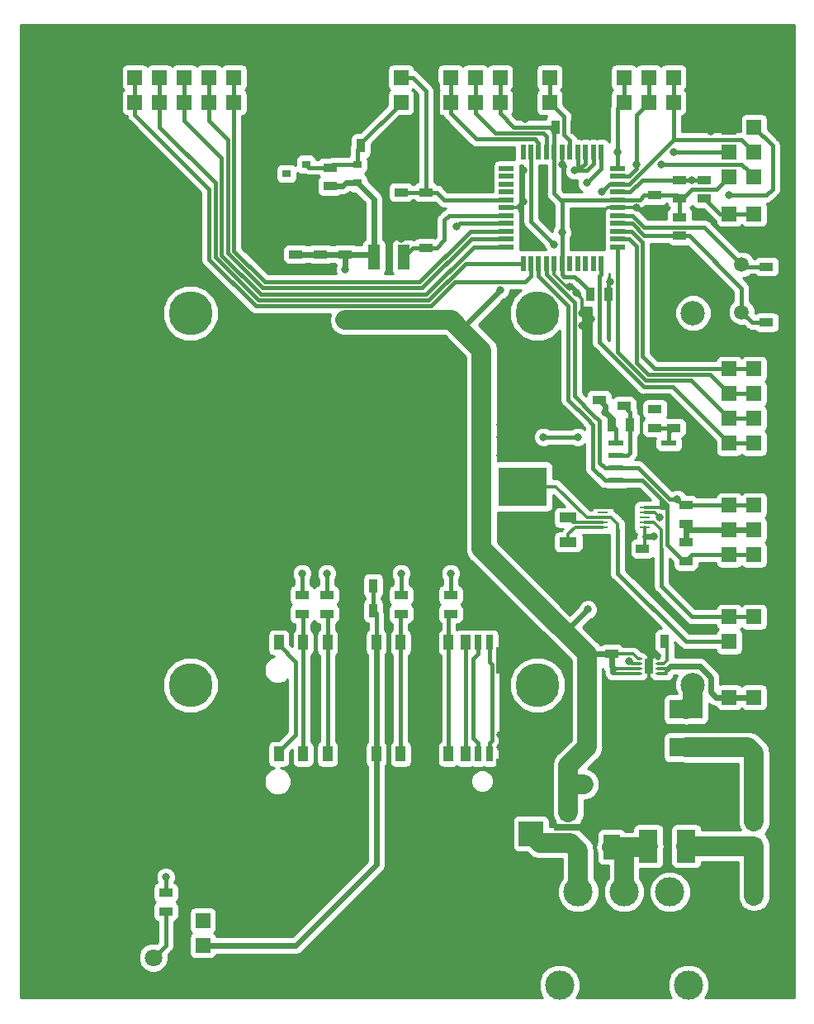
<source format=gbr>
%TF.GenerationSoftware,KiCad,Pcbnew,6.0.10+dfsg-1~bpo11+1*%
%TF.CreationDate,2023-01-09T08:49:29+00:00*%
%TF.ProjectId,DATALOGGER02A,44415441-4c4f-4474-9745-523032412e6b,rev?*%
%TF.SameCoordinates,Original*%
%TF.FileFunction,Copper,L2,Bot*%
%TF.FilePolarity,Positive*%
%FSLAX46Y46*%
G04 Gerber Fmt 4.6, Leading zero omitted, Abs format (unit mm)*
G04 Created by KiCad (PCBNEW 6.0.10+dfsg-1~bpo11+1) date 2023-01-09 08:49:29*
%MOMM*%
%LPD*%
G01*
G04 APERTURE LIST*
%TA.AperFunction,ComponentPad*%
%ADD10R,1.524000X1.524000*%
%TD*%
%TA.AperFunction,WasherPad*%
%ADD11C,4.500000*%
%TD*%
%TA.AperFunction,ComponentPad*%
%ADD12C,2.500000*%
%TD*%
%TA.AperFunction,ComponentPad*%
%ADD13C,6.000000*%
%TD*%
%TA.AperFunction,ComponentPad*%
%ADD14R,1.800000X1.800000*%
%TD*%
%TA.AperFunction,ComponentPad*%
%ADD15C,1.800000*%
%TD*%
%TA.AperFunction,ComponentPad*%
%ADD16C,1.501140*%
%TD*%
%TA.AperFunction,ComponentPad*%
%ADD17C,3.000000*%
%TD*%
%TA.AperFunction,SMDPad,CuDef*%
%ADD18R,1.397000X0.889000*%
%TD*%
%TA.AperFunction,SMDPad,CuDef*%
%ADD19R,1.100000X0.250000*%
%TD*%
%TA.AperFunction,SMDPad,CuDef*%
%ADD20R,0.889000X1.397000*%
%TD*%
%TA.AperFunction,SMDPad,CuDef*%
%ADD21R,2.499360X2.550160*%
%TD*%
%TA.AperFunction,SMDPad,CuDef*%
%ADD22R,1.500000X1.300000*%
%TD*%
%TA.AperFunction,SMDPad,CuDef*%
%ADD23R,3.000000X0.700000*%
%TD*%
%TA.AperFunction,SMDPad,CuDef*%
%ADD24R,1.800860X2.499360*%
%TD*%
%TA.AperFunction,SMDPad,CuDef*%
%ADD25R,1.900000X3.400000*%
%TD*%
%TA.AperFunction,SMDPad,CuDef*%
%ADD26R,1.000000X1.500000*%
%TD*%
%TA.AperFunction,SMDPad,CuDef*%
%ADD27R,0.700000X1.500000*%
%TD*%
%TA.AperFunction,SMDPad,CuDef*%
%ADD28R,1.500000X2.800000*%
%TD*%
%TA.AperFunction,SMDPad,CuDef*%
%ADD29R,0.500000X0.250000*%
%TD*%
%TA.AperFunction,SMDPad,CuDef*%
%ADD30R,0.900000X1.600000*%
%TD*%
%TA.AperFunction,ComponentPad*%
%ADD31C,0.600000*%
%TD*%
%TA.AperFunction,SMDPad,CuDef*%
%ADD32R,1.500000X0.550000*%
%TD*%
%TA.AperFunction,SMDPad,CuDef*%
%ADD33R,0.550000X1.500000*%
%TD*%
%TA.AperFunction,SMDPad,CuDef*%
%ADD34R,1.800000X1.000000*%
%TD*%
%TA.AperFunction,SMDPad,CuDef*%
%ADD35R,0.900000X0.800000*%
%TD*%
%TA.AperFunction,SMDPad,CuDef*%
%ADD36R,3.400000X1.900000*%
%TD*%
%TA.AperFunction,SMDPad,CuDef*%
%ADD37R,5.000000X4.000000*%
%TD*%
%TA.AperFunction,SMDPad,CuDef*%
%ADD38R,1.270000X2.540000*%
%TD*%
%TA.AperFunction,SMDPad,CuDef*%
%ADD39R,1.400000X0.899000*%
%TD*%
%TA.AperFunction,SMDPad,CuDef*%
%ADD40R,1.400000X0.889000*%
%TD*%
%TA.AperFunction,SMDPad,CuDef*%
%ADD41R,0.899000X1.400000*%
%TD*%
%TA.AperFunction,SMDPad,CuDef*%
%ADD42R,0.889000X1.400000*%
%TD*%
%TA.AperFunction,SMDPad,CuDef*%
%ADD43R,1.550000X0.600000*%
%TD*%
%TA.AperFunction,ViaPad*%
%ADD44C,0.800000*%
%TD*%
%TA.AperFunction,Conductor*%
%ADD45C,0.250000*%
%TD*%
%TA.AperFunction,Conductor*%
%ADD46C,0.300000*%
%TD*%
%TA.AperFunction,Conductor*%
%ADD47C,0.400000*%
%TD*%
%TA.AperFunction,Conductor*%
%ADD48C,2.000000*%
%TD*%
%TA.AperFunction,Conductor*%
%ADD49C,0.600000*%
%TD*%
%TA.AperFunction,Conductor*%
%ADD50C,0.254000*%
%TD*%
G04 APERTURE END LIST*
D10*
%TO.P,J26,1*%
%TO.N,/PB0*%
X55245000Y92710000D03*
%TO.P,J26,2*%
X55245000Y95250000D03*
%TD*%
D11*
%TO.P,BT1,*%
%TO.N,*%
X53995000Y71120000D03*
X18395000Y71120000D03*
D12*
%TO.P,BT1,1*%
%TO.N,Net-(BT1-Pad1)*%
X69945000Y71120000D03*
%TO.P,BT1,2*%
%TO.N,GND*%
X2445000Y71120000D03*
%TD*%
D10*
%TO.P,J24,1*%
%TO.N,VDD*%
X50165000Y92710000D03*
%TO.P,J24,2*%
X50165000Y95250000D03*
%TD*%
%TO.P,J4,1*%
%TO.N,/PC1*%
X76200000Y46355000D03*
%TO.P,J4,2*%
X73660000Y46355000D03*
%TD*%
%TO.P,J22,1*%
%TO.N,/PA0*%
X47625000Y92710000D03*
%TO.P,J22,2*%
X47625000Y95250000D03*
%TD*%
%TO.P,J20,1*%
%TO.N,/TX1*%
X73660000Y57785000D03*
%TO.P,J20,2*%
X76200000Y57785000D03*
%TD*%
%TO.P,J17,1*%
%TO.N,/RX0*%
X73660000Y65405000D03*
%TO.P,J17,2*%
X76200000Y65405000D03*
%TD*%
%TO.P,J19,1*%
%TO.N,/RX1*%
X73660000Y60325000D03*
%TO.P,J19,2*%
X76200000Y60325000D03*
%TD*%
%TO.P,J18,1*%
%TO.N,/TX0*%
X73660000Y62865000D03*
%TO.P,J18,2*%
X76200000Y62865000D03*
%TD*%
%TO.P,J1,1*%
%TO.N,GND*%
X76200000Y43815000D03*
%TO.P,J1,2*%
X73660000Y43815000D03*
%TD*%
%TO.P,J2,1*%
%TO.N,/PC0*%
X76200000Y51435000D03*
%TO.P,J2,2*%
X73660000Y51435000D03*
%TD*%
%TO.P,J5,1*%
%TO.N,GND*%
X76200000Y53975000D03*
%TO.P,J5,2*%
X73660000Y53975000D03*
%TD*%
%TO.P,J6,1*%
%TO.N,GND*%
X73660000Y21590000D03*
%TO.P,J6,2*%
X73660000Y24130000D03*
%TO.P,J6,3*%
%TO.N,Net-(F2-Pad1)*%
X76200000Y21590000D03*
%TO.P,J6,4*%
X76200000Y24130000D03*
%TO.P,J6,5*%
%TO.N,GND*%
X78740000Y21590000D03*
%TO.P,J6,6*%
X78740000Y24130000D03*
%TD*%
%TO.P,J8,1*%
%TO.N,/RST#*%
X76200000Y81280000D03*
%TO.P,J8,2*%
X73660000Y81280000D03*
%TD*%
%TO.P,J9,1*%
%TO.N,/AREF*%
X40005000Y92710000D03*
%TO.P,J9,2*%
%TO.N,Net-(C14-Pad1)*%
X40005000Y95250000D03*
%TD*%
%TO.P,J10,1*%
%TO.N,GND*%
X76200000Y29210000D03*
%TO.P,J10,2*%
X73660000Y29210000D03*
%TO.P,J10,3*%
%TO.N,Net-(J10-Pad3)*%
X76200000Y31750000D03*
%TO.P,J10,4*%
X73660000Y31750000D03*
%TO.P,J10,5*%
%TO.N,GND*%
X76200000Y34290000D03*
%TO.P,J10,6*%
X73660000Y34290000D03*
%TD*%
%TO.P,J11,1*%
%TO.N,Net-(J11-Pad1)*%
X19685000Y8890000D03*
%TO.P,J11,2*%
%TO.N,/SD_VDD*%
X19685000Y6350000D03*
%TD*%
%TO.P,J21,1*%
%TO.N,Net-(BT3-Pad1)*%
X73660000Y37465000D03*
%TO.P,J21,2*%
%TO.N,GND*%
X76200000Y37465000D03*
%TD*%
%TO.P,J23,1*%
%TO.N,/PA1*%
X45085000Y92710000D03*
%TO.P,J23,2*%
X45085000Y95250000D03*
%TD*%
%TO.P,J25,1*%
%TO.N,GND*%
X52705000Y92710000D03*
%TO.P,J25,2*%
X52705000Y95250000D03*
%TD*%
%TO.P,J27,1*%
%TO.N,/PB6*%
X65405000Y92710000D03*
%TO.P,J27,2*%
X65405000Y95250000D03*
%TD*%
%TO.P,J28,1*%
%TO.N,/PB7*%
X67945000Y92710000D03*
%TO.P,J28,2*%
X67945000Y95250000D03*
%TD*%
%TO.P,J29,1*%
%TO.N,/PB5*%
X62865000Y92710000D03*
%TO.P,J29,2*%
X62865000Y95250000D03*
%TD*%
%TO.P,J30,1*%
%TO.N,/INTA*%
X73660000Y40005000D03*
%TO.P,J30,2*%
X76200000Y40005000D03*
%TD*%
%TO.P,J31,1*%
%TO.N,/PB6*%
X76200000Y85090000D03*
%TO.P,J31,2*%
%TO.N,VDD*%
X73660000Y85090000D03*
%TO.P,J31,3*%
%TO.N,/PB7*%
X76200000Y87630000D03*
%TO.P,J31,4*%
%TO.N,/PB5*%
X73660000Y87630000D03*
%TO.P,J31,5*%
%TO.N,/RST#_P*%
X76200000Y90170000D03*
%TO.P,J31,6*%
%TO.N,GND*%
X73660000Y90170000D03*
%TD*%
D13*
%TO.P,M3,1*%
%TO.N,GND*%
X5080000Y96520000D03*
%TD*%
%TO.P,M2,1*%
%TO.N,GND*%
X5080000Y5080000D03*
%TD*%
%TO.P,M4,1*%
%TO.N,GND*%
X76200000Y96200000D03*
%TD*%
D10*
%TO.P,J32,1*%
%TO.N,Net-(F1-Pad2)*%
X76200000Y16510000D03*
%TO.P,J32,2*%
%TO.N,Net-(F2-Pad1)*%
X76200000Y19050000D03*
%TD*%
%TO.P,J33,1*%
%TO.N,GND*%
X73660000Y11430000D03*
%TO.P,J33,2*%
X73660000Y13970000D03*
%TO.P,J33,3*%
%TO.N,Net-(F1-Pad2)*%
X76200000Y11430000D03*
%TO.P,J33,4*%
X76200000Y13970000D03*
%TO.P,J33,5*%
%TO.N,GND*%
X78740000Y11430000D03*
%TO.P,J33,6*%
X78740000Y13970000D03*
%TD*%
D11*
%TO.P,BT2,*%
%TO.N,*%
X18395000Y33020000D03*
X53995000Y33020000D03*
D12*
%TO.P,BT2,1*%
%TO.N,Net-(BT1-Pad1)*%
X69945000Y33020000D03*
%TO.P,BT2,2*%
%TO.N,GND*%
X2445000Y33020000D03*
%TD*%
D14*
%TO.P,D3,1*%
%TO.N,GND*%
X12065000Y5080000D03*
D15*
%TO.P,D3,2*%
%TO.N,Net-(D3-Pad2)*%
X14605000Y5080000D03*
%TD*%
D10*
%TO.P,J3,1*%
%TO.N,VDD*%
X76200000Y48895000D03*
%TO.P,J3,2*%
X73660000Y48895000D03*
%TD*%
D16*
%TO.P,Y1,1*%
%TO.N,Net-(C5-Pad1)*%
X74930000Y76100940D03*
%TO.P,Y1,2*%
%TO.N,Net-(C8-Pad1)*%
X74930000Y71219060D03*
%TD*%
D10*
%TO.P,J12,1*%
%TO.N,/PC2*%
X12700000Y92710000D03*
%TO.P,J12,2*%
X12700000Y95250000D03*
%TD*%
%TO.P,J16,1*%
%TO.N,/PC6*%
X22860000Y92710000D03*
%TO.P,J16,2*%
X22860000Y95250000D03*
%TD*%
%TO.P,J15,1*%
%TO.N,/PC5*%
X20320000Y92710000D03*
%TO.P,J15,2*%
X20320000Y95250000D03*
%TD*%
%TO.P,J14,1*%
%TO.N,/INT*%
X17780000Y92710000D03*
%TO.P,J14,2*%
X17780000Y95250000D03*
%TD*%
%TO.P,J13,1*%
%TO.N,/PC3*%
X15240000Y92710000D03*
%TO.P,J13,2*%
X15240000Y95250000D03*
%TD*%
D17*
%TO.P,SW1,1*%
%TO.N,Net-(C10-Pad1)*%
X58165000Y11816000D03*
%TO.P,SW1,2*%
%TO.N,Net-(D2-Pad1)*%
X62865000Y11816000D03*
%TO.P,SW1,3*%
%TO.N,N/C*%
X67565000Y11816000D03*
%TO.P,SW1,4*%
X56260000Y2286000D03*
X69470000Y2286000D03*
%TD*%
D18*
%TO.P,C18,1*%
%TO.N,VDD*%
X64770000Y46990000D03*
%TO.P,C18,2*%
%TO.N,GND*%
X64770000Y45085000D03*
%TD*%
%TO.P,R1,1*%
%TO.N,Net-(J34-Pad1)*%
X29845000Y40322500D03*
%TO.P,R1,2*%
%TO.N,/PB4*%
X29845000Y42227500D03*
%TD*%
%TO.P,C7,1*%
%TO.N,VDD*%
X61595000Y36195000D03*
%TO.P,C7,2*%
%TO.N,GND*%
X61595000Y38100000D03*
%TD*%
%TO.P,R4,1*%
%TO.N,Net-(J34-Pad7)*%
X45085000Y40322500D03*
%TO.P,R4,2*%
%TO.N,/PB6*%
X45085000Y42227500D03*
%TD*%
%TO.P,C8,1*%
%TO.N,Net-(C8-Pad1)*%
X77470000Y70167500D03*
%TO.P,C8,2*%
%TO.N,GND*%
X77470000Y72072500D03*
%TD*%
%TO.P,C5,1*%
%TO.N,Net-(C5-Pad1)*%
X77470000Y75882500D03*
%TO.P,C5,2*%
%TO.N,GND*%
X77470000Y73977500D03*
%TD*%
%TO.P,C16,1*%
%TO.N,/RST#_P*%
X71120000Y84772500D03*
%TO.P,C16,2*%
%TO.N,/RST#*%
X71120000Y82867500D03*
%TD*%
%TO.P,C17,1*%
%TO.N,Net-(C14-Pad1)*%
X42545000Y83502500D03*
%TO.P,C17,2*%
%TO.N,GND*%
X42545000Y81597500D03*
%TD*%
%TO.P,R8,1*%
%TO.N,VDD*%
X68580000Y80962500D03*
%TO.P,R8,2*%
%TO.N,Net-(C8-Pad1)*%
X68580000Y79057500D03*
%TD*%
%TO.P,R9,1*%
%TO.N,/RST#_P*%
X68580000Y84772500D03*
%TO.P,R9,2*%
%TO.N,VDD*%
X68580000Y82867500D03*
%TD*%
D19*
%TO.P,U4,1*%
%TO.N,Net-(U4-Pad1)*%
X60715000Y49165000D03*
%TO.P,U4,2*%
%TO.N,Net-(U4-Pad2)*%
X60715000Y49665000D03*
%TO.P,U4,3*%
%TO.N,Net-(BT3-Pad1)*%
X60715000Y50165000D03*
%TO.P,U4,4*%
%TO.N,N/C*%
X60715000Y50665000D03*
%TO.P,U4,5*%
%TO.N,GND*%
X60715000Y51165000D03*
%TO.P,U4,6*%
%TO.N,/PC1*%
X65015000Y51165000D03*
%TO.P,U4,7*%
%TO.N,/PC0*%
X65015000Y50665000D03*
%TO.P,U4,8*%
%TO.N,N/C*%
X65015000Y50165000D03*
%TO.P,U4,9*%
%TO.N,/INTA*%
X65015000Y49665000D03*
%TO.P,U4,10*%
%TO.N,VDD*%
X65015000Y49165000D03*
%TD*%
D18*
%TO.P,C1,1*%
%TO.N,VDD*%
X29210000Y77152500D03*
%TO.P,C1,2*%
%TO.N,GND*%
X29210000Y79057500D03*
%TD*%
%TO.P,C2,1*%
%TO.N,VDD*%
X31750000Y77152500D03*
%TO.P,C2,2*%
%TO.N,GND*%
X31750000Y79057500D03*
%TD*%
%TO.P,C3,1*%
%TO.N,VDD*%
X34290000Y77152500D03*
%TO.P,C3,2*%
%TO.N,GND*%
X34290000Y79057500D03*
%TD*%
D20*
%TO.P,C4,1*%
%TO.N,/AREF*%
X35877500Y88265000D03*
%TO.P,C4,2*%
%TO.N,GND*%
X37782500Y88265000D03*
%TD*%
D18*
%TO.P,C6,1*%
%TO.N,/AVCC*%
X42545000Y77787500D03*
%TO.P,C6,2*%
%TO.N,GND*%
X42545000Y79692500D03*
%TD*%
D21*
%TO.P,C9,1*%
%TO.N,Net-(C10-Pad1)*%
X53340000Y17795240D03*
%TO.P,C9,2*%
%TO.N,GND*%
X53340000Y22844760D03*
%TD*%
D22*
%TO.P,C10,1*%
%TO.N,Net-(C10-Pad1)*%
X57150000Y17065000D03*
D23*
%TO.P,C10,2*%
%TO.N,GND*%
X57150000Y18415000D03*
D22*
%TO.P,C10,3*%
%TO.N,VDD*%
X57150000Y19765000D03*
%TD*%
D20*
%TO.P,C11,1*%
%TO.N,/SD_VDD*%
X37147500Y43180000D03*
%TO.P,C11,2*%
%TO.N,GND*%
X35242500Y43180000D03*
%TD*%
%TO.P,C12,1*%
%TO.N,Net-(C12-Pad1)*%
X66992500Y37465000D03*
%TO.P,C12,2*%
%TO.N,GND*%
X65087500Y37465000D03*
%TD*%
%TO.P,C13,1*%
%TO.N,VDD*%
X58737500Y22860000D03*
%TO.P,C13,2*%
%TO.N,GND*%
X60642500Y22860000D03*
%TD*%
D18*
%TO.P,C14,1*%
%TO.N,Net-(C14-Pad1)*%
X40005000Y83502500D03*
%TO.P,C14,2*%
%TO.N,GND*%
X40005000Y81597500D03*
%TD*%
D20*
%TO.P,C15,1*%
%TO.N,/SD_VDD*%
X37147500Y40640000D03*
%TO.P,C15,2*%
%TO.N,GND*%
X35242500Y40640000D03*
%TD*%
D24*
%TO.P,D2,1*%
%TO.N,Net-(D2-Pad1)*%
X61595000Y16416020D03*
%TO.P,D2,2*%
%TO.N,GND*%
X61595000Y20413980D03*
%TD*%
D25*
%TO.P,F1,1*%
%TO.N,Net-(D2-Pad1)*%
X65360000Y16510000D03*
%TO.P,F1,2*%
%TO.N,Net-(F1-Pad2)*%
X69260000Y16510000D03*
%TD*%
D26*
%TO.P,J7,1*%
%TO.N,Net-(J34-Pad1)*%
X29955000Y37375000D03*
%TO.P,J7,2*%
%TO.N,Net-(J34-Pad2)*%
X32455000Y37375000D03*
%TO.P,J7,3*%
%TO.N,GND*%
X34955000Y37375000D03*
%TO.P,J7,4*%
%TO.N,/SD_VDD*%
X37455000Y37375000D03*
%TO.P,J7,5*%
%TO.N,Net-(J34-Pad5)*%
X39955000Y37375000D03*
%TO.P,J7,6*%
%TO.N,GND*%
X42455000Y37375000D03*
%TO.P,J7,7*%
%TO.N,Net-(J34-Pad7)*%
X44885000Y37375000D03*
%TO.P,J7,8*%
%TO.N,Net-(J34-Pad8)*%
X46585000Y37375000D03*
%TO.P,J7,9*%
%TO.N,Net-(J34-Pad9)*%
X27455000Y37375000D03*
D27*
%TO.P,J7,10*%
%TO.N,Net-(J34-Pad10)*%
X47885000Y37375000D03*
%TO.P,J7,11*%
%TO.N,Net-(J34-Pad11)*%
X49085000Y37375000D03*
D28*
%TO.P,J7,12*%
%TO.N,GND*%
X23180000Y14075000D03*
X50480000Y35575000D03*
X50480000Y14075000D03*
X25380000Y35575000D03*
%TD*%
D18*
%TO.P,R2,1*%
%TO.N,Net-(J34-Pad2)*%
X32385000Y40322500D03*
%TO.P,R2,2*%
%TO.N,/PB5*%
X32385000Y42227500D03*
%TD*%
%TO.P,R3,1*%
%TO.N,Net-(J34-Pad5)*%
X40005000Y40322500D03*
%TO.P,R3,2*%
%TO.N,/PB7*%
X40005000Y42227500D03*
%TD*%
%TO.P,R5,1*%
%TO.N,/AREF*%
X32702500Y86042500D03*
%TO.P,R5,2*%
%TO.N,VDD*%
X32702500Y84137500D03*
%TD*%
%TO.P,R6,1*%
%TO.N,/PC1*%
X69215000Y45720000D03*
%TO.P,R6,2*%
%TO.N,VDD*%
X69215000Y47625000D03*
%TD*%
%TO.P,R7,1*%
%TO.N,/PC0*%
X69215000Y51435000D03*
%TO.P,R7,2*%
%TO.N,VDD*%
X69215000Y49530000D03*
%TD*%
D29*
%TO.P,U2,1*%
%TO.N,VDD*%
X64455000Y34175000D03*
%TO.P,U2,2*%
X64455000Y34675000D03*
%TO.P,U2,3*%
%TO.N,/PA2*%
X64455000Y35175000D03*
%TO.P,U2,4*%
%TO.N,VDD*%
X64455000Y35675000D03*
%TO.P,U2,5*%
%TO.N,GND*%
X66355000Y35675000D03*
%TO.P,U2,6*%
%TO.N,Net-(C12-Pad1)*%
X66355000Y35175000D03*
%TO.P,U2,7*%
%TO.N,Net-(J10-Pad3)*%
X66355000Y34675000D03*
%TO.P,U2,8*%
X66355000Y34175000D03*
D30*
%TO.P,U2,9*%
%TO.N,GND*%
X65405000Y34925000D03*
D31*
X65405000Y35425000D03*
X65405000Y34425000D03*
%TD*%
D32*
%TO.P,U3,1*%
%TO.N,/PB5*%
X62215000Y85915000D03*
%TO.P,U3,2*%
%TO.N,/PB6*%
X62215000Y85115000D03*
%TO.P,U3,3*%
%TO.N,/PB7*%
X62215000Y84315000D03*
%TO.P,U3,4*%
%TO.N,/RST#_P*%
X62215000Y83515000D03*
%TO.P,U3,5*%
%TO.N,VDD*%
X62215000Y82715000D03*
%TO.P,U3,6*%
%TO.N,GND*%
X62215000Y81915000D03*
%TO.P,U3,7*%
%TO.N,Net-(C5-Pad1)*%
X62215000Y81115000D03*
%TO.P,U3,8*%
%TO.N,Net-(C8-Pad1)*%
X62215000Y80315000D03*
%TO.P,U3,9*%
%TO.N,/RX0*%
X62215000Y79515000D03*
%TO.P,U3,10*%
%TO.N,/TX0*%
X62215000Y78715000D03*
%TO.P,U3,11*%
%TO.N,/RX1*%
X62215000Y77915000D03*
D33*
%TO.P,U3,12*%
%TO.N,/TX1*%
X60515000Y76215000D03*
%TO.P,U3,13*%
%TO.N,N/C*%
X59715000Y76215000D03*
%TO.P,U3,14*%
X58915000Y76215000D03*
%TO.P,U3,15*%
X58115000Y76215000D03*
%TO.P,U3,16*%
X57315000Y76215000D03*
%TO.P,U3,17*%
%TO.N,VDD*%
X56515000Y76215000D03*
%TO.P,U3,18*%
%TO.N,GND*%
X55715000Y76215000D03*
%TO.P,U3,19*%
%TO.N,/PC0*%
X54915000Y76215000D03*
%TO.P,U3,20*%
%TO.N,/PC1*%
X54115000Y76215000D03*
%TO.P,U3,21*%
%TO.N,/PC2*%
X53315000Y76215000D03*
%TO.P,U3,22*%
%TO.N,/PC3*%
X52515000Y76215000D03*
D32*
%TO.P,U3,23*%
%TO.N,/INT*%
X50815000Y77915000D03*
%TO.P,U3,24*%
%TO.N,/PC5*%
X50815000Y78715000D03*
%TO.P,U3,25*%
%TO.N,/PC6*%
X50815000Y79515000D03*
%TO.P,U3,26*%
%TO.N,/LED*%
X50815000Y80315000D03*
%TO.P,U3,27*%
%TO.N,/AVCC*%
X50815000Y81115000D03*
%TO.P,U3,28*%
%TO.N,GND*%
X50815000Y81915000D03*
%TO.P,U3,29*%
%TO.N,Net-(C14-Pad1)*%
X50815000Y82715000D03*
%TO.P,U3,30*%
%TO.N,N/C*%
X50815000Y83515000D03*
%TO.P,U3,31*%
X50815000Y84315000D03*
%TO.P,U3,32*%
X50815000Y85115000D03*
%TO.P,U3,33*%
X50815000Y85915000D03*
D33*
%TO.P,U3,34*%
X52515000Y87615000D03*
%TO.P,U3,35*%
%TO.N,/PA2*%
X53315000Y87615000D03*
%TO.P,U3,36*%
%TO.N,/PA1*%
X54115000Y87615000D03*
%TO.P,U3,37*%
%TO.N,/PA0*%
X54915000Y87615000D03*
%TO.P,U3,38*%
%TO.N,VDD*%
X55715000Y87615000D03*
%TO.P,U3,39*%
%TO.N,GND*%
X56515000Y87615000D03*
%TO.P,U3,40*%
%TO.N,/PB0*%
X57315000Y87615000D03*
%TO.P,U3,41*%
%TO.N,Net-(J11-Pad1)*%
X58115000Y87615000D03*
%TO.P,U3,42*%
X58915000Y87615000D03*
%TO.P,U3,43*%
X59715000Y87615000D03*
%TO.P,U3,44*%
%TO.N,/PB4*%
X60515000Y87615000D03*
%TD*%
D34*
%TO.P,Y2,1*%
%TO.N,Net-(U4-Pad2)*%
X57150000Y50165000D03*
%TO.P,Y2,2*%
%TO.N,Net-(U4-Pad1)*%
X57150000Y47665000D03*
%TD*%
D35*
%TO.P,U1,1*%
%TO.N,VDD*%
X35512500Y84457500D03*
%TO.P,U1,2*%
%TO.N,/AREF*%
X35512500Y86357500D03*
%TO.P,U1,3*%
%TO.N,GND*%
X37512500Y85407500D03*
%TD*%
D18*
%TO.P,R10,1*%
%TO.N,Net-(D3-Pad2)*%
X15875000Y9842500D03*
%TO.P,R10,2*%
%TO.N,/LED*%
X15875000Y11747500D03*
%TD*%
D36*
%TO.P,F2,1*%
%TO.N,Net-(F2-Pad1)*%
X69215000Y26625000D03*
%TO.P,F2,2*%
%TO.N,Net-(BT1-Pad1)*%
X69215000Y30525000D03*
%TD*%
D37*
%TO.P,BT3,1*%
%TO.N,Net-(BT3-Pad1)*%
X52465000Y53340000D03*
%TO.P,BT3,2*%
%TO.N,GND*%
X22465000Y53340000D03*
%TD*%
D35*
%TO.P,U5,1*%
%TO.N,/AREF*%
X30257500Y86357500D03*
%TO.P,U5,2*%
%TO.N,GND*%
X30257500Y84457500D03*
%TO.P,U5,3*%
%TO.N,N/C*%
X28257500Y85407500D03*
%TD*%
D38*
%TO.P,L1,1*%
%TO.N,VDD*%
X37211000Y76835000D03*
%TO.P,L1,2*%
%TO.N,/AVCC*%
X40259000Y76835000D03*
%TD*%
D20*
%TO.P,C19,1*%
%TO.N,VDD*%
X55880000Y90170000D03*
%TO.P,C19,2*%
%TO.N,GND*%
X57785000Y90170000D03*
%TD*%
%TO.P,C20,1*%
%TO.N,VDD*%
X59372500Y73025000D03*
%TO.P,C20,2*%
%TO.N,GND*%
X61277500Y73025000D03*
%TD*%
D18*
%TO.P,C21,1*%
%TO.N,VDD*%
X66040000Y83185000D03*
%TO.P,C21,2*%
%TO.N,GND*%
X66040000Y81280000D03*
%TD*%
D26*
%TO.P,J34,1*%
%TO.N,Net-(J34-Pad1)*%
X29955000Y25945000D03*
%TO.P,J34,2*%
%TO.N,Net-(J34-Pad2)*%
X32455000Y25945000D03*
%TO.P,J34,3*%
%TO.N,GND*%
X34955000Y25945000D03*
%TO.P,J34,4*%
%TO.N,/SD_VDD*%
X37455000Y25945000D03*
%TO.P,J34,5*%
%TO.N,Net-(J34-Pad5)*%
X39955000Y25945000D03*
%TO.P,J34,6*%
%TO.N,GND*%
X42455000Y25945000D03*
%TO.P,J34,7*%
%TO.N,Net-(J34-Pad7)*%
X44885000Y25945000D03*
%TO.P,J34,8*%
%TO.N,Net-(J34-Pad8)*%
X46585000Y25945000D03*
%TO.P,J34,9*%
%TO.N,Net-(J34-Pad9)*%
X27455000Y25945000D03*
D27*
%TO.P,J34,10*%
%TO.N,Net-(J34-Pad10)*%
X47885000Y25945000D03*
%TO.P,J34,11*%
%TO.N,Net-(J34-Pad11)*%
X49085000Y25945000D03*
D28*
%TO.P,J34,12*%
%TO.N,GND*%
X23180000Y2645000D03*
X50480000Y2645000D03*
X50480000Y24145000D03*
X25380000Y24145000D03*
%TD*%
D39*
%TO.P,C22,1*%
%TO.N,VDD*%
X60325000Y62230000D03*
D40*
%TO.P,C22,2*%
%TO.N,GND*%
X60325000Y64135000D03*
%TD*%
D39*
%TO.P,R11,1*%
%TO.N,VDD*%
X66040000Y61277500D03*
D40*
%TO.P,R11,2*%
%TO.N,Net-(R11-Pad2)*%
X66040000Y59372500D03*
%TD*%
D39*
%TO.P,R12,1*%
%TO.N,GND*%
X67945000Y61277500D03*
D40*
%TO.P,R12,2*%
%TO.N,Net-(R11-Pad2)*%
X67945000Y59372500D03*
%TD*%
D39*
%TO.P,R15,1*%
%TO.N,GND*%
X62865000Y63500000D03*
D40*
%TO.P,R15,2*%
%TO.N,Net-(R15-Pad2)*%
X62865000Y61595000D03*
%TD*%
D41*
%TO.P,R16,1*%
%TO.N,Net-(R15-Pad2)*%
X63500000Y59690000D03*
D42*
%TO.P,R16,2*%
%TO.N,VDD*%
X61595000Y59690000D03*
%TD*%
D43*
%TO.P,U6,1*%
%TO.N,Net-(R11-Pad2)*%
X67470000Y57785000D03*
%TO.P,U6,2*%
%TO.N,GND*%
X67470000Y56515000D03*
%TO.P,U6,3*%
X67470000Y55245000D03*
%TO.P,U6,4*%
X67470000Y53975000D03*
%TO.P,U6,5*%
%TO.N,/PC1*%
X62070000Y53975000D03*
%TO.P,U6,6*%
%TO.N,/PC0*%
X62070000Y55245000D03*
%TO.P,U6,7*%
%TO.N,Net-(R15-Pad2)*%
X62070000Y56515000D03*
%TO.P,U6,8*%
%TO.N,VDD*%
X62070000Y57785000D03*
%TD*%
D44*
%TO.N,GND*%
X79375000Y74295000D03*
X50165000Y56515000D03*
X52515000Y82550000D03*
X5715000Y68580000D03*
X34925000Y34290000D03*
X6350000Y36195000D03*
X66675000Y77470000D03*
X41275000Y55880000D03*
X53975000Y27940000D03*
X62230000Y22860000D03*
X4445000Y36195000D03*
X30480000Y83185000D03*
X52705000Y90970000D03*
X73660000Y92075000D03*
X38735000Y58420000D03*
X57300686Y73810686D03*
X34925000Y35560000D03*
X66675000Y67310000D03*
X79375000Y71755000D03*
X42545000Y27940000D03*
X68580000Y77470000D03*
X57785000Y92075000D03*
X26670000Y57785000D03*
X52705000Y26670000D03*
X4445000Y33020000D03*
X59690000Y19050000D03*
X41275000Y52070000D03*
X8255000Y68580000D03*
X41910000Y3810000D03*
X71755000Y92075000D03*
X46355000Y57150000D03*
X52515000Y85725000D03*
X60325000Y78105000D03*
X24130000Y56515000D03*
X52070000Y62865000D03*
X40005000Y80010000D03*
X43815000Y86360000D03*
X43815000Y89535000D03*
X36830000Y3810000D03*
X40640000Y88900000D03*
X59055000Y92075000D03*
X34925000Y27940000D03*
X76200000Y67310000D03*
X50165000Y58420000D03*
X71120000Y75565000D03*
X52705000Y27940000D03*
X31750000Y80645000D03*
X65405000Y43815000D03*
X31115000Y50165000D03*
X33655000Y57785000D03*
X34925000Y46355000D03*
X42545000Y95885000D03*
X73660000Y67310000D03*
X63500000Y21590000D03*
X64770000Y21590000D03*
X27305000Y31115000D03*
X43815000Y50800000D03*
X66675000Y73660000D03*
X42545000Y34925000D03*
X60325000Y79375000D03*
X54610000Y85725000D03*
X53975000Y25400000D03*
X34290000Y80645000D03*
X38735000Y62865000D03*
X46355000Y59690000D03*
X46355000Y58420000D03*
X22225000Y57150000D03*
X63500000Y22860000D03*
X24765000Y31750000D03*
X38735000Y80010000D03*
X46355000Y55245000D03*
X4445000Y31115000D03*
X40640000Y87630000D03*
X46355000Y49530000D03*
X26035000Y33020000D03*
X60960000Y45085000D03*
X50165000Y26670000D03*
X33655000Y53975000D03*
X29210000Y83185000D03*
X48895000Y84455000D03*
X51435000Y26670000D03*
X38735000Y78740000D03*
X31115000Y56515000D03*
X1905000Y36195000D03*
X18415000Y57150000D03*
X53975000Y46990000D03*
X30480000Y80645000D03*
X42545000Y33020000D03*
X43815000Y53975000D03*
X63500000Y20320000D03*
X43815000Y52070000D03*
X64770000Y20320000D03*
X55245000Y27940000D03*
X42545000Y29845000D03*
X28575000Y59055000D03*
X58585000Y69850000D03*
X72390000Y74295000D03*
X61415000Y74295000D03*
X36830000Y46355000D03*
X59690000Y45085000D03*
X53975000Y60960000D03*
X38735000Y54610000D03*
X39370000Y86360000D03*
X52070000Y64770000D03*
X57935686Y73175686D03*
X40005000Y78740000D03*
X33655000Y50165000D03*
X34925000Y45085000D03*
X39370000Y3810000D03*
X79375000Y73025000D03*
X55245000Y25400000D03*
X42545000Y31115000D03*
X53975000Y49530000D03*
X39370000Y88900000D03*
X59055000Y90805000D03*
X29210000Y80645000D03*
X56515000Y86360000D03*
X41275000Y50800000D03*
X50165000Y59690000D03*
X46355000Y53340000D03*
X71755000Y89700000D03*
X20955000Y57150000D03*
X53975000Y44450000D03*
X78740000Y67310000D03*
X64135000Y81915000D03*
X59055000Y89535000D03*
X53975000Y26670000D03*
X58585000Y71120000D03*
X6350000Y34925000D03*
X54610000Y84455000D03*
X52705000Y25400000D03*
X71120000Y67310000D03*
X41275000Y57150000D03*
X33655000Y55880000D03*
X38100000Y46355000D03*
X33020000Y80645000D03*
X59055000Y78105000D03*
X43815000Y57150000D03*
X31115000Y53975000D03*
X51435000Y27940000D03*
X48895000Y85725000D03*
X38735000Y50800000D03*
X61595000Y41275000D03*
X39370000Y85090000D03*
X71755000Y90805000D03*
X49530000Y86995000D03*
X34925000Y31750000D03*
X46990000Y83820000D03*
X38100000Y45085000D03*
X5715000Y71120000D03*
X26035000Y31750000D03*
X52070000Y66675000D03*
X47625000Y87630000D03*
X31750000Y3810000D03*
X31115000Y52070000D03*
X4445000Y34925000D03*
X38735000Y52705000D03*
X8255000Y71120000D03*
X34925000Y29845000D03*
X50165000Y27940000D03*
X44450000Y84455000D03*
X66675000Y68580000D03*
X40640000Y85090000D03*
X27305000Y32385000D03*
X24765000Y33020000D03*
X41275000Y53340000D03*
X59525000Y70485000D03*
X25400000Y56515000D03*
X64770000Y22860000D03*
X43815000Y55880000D03*
X38735000Y56515000D03*
X36830000Y45085000D03*
X55245000Y26670000D03*
X40640000Y86360000D03*
X41275000Y54610000D03*
X11430000Y71120000D03*
X6350000Y31115000D03*
X11430000Y68580000D03*
X39370000Y87630000D03*
X79375000Y70485000D03*
X38735000Y59690000D03*
X42545000Y97155000D03*
X59690000Y20955000D03*
X50800000Y87630000D03*
X46355000Y51435000D03*
X66675000Y75565000D03*
X18415000Y55245000D03*
X18415000Y53340000D03*
X64135000Y39370000D03*
X6350000Y33020000D03*
X34290000Y3810000D03*
%TO.N,VDD*%
X60960000Y60960000D03*
X66040000Y61277500D03*
X34290000Y70485000D03*
X59164557Y40749557D03*
X65925000Y48260000D03*
X34290000Y75565000D03*
X50165000Y73495000D03*
X56515000Y79375000D03*
%TO.N,/PC0*%
X66510000Y50165000D03*
X68326000Y52070000D03*
%TO.N,Net-(J11-Pad1)*%
X57785000Y85725000D03*
%TO.N,/PB6*%
X64135000Y86360000D03*
X66675000Y86360000D03*
X45085000Y44450000D03*
%TO.N,/PB7*%
X40005000Y44450000D03*
X60573186Y83571814D03*
%TO.N,/PB5*%
X67945000Y87630000D03*
X62215000Y87630000D03*
X32385000Y44450000D03*
%TO.N,/PB4*%
X29845000Y44450000D03*
X59055000Y84455000D03*
%TO.N,/LED*%
X15875000Y13335000D03*
X45720000Y80010000D03*
%TO.N,/PA2*%
X55715000Y78105000D03*
X54610000Y58420000D03*
X58115000Y58420000D03*
X63361371Y35421371D03*
%TO.N,/RST#_P*%
X73660000Y83185000D03*
X69850000Y84772500D03*
%TD*%
D45*
%TO.N,GND*%
X39370000Y3810000D02*
X36830000Y3810000D01*
D46*
X34925000Y29845000D02*
X34925000Y31750000D01*
D47*
X66675000Y68580000D02*
X66675000Y73660000D01*
D46*
X53340000Y24765000D02*
X52705000Y25400000D01*
X39052500Y85407500D02*
X39370000Y85090000D01*
X56991484Y73810686D02*
X57300686Y73810686D01*
X11430000Y68580000D02*
X8255000Y68580000D01*
X8255000Y71120000D02*
X11430000Y71120000D01*
D45*
X44450000Y85725000D02*
X43815000Y86360000D01*
D46*
X25380000Y33635000D02*
X24765000Y33020000D01*
X35242500Y43180000D02*
X35242500Y44767500D01*
X63500000Y50800000D02*
X63500000Y45085000D01*
X38735000Y62865000D02*
X33655000Y57785000D01*
X53340000Y22844760D02*
X53340000Y24765000D01*
X58890000Y69850000D02*
X59525000Y70485000D01*
X18415000Y55245000D02*
X18415000Y57150000D01*
X53975000Y27940000D02*
X55245000Y27940000D01*
X59055000Y18415000D02*
X59690000Y19050000D01*
X6350000Y33020000D02*
X6350000Y31115000D01*
X40005000Y81597500D02*
X40005000Y80010000D01*
X34925000Y34290000D02*
X34925000Y35560000D01*
X34290000Y79057500D02*
X34290000Y80645000D01*
X79057500Y73977500D02*
X79375000Y74295000D01*
X54610000Y84455000D02*
X54610000Y85725000D01*
X1905000Y36195000D02*
X4445000Y36195000D01*
X79375000Y73025000D02*
X79375000Y71755000D01*
X52070000Y62865000D02*
X53975000Y60960000D01*
X34955000Y25945000D02*
X34955000Y27910000D01*
X60715000Y51165000D02*
X63135000Y51165000D01*
D47*
X79375000Y70485000D02*
X79375000Y67945000D01*
D46*
X26035000Y33020000D02*
X26670000Y33020000D01*
X43815000Y50800000D02*
X43815000Y52070000D01*
X58585000Y69850000D02*
X58890000Y69850000D01*
D45*
X44450000Y84455000D02*
X44450000Y85725000D01*
D46*
X71755000Y90805000D02*
X71755000Y89700000D01*
X46355000Y53340000D02*
X46355000Y51435000D01*
D45*
X31115000Y56515000D02*
X28575000Y59055000D01*
X52515000Y82550000D02*
X52515000Y85725000D01*
X60960000Y41910000D02*
X60960000Y45085000D01*
X43815000Y94615000D02*
X42545000Y95885000D01*
D46*
X42455000Y27850000D02*
X42545000Y27940000D01*
X38100000Y46355000D02*
X36830000Y46355000D01*
X50165000Y26670000D02*
X50165000Y27940000D01*
X42545000Y29845000D02*
X42545000Y31115000D01*
X35242500Y44767500D02*
X34925000Y45085000D01*
X39370000Y88900000D02*
X40640000Y88900000D01*
X62215000Y81915000D02*
X61165000Y81915000D01*
X61053980Y20955000D02*
X61595000Y20413980D01*
D45*
X48895000Y84455000D02*
X47625000Y84455000D01*
D46*
X22465000Y53340000D02*
X18415000Y53340000D01*
X64770000Y45085000D02*
X64770000Y44450000D01*
X63500000Y45085000D02*
X64770000Y45085000D01*
X33655000Y57785000D02*
X33185000Y57785000D01*
X61165000Y81915000D02*
X60325000Y81075000D01*
D47*
X76200000Y67310000D02*
X73660000Y67310000D01*
D45*
X33655000Y50165000D02*
X31115000Y50165000D01*
D46*
X66355000Y35675000D02*
X66355000Y36197500D01*
X24765000Y31750000D02*
X26035000Y31750000D01*
D45*
X47625000Y84455000D02*
X46990000Y83820000D01*
D46*
X60325000Y78105000D02*
X59055000Y78105000D01*
X59865000Y51165000D02*
X59690000Y51340000D01*
X55245000Y26670000D02*
X53975000Y26670000D01*
D45*
X26670000Y57785000D02*
X25400000Y56515000D01*
D46*
X59690000Y20955000D02*
X61053980Y20955000D01*
X63500000Y22860000D02*
X64770000Y22860000D01*
X52705000Y26670000D02*
X51435000Y26670000D01*
X41275000Y50800000D02*
X38735000Y50800000D01*
D45*
X47625000Y86995000D02*
X48895000Y85725000D01*
D46*
X56515000Y87615000D02*
X56515000Y86360000D01*
X53975000Y25400000D02*
X55245000Y25400000D01*
X61277500Y73025000D02*
X61277500Y74157500D01*
X51435000Y27940000D02*
X52705000Y27940000D01*
D45*
X50165000Y86995000D02*
X50800000Y87630000D01*
X31115000Y52070000D02*
X31115000Y53975000D01*
D46*
X31115000Y50165000D02*
X30645000Y50165000D01*
X52705000Y92710000D02*
X52705000Y90970000D01*
D45*
X43075000Y2645000D02*
X41910000Y3810000D01*
X61595000Y41275000D02*
X60960000Y41910000D01*
D46*
X20955000Y57150000D02*
X22225000Y57150000D01*
X6350000Y36195000D02*
X6350000Y34925000D01*
X41275000Y55880000D02*
X41275000Y54610000D01*
X50165000Y58420000D02*
X50165000Y59690000D01*
X39370000Y86360000D02*
X39370000Y87630000D01*
X58577999Y72533373D02*
X58577999Y71127001D01*
D45*
X54610000Y45085000D02*
X53975000Y44450000D01*
D46*
X73660000Y92075000D02*
X71755000Y92075000D01*
X57150000Y18415000D02*
X59055000Y18415000D01*
X64770000Y21590000D02*
X64770000Y20320000D01*
X52070000Y58420000D02*
X50165000Y56515000D01*
X57785000Y90170000D02*
X57785000Y92075000D01*
D47*
X69215000Y77470000D02*
X71120000Y75565000D01*
D46*
X40005000Y78740000D02*
X38735000Y78740000D01*
X52070000Y62865000D02*
X52070000Y58420000D01*
X38735000Y58420000D02*
X38735000Y59690000D01*
X30480000Y80645000D02*
X29210000Y80645000D01*
X38735000Y56515000D02*
X38735000Y58420000D01*
X60642500Y22860000D02*
X62230000Y22860000D01*
X2445000Y71120000D02*
X5715000Y71120000D01*
D45*
X43815000Y90805000D02*
X43815000Y94615000D01*
D46*
X38735000Y52705000D02*
X38735000Y54610000D01*
D47*
X71120000Y67310000D02*
X66675000Y67310000D01*
D46*
X50815000Y81915000D02*
X51880000Y81915000D01*
X25380000Y35575000D02*
X25380000Y33635000D01*
D45*
X43815000Y89535000D02*
X43815000Y90805000D01*
D46*
X33020000Y80645000D02*
X31750000Y80645000D01*
X63500000Y20320000D02*
X63500000Y21590000D01*
X58577999Y71127001D02*
X58585000Y71120000D01*
X52070000Y66675000D02*
X52070000Y64770000D01*
D45*
X47625000Y87630000D02*
X47625000Y86995000D01*
D46*
X57935686Y73175686D02*
X58577999Y72533373D01*
D45*
X50480000Y2645000D02*
X43075000Y2645000D01*
X53975000Y46990000D02*
X53975000Y49530000D01*
D46*
X33655000Y55880000D02*
X33655000Y53975000D01*
X4445000Y31115000D02*
X4445000Y33020000D01*
D45*
X65087500Y37465000D02*
X65087500Y38417500D01*
D46*
X40640000Y87630000D02*
X40640000Y86360000D01*
X42545000Y33020000D02*
X42545000Y34925000D01*
X46355000Y59690000D02*
X46355000Y58420000D01*
X51880000Y81915000D02*
X52515000Y82550000D01*
X34955000Y27910000D02*
X34925000Y27940000D01*
D45*
X59690000Y45085000D02*
X54610000Y45085000D01*
D46*
X36830000Y45085000D02*
X38100000Y45085000D01*
X61277500Y74157500D02*
X61415000Y74295000D01*
X26670000Y33020000D02*
X27305000Y32385000D01*
X62215000Y81915000D02*
X64135000Y81915000D01*
X60715000Y51165000D02*
X59865000Y51165000D01*
D47*
X66675000Y75565000D02*
X66675000Y77470000D01*
D46*
X41275000Y53340000D02*
X41275000Y52070000D01*
X77470000Y73977500D02*
X79057500Y73977500D01*
X42455000Y25945000D02*
X42455000Y27850000D01*
X30257500Y84457500D02*
X30257500Y83407500D01*
D47*
X68580000Y77470000D02*
X69215000Y77470000D01*
D46*
X55715000Y75087170D02*
X56991484Y73810686D01*
X43815000Y57150000D02*
X41275000Y57150000D01*
D45*
X49530000Y86995000D02*
X50165000Y86995000D01*
D46*
X66355000Y36197500D02*
X65087500Y37465000D01*
X37512500Y85407500D02*
X39052500Y85407500D01*
X43815000Y53975000D02*
X43815000Y55880000D01*
D47*
X79375000Y67945000D02*
X78740000Y67310000D01*
D46*
X30257500Y83407500D02*
X30480000Y83185000D01*
X60325000Y81075000D02*
X60325000Y79375000D01*
X59055000Y92075000D02*
X59055000Y90805000D01*
X46355000Y57150000D02*
X46355000Y55245000D01*
X55715000Y76215000D02*
X55715000Y75087170D01*
X64770000Y44450000D02*
X65405000Y43815000D01*
D45*
X65087500Y38417500D02*
X64135000Y39370000D01*
X34290000Y3810000D02*
X31750000Y3810000D01*
D46*
X63135000Y51165000D02*
X63500000Y50800000D01*
D48*
%TO.N,Net-(BT1-Pad1)*%
X69945000Y31255000D02*
X69215000Y30525000D01*
X69945000Y33020000D02*
X69945000Y31255000D01*
D47*
%TO.N,VDD*%
X55715000Y87615000D02*
X55715000Y90005000D01*
X56515000Y82550000D02*
X56350000Y82715000D01*
D46*
X63901370Y34671370D02*
X61848630Y34671370D01*
D49*
X69215000Y48669500D02*
X69215000Y48260000D01*
X69215000Y48260000D02*
X69215000Y47625000D01*
D46*
X61848630Y34313630D02*
X61710000Y34175000D01*
D48*
X59055000Y26663998D02*
X59055000Y36195000D01*
X56515000Y38735000D02*
X48260000Y46990000D01*
D49*
X34321000Y84457500D02*
X35512500Y84457500D01*
D47*
X63365000Y82715000D02*
X62215000Y82715000D01*
D49*
X61595000Y34925000D02*
X61848630Y34671370D01*
X34290000Y77152500D02*
X36893500Y77152500D01*
D46*
X64455000Y34675000D02*
X63905000Y34675000D01*
D49*
X73660000Y48895000D02*
X76200000Y48895000D01*
D47*
X55715000Y90005000D02*
X55880000Y90170000D01*
X73660000Y85090000D02*
X72390000Y83820000D01*
D46*
X63905000Y34675000D02*
X63901370Y34671370D01*
D49*
X36893500Y77152500D02*
X37211000Y76835000D01*
X35562500Y84457500D02*
X35512500Y84457500D01*
D46*
X65015000Y48260000D02*
X65015000Y47235000D01*
D49*
X34290000Y77152500D02*
X34290000Y75565000D01*
X65015000Y48260000D02*
X65925000Y48260000D01*
X61595000Y36195000D02*
X61595000Y34925000D01*
X37211000Y82809000D02*
X35562500Y84457500D01*
D48*
X48260000Y46990000D02*
X48260000Y67310000D01*
D49*
X32702500Y84137500D02*
X34001000Y84137500D01*
D47*
X69850000Y83820000D02*
X71755000Y83820000D01*
D48*
X57150000Y22860000D02*
X57150000Y19965001D01*
D47*
X55715000Y89700000D02*
X55245000Y90170000D01*
D46*
X64455000Y34175000D02*
X61710000Y34175000D01*
D49*
X34290000Y77152500D02*
X31750000Y77152500D01*
D47*
X55715000Y83350000D02*
X55715000Y87615000D01*
X64941500Y83185000D02*
X64471500Y82715000D01*
X56350000Y82715000D02*
X55715000Y83350000D01*
X66040000Y83185000D02*
X64941500Y83185000D01*
X56719980Y74860020D02*
X57791480Y74860020D01*
X56515000Y76215000D02*
X56515000Y82550000D01*
D46*
X65015000Y49165000D02*
X65015000Y48260000D01*
X61848630Y34671370D02*
X61848630Y34313630D01*
D49*
X59164557Y40749557D02*
X57150000Y38735000D01*
D48*
X48260000Y67310000D02*
X45720000Y69850000D01*
D49*
X61595000Y36195000D02*
X59055000Y36195000D01*
D47*
X68580000Y82867500D02*
X68897500Y82867500D01*
D46*
X64330000Y35675000D02*
X63810000Y36195000D01*
D47*
X50165000Y92710000D02*
X50165000Y95250000D01*
D48*
X57150000Y24758998D02*
X59055000Y26663998D01*
X43621966Y70424971D02*
X34290000Y70424971D01*
D49*
X69215000Y49530000D02*
X69215000Y48669500D01*
D47*
X59372500Y73279000D02*
X58356500Y74295000D01*
X62070000Y57785000D02*
X62070000Y59215000D01*
D49*
X69440500Y48895000D02*
X69215000Y48669500D01*
D46*
X62593500Y36195000D02*
X61595000Y36195000D01*
D47*
X50165000Y92710000D02*
X50165000Y91548000D01*
X72390000Y83820000D02*
X71755000Y83820000D01*
D46*
X63810000Y36195000D02*
X62593500Y36195000D01*
D49*
X61595000Y60325000D02*
X60960000Y60960000D01*
D47*
X59372500Y73025000D02*
X59372500Y73279000D01*
D49*
X69215000Y49530000D02*
X69215000Y48260000D01*
X31750000Y77152500D02*
X29210000Y77152500D01*
D47*
X68262500Y83185000D02*
X68580000Y82867500D01*
X68580000Y80962500D02*
X68580000Y82867500D01*
X50165000Y91548000D02*
X51543000Y90170000D01*
X66040000Y83185000D02*
X68262500Y83185000D01*
D46*
X61710000Y34175000D02*
X61595000Y34290000D01*
D47*
X56515000Y79375000D02*
X56515000Y76215000D01*
X64471500Y82715000D02*
X63365000Y82715000D01*
X68897500Y82867500D02*
X69850000Y83820000D01*
X62070000Y59215000D02*
X61595000Y59690000D01*
X71755000Y83820000D02*
X72030502Y83820000D01*
D49*
X73660000Y48895000D02*
X69850000Y48895000D01*
D48*
X45145029Y70424971D02*
X43621966Y70424971D01*
D47*
X56515000Y76215000D02*
X56515001Y75064999D01*
D49*
X45720000Y69850000D02*
X46520000Y69850000D01*
D48*
X58737500Y22860000D02*
X57150000Y22860000D01*
D49*
X60960000Y61595000D02*
X60325000Y62230000D01*
D47*
X62215000Y82715000D02*
X56350000Y82715000D01*
D49*
X69850000Y48895000D02*
X69440500Y48895000D01*
X57150000Y38735000D02*
X56515000Y38735000D01*
D47*
X56515001Y75064999D02*
X56719980Y74860020D01*
D48*
X45720000Y69850000D02*
X45145029Y70424971D01*
D46*
X64455000Y35675000D02*
X64330000Y35675000D01*
D49*
X61595000Y59690000D02*
X61595000Y60325000D01*
D47*
X51543000Y90170000D02*
X55035500Y90170000D01*
D48*
X57150000Y22860000D02*
X57150000Y24758998D01*
D49*
X69850000Y48895000D02*
X69215000Y49530000D01*
X34001000Y84137500D02*
X34321000Y84457500D01*
D46*
X61595000Y34290000D02*
X61595000Y34925000D01*
D49*
X37211000Y76835000D02*
X37211000Y82809000D01*
D47*
X55035500Y90170000D02*
X55880000Y90170000D01*
X55715000Y87615000D02*
X55715000Y89700000D01*
D49*
X60960000Y60960000D02*
X60960000Y61595000D01*
D46*
X65015000Y47235000D02*
X64770000Y46990000D01*
D47*
X57791480Y74860020D02*
X58356500Y74295000D01*
X51543000Y90170000D02*
X55245000Y90170000D01*
D49*
X46520000Y69850000D02*
X50165000Y73495000D01*
D48*
X59055000Y36195000D02*
X56515000Y38735000D01*
D47*
%TO.N,/AREF*%
X35877500Y88265000D02*
X35877500Y88519000D01*
X30572500Y86042500D02*
X30257500Y86357500D01*
X32702500Y86042500D02*
X30572500Y86042500D01*
X33017500Y86357500D02*
X32702500Y86042500D01*
X35877500Y88519000D02*
X40005000Y92646500D01*
X35512500Y87900000D02*
X35877500Y88265000D01*
X40005000Y92646500D02*
X40005000Y92710000D01*
X35512500Y86357500D02*
X35512500Y87900000D01*
X35512500Y86357500D02*
X33017500Y86357500D01*
%TO.N,Net-(C5-Pad1)*%
X77470000Y75882500D02*
X75148440Y75882500D01*
X63737084Y81115000D02*
X64950083Y79902001D01*
X64950083Y79902001D02*
X71128939Y79902001D01*
X62215000Y81115000D02*
X63737084Y81115000D01*
X74179431Y76851509D02*
X74930000Y76100940D01*
X75148440Y75882500D02*
X74930000Y76100940D01*
X71128939Y79902001D02*
X74179431Y76851509D01*
%TO.N,/AVCC*%
X44450000Y78594000D02*
X43643500Y77787500D01*
X44450000Y80645000D02*
X44450000Y78594000D01*
X43643500Y77787500D02*
X42545000Y77787500D01*
X41211500Y77787500D02*
X40259000Y76835000D01*
X50815000Y81115000D02*
X44920000Y81115000D01*
X42545000Y77787500D02*
X41211500Y77787500D01*
X44920000Y81115000D02*
X44450000Y80645000D01*
%TO.N,Net-(C8-Pad1)*%
X66846500Y79057500D02*
X67945000Y79057500D01*
X64946042Y79057500D02*
X66846500Y79057500D01*
X62215000Y80315000D02*
X63688542Y80315000D01*
X77470000Y70167500D02*
X75981560Y70167500D01*
X69532500Y79057500D02*
X67945000Y79057500D01*
X74930000Y73660000D02*
X69532500Y79057500D01*
X75981560Y70167500D02*
X74930000Y71219060D01*
X74930000Y71219060D02*
X74930000Y73660000D01*
X63688542Y80315000D02*
X64946042Y79057500D01*
D48*
%TO.N,Net-(C10-Pad1)*%
X58166000Y14988000D02*
X58166000Y16049000D01*
X53340000Y17769840D02*
X53340000Y17795240D01*
X54244841Y16864999D02*
X53340000Y17769840D01*
X57350001Y16864999D02*
X54244841Y16864999D01*
X58165000Y11816000D02*
X58165000Y14987000D01*
X58165000Y14987000D02*
X58166000Y14988000D01*
X58166000Y16049000D02*
X57350001Y16864999D01*
D47*
%TO.N,/SD_VDD*%
X37147500Y40640000D02*
X37147500Y43180000D01*
D49*
X37455000Y14595000D02*
X37455000Y25945000D01*
D47*
X37455000Y40332500D02*
X37147500Y40640000D01*
D49*
X37455000Y27295000D02*
X37455000Y37375000D01*
X29210000Y6350000D02*
X37455000Y14595000D01*
X19685000Y6350000D02*
X29210000Y6350000D01*
X37455000Y25945000D02*
X37455000Y27295000D01*
D47*
X37455000Y37375000D02*
X37455000Y40332500D01*
D46*
%TO.N,Net-(C12-Pad1)*%
X67310000Y35560000D02*
X67310000Y37147500D01*
X67310000Y37147500D02*
X66992500Y37465000D01*
X66925000Y35175000D02*
X67310000Y35560000D01*
X66355000Y35175000D02*
X66925000Y35175000D01*
D47*
%TO.N,Net-(C14-Pad1)*%
X49665000Y82715000D02*
X50815000Y82715000D01*
X43643500Y83502500D02*
X44431000Y82715000D01*
X40005000Y83502500D02*
X42545000Y83502500D01*
X42545000Y83502500D02*
X43643500Y83502500D01*
X42545000Y84347000D02*
X42545000Y83502500D01*
X41167000Y95250000D02*
X42545000Y93872000D01*
X42545000Y93872000D02*
X42545000Y84347000D01*
X40005000Y95250000D02*
X41167000Y95250000D01*
X44431000Y82715000D02*
X49665000Y82715000D01*
%TO.N,/RST#*%
X76200000Y81280000D02*
X73660000Y81280000D01*
X72707500Y81280000D02*
X71120000Y82867500D01*
X73660000Y81280000D02*
X72707500Y81280000D01*
D48*
%TO.N,Net-(D2-Pad1)*%
X65266020Y16416020D02*
X65360000Y16510000D01*
X62865000Y13937320D02*
X62865000Y16416020D01*
X62865000Y16416020D02*
X65266020Y16416020D01*
X61595000Y16416020D02*
X62865000Y16416020D01*
X62865000Y11816000D02*
X62865000Y13937320D01*
D47*
%TO.N,/PC0*%
X54915000Y75065000D02*
X57785000Y72195000D01*
X64348542Y55245000D02*
X67523542Y52070000D01*
X62070000Y55245000D02*
X64348542Y55245000D01*
X62070000Y55245000D02*
X60895000Y55245000D01*
X54915000Y76215000D02*
X54915000Y75065000D01*
D46*
X66010000Y50665000D02*
X66510000Y50165000D01*
D47*
X67523542Y52070000D02*
X67760315Y52070000D01*
X59690000Y60706000D02*
X60325000Y60071000D01*
X68326000Y52070000D02*
X68961000Y51435000D01*
D46*
X65015000Y50665000D02*
X66010000Y50665000D01*
D47*
X60895000Y55245000D02*
X60325000Y55815000D01*
X57785000Y62611000D02*
X59690000Y60706000D01*
X60325000Y55815000D02*
X60325000Y57720000D01*
X60325000Y60071000D02*
X60325000Y57720000D01*
X57785000Y72195000D02*
X57785000Y62611000D01*
X73660000Y51435000D02*
X76200000Y51435000D01*
X68961000Y51435000D02*
X69215000Y51435000D01*
X67760315Y52070000D02*
X68326000Y52070000D01*
X69215000Y51435000D02*
X73660000Y51435000D01*
%TO.N,/PC1*%
X62070000Y53975000D02*
X64770000Y53975000D01*
X66675000Y51530000D02*
X67040000Y51165000D01*
X73660000Y46355000D02*
X76200000Y46355000D01*
X67310000Y47371000D02*
X68961000Y45720000D01*
X62070000Y53975000D02*
X60895000Y53975000D01*
X69850000Y46355000D02*
X69215000Y45720000D01*
X66675000Y51165000D02*
X66675000Y52070000D01*
X60895000Y53975000D02*
X59690000Y55180000D01*
X57150000Y71887002D02*
X57150000Y62230000D01*
X67310000Y51435000D02*
X67040000Y51165000D01*
X67310000Y51435000D02*
X66675000Y52070000D01*
X59690000Y55180000D02*
X59690000Y57085000D01*
X57150000Y62230000D02*
X59055000Y60325000D01*
X59690000Y57085000D02*
X59690000Y59690000D01*
X67310000Y51435000D02*
X67310000Y47371000D01*
X66675000Y51165000D02*
X67040000Y51165000D01*
X54115000Y74922002D02*
X57150000Y71887002D01*
X66675000Y52070000D02*
X64770000Y53975000D01*
X59690000Y59690000D02*
X59055000Y60325000D01*
X73660000Y46355000D02*
X69850000Y46355000D01*
X54115000Y76215000D02*
X54115000Y74922002D01*
X68961000Y45720000D02*
X69215000Y45720000D01*
X66675000Y52070000D02*
X66675000Y51530000D01*
D46*
X66675000Y51165000D02*
X65015000Y51165000D01*
D49*
%TO.N,Net-(J10-Pad3)*%
X67594252Y34925000D02*
X67327126Y34657874D01*
X73660000Y31750000D02*
X76200000Y31750000D01*
D46*
X67327126Y34657874D02*
X67310000Y34675000D01*
D49*
X71755000Y33800002D02*
X70630002Y34925000D01*
X70630002Y34925000D02*
X67594252Y34925000D01*
X72298000Y31750000D02*
X71755000Y32293000D01*
D46*
X67195000Y34560000D02*
X67327126Y34657874D01*
D49*
X71755000Y32293000D02*
X71755000Y33800002D01*
D46*
X67310000Y34675000D02*
X66355000Y34675000D01*
X67195000Y34175000D02*
X67195000Y34560000D01*
X66355000Y34175000D02*
X67195000Y34175000D01*
D49*
X73660000Y31750000D02*
X72298000Y31750000D01*
D47*
%TO.N,Net-(J11-Pad1)*%
X58915000Y87615000D02*
X58915000Y86465000D01*
X59055000Y85725000D02*
X58420000Y85725000D01*
X58115000Y87615000D02*
X58115000Y86055000D01*
X58915000Y86465000D02*
X58420000Y85970000D01*
X58420000Y85725000D02*
X57785000Y85725000D01*
X58115000Y86055000D02*
X57785000Y85725000D01*
X59715000Y86385000D02*
X59055000Y85725000D01*
X59715000Y87615000D02*
X59715000Y86385000D01*
X58420000Y85970000D02*
X58420000Y85725000D01*
%TO.N,/PC2*%
X43042064Y71824980D02*
X25110851Y71824981D01*
X53315000Y74905000D02*
X52705000Y74295000D01*
X25110851Y71824981D02*
X20320000Y76615832D01*
X52705000Y74295000D02*
X45512084Y74295000D01*
X53315000Y76215000D02*
X53315000Y74905000D01*
X20320000Y76615832D02*
X20320000Y83820000D01*
X12700000Y91440000D02*
X12700000Y92710000D01*
X20320000Y83820000D02*
X12700000Y91440000D01*
X45512084Y74295000D02*
X43042064Y71824980D01*
X12700000Y92710000D02*
X12700000Y95250000D01*
%TO.N,/PC3*%
X25359384Y72424990D02*
X20955000Y76829374D01*
X15240000Y90170000D02*
X15240000Y92710000D01*
X52515000Y76215000D02*
X46583542Y76215000D01*
X46583542Y76215000D02*
X42793532Y72424990D01*
X42793532Y72424990D02*
X25359384Y72424990D01*
X20955000Y84455000D02*
X15240000Y90170000D01*
X20955000Y76829374D02*
X20955000Y84455000D01*
X15240000Y92710000D02*
X15240000Y95250000D01*
%TO.N,/INT*%
X50815000Y77915000D02*
X47435000Y77915000D01*
X17780000Y90805000D02*
X17780000Y92710000D01*
X21590000Y86995000D02*
X17780000Y90805000D01*
X17780000Y92710000D02*
X17780000Y95250000D01*
X21590000Y77042916D02*
X21590000Y86995000D01*
X25607916Y73025000D02*
X21590000Y77042916D01*
X42545000Y73025000D02*
X25607916Y73025000D01*
X47435000Y77915000D02*
X42545000Y73025000D01*
%TO.N,/PC5*%
X22225000Y77256458D02*
X22225000Y88900000D01*
X50815000Y78715000D02*
X47178542Y78715000D01*
X22225000Y88900000D02*
X20320000Y90805000D01*
X25786467Y73694991D02*
X22225000Y77256458D01*
X20320000Y90805000D02*
X20320000Y92710000D01*
X20320000Y92710000D02*
X20320000Y95250000D01*
X47178542Y78715000D02*
X42158532Y73694990D01*
X42158532Y73694990D02*
X25786467Y73694991D01*
%TO.N,/PC6*%
X50815000Y79515000D02*
X47130000Y79515000D01*
X41910000Y74295000D02*
X26035000Y74295000D01*
X22860000Y92710000D02*
X22860000Y95250000D01*
X47130000Y79515000D02*
X41910000Y74295000D01*
X22860000Y77470000D02*
X22860000Y92710000D01*
X26035000Y74295000D02*
X22860000Y77470000D01*
%TO.N,/RX0*%
X62215000Y79515000D02*
X63640000Y79515000D01*
X64770000Y66675000D02*
X66040000Y65405000D01*
X64770000Y78385000D02*
X64770000Y66675000D01*
X66040000Y65405000D02*
X73660000Y65405000D01*
X76200000Y65405000D02*
X73660000Y65405000D01*
X63640000Y79515000D02*
X64770000Y78385000D01*
%TO.N,/TX0*%
X63365000Y78715000D02*
X62215000Y78715000D01*
X65370010Y64804990D02*
X64135000Y66040000D01*
X64135000Y77945000D02*
X63365000Y78715000D01*
X73660000Y62865000D02*
X76200000Y62865000D01*
X64135000Y66040000D02*
X64135000Y77945000D01*
X73660000Y62865000D02*
X71720010Y64804990D01*
X71720010Y64804990D02*
X65370010Y64804990D01*
%TO.N,/RX1*%
X69780020Y64204980D02*
X65121477Y64204981D01*
X76200000Y60325000D02*
X73660000Y60325000D01*
X65121477Y64204981D02*
X62215000Y67111458D01*
X62215000Y67310000D02*
X62215000Y77915000D01*
X62215000Y67111458D02*
X62215000Y67310000D01*
X73660000Y60325000D02*
X69780020Y64204980D01*
%TO.N,/TX1*%
X64872944Y63604972D02*
X60325000Y68152916D01*
X60515000Y75065000D02*
X60515000Y76215000D01*
X60325000Y68152916D02*
X60325000Y74875000D01*
X67840029Y63604971D02*
X64872944Y63604972D01*
X73660000Y57785000D02*
X67840029Y63604971D01*
X60325000Y74875000D02*
X60515000Y75065000D01*
X73660000Y57785000D02*
X76200000Y57785000D01*
%TO.N,/PA0*%
X47625000Y91548000D02*
X49638000Y89535000D01*
X49638000Y89535000D02*
X54610000Y89535000D01*
X54915000Y87615000D02*
X54915000Y89230000D01*
X47625000Y92710000D02*
X47625000Y95250000D01*
X54915000Y89230000D02*
X54610000Y89535000D01*
X47625000Y92710000D02*
X47625000Y91548000D01*
%TO.N,/PA1*%
X54115000Y87615000D02*
X54115000Y88560002D01*
X54115000Y88560002D02*
X53740012Y88934990D01*
X53740012Y88934990D02*
X47698010Y88934990D01*
X45085000Y92710000D02*
X45085000Y95250000D01*
X45085000Y91548000D02*
X45085000Y92710000D01*
X47698010Y88934990D02*
X45085000Y91548000D01*
%TO.N,/PB0*%
X55245000Y92710000D02*
X56724501Y91230499D01*
X57315000Y88765000D02*
X57315000Y87615000D01*
X56724501Y89355499D02*
X57315000Y88765000D01*
X56724501Y91230499D02*
X56724501Y89355499D01*
X55245000Y92710000D02*
X55245000Y95250000D01*
D46*
%TO.N,/INTA*%
X65899998Y49665000D02*
X66675000Y48889998D01*
D47*
X69850000Y40005000D02*
X73660000Y40005000D01*
X66675000Y43180000D02*
X69850000Y40005000D01*
D46*
X65015000Y49665000D02*
X65899998Y49665000D01*
D47*
X66675000Y46990000D02*
X66675000Y43180000D01*
X73660000Y40005000D02*
X76200000Y40005000D01*
D46*
X66675000Y48889998D02*
X66675000Y46990000D01*
D47*
%TO.N,/PB6*%
X65405000Y92710000D02*
X65405000Y95250000D01*
X45085000Y44450000D02*
X45085000Y42227500D01*
X64135000Y86360000D02*
X64135000Y91440000D01*
X64135000Y85885000D02*
X64135000Y86360000D01*
X63365000Y85115000D02*
X64135000Y85885000D01*
X76200000Y85090000D02*
X75565000Y85725000D01*
X62215000Y85115000D02*
X63365000Y85115000D01*
X75565000Y85725000D02*
X74930000Y86360000D01*
X74930000Y86360000D02*
X66675000Y86360000D01*
X64135000Y91440000D02*
X65405000Y92710000D01*
%TO.N,/PB7*%
X67945000Y92710000D02*
X67945000Y95250000D01*
X62215000Y84315000D02*
X63413542Y84315000D01*
X67998542Y88900000D02*
X67945000Y88846458D01*
X62215000Y84315000D02*
X61316372Y84315000D01*
X74930000Y88900000D02*
X67998542Y88900000D01*
X76200000Y87630000D02*
X74930000Y88900000D01*
X61316372Y84315000D02*
X60573186Y83571814D01*
X40005000Y44450000D02*
X40005000Y42227500D01*
X67945000Y91548000D02*
X67945000Y92710000D01*
X67945000Y88846458D02*
X67945000Y91548000D01*
X63413542Y84315000D02*
X67945000Y88846458D01*
%TO.N,/PB5*%
X62215000Y85915000D02*
X62215000Y87630000D01*
X73660000Y87630000D02*
X67945000Y87630000D01*
X32385000Y44450000D02*
X32385000Y42227500D01*
X62865000Y92710000D02*
X62865000Y95250000D01*
X62215000Y92060000D02*
X62865000Y92710000D01*
X62215000Y87630000D02*
X62215000Y92060000D01*
%TO.N,/PB4*%
X60515000Y85915000D02*
X59055000Y84455000D01*
X29845000Y44450000D02*
X29845000Y42227500D01*
X60515000Y87615000D02*
X60515000Y85915000D01*
%TO.N,Net-(D3-Pad2)*%
X15875000Y6350000D02*
X15875000Y9842500D01*
X14605000Y5080000D02*
X15875000Y6350000D01*
%TO.N,/LED*%
X46025000Y80315000D02*
X45720000Y80010000D01*
X15875000Y13335000D02*
X15875000Y11747500D01*
X50815000Y80315000D02*
X46025000Y80315000D01*
D46*
%TO.N,/PA2*%
X64455000Y35175000D02*
X63607742Y35175000D01*
D47*
X54610000Y58420000D02*
X58115000Y58420000D01*
X53315000Y80505000D02*
X55715000Y78105000D01*
X53315000Y87615000D02*
X53315000Y80505000D01*
D46*
X63607742Y35175000D02*
X63361371Y35421371D01*
%TO.N,Net-(U4-Pad1)*%
X60715000Y49165000D02*
X57850000Y49165000D01*
X57850000Y49165000D02*
X57150000Y48465000D01*
X57150000Y48465000D02*
X57150000Y47665000D01*
%TO.N,Net-(U4-Pad2)*%
X57650000Y49665000D02*
X57150000Y50165000D01*
X60715000Y49665000D02*
X57650000Y49665000D01*
D48*
%TO.N,Net-(F1-Pad2)*%
X76200000Y16510000D02*
X69260000Y16510000D01*
D47*
X76200000Y13970000D02*
X76200000Y16510000D01*
D48*
X76200000Y16510000D02*
X76200000Y11430000D01*
%TO.N,Net-(F2-Pad1)*%
X69215000Y26625000D02*
X75610000Y26625000D01*
X76200000Y26035000D02*
X76200000Y24130000D01*
X76200000Y24130000D02*
X76200000Y19050000D01*
X76200000Y21590000D02*
X76200000Y24130000D01*
X75610000Y26625000D02*
X76200000Y26035000D01*
D46*
%TO.N,Net-(BT3-Pad1)*%
X62230000Y49500000D02*
X62230000Y48895000D01*
D47*
X62230000Y44450000D02*
X62230000Y48895000D01*
X69215000Y37465000D02*
X62230000Y44450000D01*
D46*
X60715000Y50165000D02*
X59055000Y50165000D01*
X60715000Y50165000D02*
X61565000Y50165000D01*
X59055000Y50165000D02*
X55880000Y53340000D01*
X61565000Y50165000D02*
X62230000Y49500000D01*
D47*
X73660000Y37465000D02*
X69215000Y37465000D01*
D46*
X55880000Y53340000D02*
X52465000Y53340000D01*
D47*
%TO.N,Net-(J34-Pad1)*%
X29955000Y37375000D02*
X29955000Y25945000D01*
X29955000Y40212500D02*
X29845000Y40322500D01*
X29955000Y37375000D02*
X29955000Y40212500D01*
%TO.N,Net-(J34-Pad2)*%
X32455000Y40252500D02*
X32385000Y40322500D01*
X32455000Y37375000D02*
X32455000Y36225000D01*
X32455000Y36225000D02*
X32455000Y25945000D01*
X32455000Y37375000D02*
X32455000Y40252500D01*
%TO.N,Net-(J34-Pad5)*%
X39955000Y25945000D02*
X39955000Y37375000D01*
X39955000Y40272500D02*
X40005000Y40322500D01*
X39955000Y37375000D02*
X39955000Y40272500D01*
%TO.N,Net-(J34-Pad7)*%
X44885000Y37375000D02*
X44885000Y25945000D01*
X44885000Y40122500D02*
X45085000Y40322500D01*
X44885000Y37375000D02*
X44885000Y40122500D01*
%TO.N,Net-(J34-Pad8)*%
X46585000Y37375000D02*
X46585000Y36225000D01*
X46585000Y36225000D02*
X46585000Y25945000D01*
%TO.N,Net-(J34-Pad9)*%
X29210000Y35370000D02*
X29210000Y27950000D01*
X27455000Y37125000D02*
X29210000Y35370000D01*
X27455000Y37375000D02*
X27455000Y37125000D01*
X29210000Y27950000D02*
X27455000Y26195000D01*
X27455000Y26195000D02*
X27455000Y25945000D01*
%TO.N,Net-(J34-Pad10)*%
X47885000Y25945000D02*
X47885000Y27095000D01*
X47885000Y27095000D02*
X47379999Y27600001D01*
X47379999Y27600001D02*
X47379999Y35719999D01*
X47379999Y35719999D02*
X47885000Y36225000D01*
X47885000Y36225000D02*
X47885000Y37375000D01*
%TO.N,Net-(J34-Pad11)*%
X49329999Y27339999D02*
X49085000Y27095000D01*
X49329999Y35125001D02*
X49329999Y27339999D01*
X49085000Y27095000D02*
X49085000Y25945000D01*
X49085000Y35370000D02*
X49329999Y35125001D01*
X49085000Y37375000D02*
X49085000Y35370000D01*
%TO.N,/RST#_P*%
X67945000Y84772500D02*
X69850000Y84772500D01*
X63462084Y83515000D02*
X64719584Y84772500D01*
X78105000Y83820000D02*
X78105000Y88265000D01*
X64719584Y84772500D02*
X67945000Y84772500D01*
X78105000Y88265000D02*
X76200000Y90170000D01*
X62215000Y83515000D02*
X63462084Y83515000D01*
X69850000Y84772500D02*
X70485000Y84772500D01*
D45*
X71120000Y84772500D02*
X69850000Y84772500D01*
D47*
X73660000Y83185000D02*
X77470000Y83185000D01*
X77470000Y83185000D02*
X78105000Y83820000D01*
%TO.N,Net-(R11-Pad2)*%
X66040000Y59372500D02*
X67945000Y59372500D01*
X67470000Y57785000D02*
X67470000Y58897500D01*
X67470000Y58897500D02*
X67945000Y59372500D01*
%TO.N,Net-(R15-Pad2)*%
X63500000Y60960000D02*
X62865000Y61595000D01*
X63500000Y59690000D02*
X63500000Y60960000D01*
X62070000Y56515000D02*
X63245000Y56515000D01*
X63245000Y56515000D02*
X63500000Y56770000D01*
X63500000Y58590000D02*
X63500000Y59690000D01*
X63500000Y56770000D02*
X63500000Y58590000D01*
%TD*%
%TO.N,GND*%
D50*
X80291000Y989000D02*
X71192346Y989000D01*
X71279966Y1076620D01*
X71605000Y1861322D01*
X71605000Y2710678D01*
X71279966Y3495380D01*
X70679380Y4095966D01*
X69894678Y4421000D01*
X69045322Y4421000D01*
X68260620Y4095966D01*
X67660034Y3495380D01*
X67335000Y2710678D01*
X67335000Y1861322D01*
X67660034Y1076620D01*
X67747654Y989000D01*
X57982346Y989000D01*
X58069966Y1076620D01*
X58395000Y1861322D01*
X58395000Y2710678D01*
X58069966Y3495380D01*
X57469380Y4095966D01*
X56684678Y4421000D01*
X55835322Y4421000D01*
X55050620Y4095966D01*
X54450034Y3495380D01*
X54125000Y2710678D01*
X54125000Y1861322D01*
X54450034Y1076620D01*
X54537654Y989000D01*
X989000Y989000D01*
X989000Y5385330D01*
X13070000Y5385330D01*
X13070000Y4774670D01*
X13303690Y4210493D01*
X13735493Y3778690D01*
X14299670Y3545000D01*
X14910330Y3545000D01*
X15474507Y3778690D01*
X15906310Y4210493D01*
X16140000Y4774670D01*
X16140000Y5385330D01*
X16125706Y5419838D01*
X16407283Y5701415D01*
X16477001Y5747999D01*
X16661552Y6024199D01*
X16710000Y6267763D01*
X16710000Y6267766D01*
X16726357Y6349999D01*
X16710000Y6432232D01*
X16710000Y8777711D01*
X16821265Y8799843D01*
X17031309Y8940191D01*
X17171657Y9150235D01*
X17220940Y9398000D01*
X17220940Y9652000D01*
X18275560Y9652000D01*
X18275560Y8128000D01*
X18324843Y7880235D01*
X18465191Y7670191D01*
X18540307Y7620000D01*
X18465191Y7569809D01*
X18324843Y7359765D01*
X18275560Y7112000D01*
X18275560Y5588000D01*
X18324843Y5340235D01*
X18465191Y5130191D01*
X18675235Y4989843D01*
X18923000Y4940560D01*
X20447000Y4940560D01*
X20694765Y4989843D01*
X20904809Y5130191D01*
X21045157Y5340235D01*
X21060029Y5415000D01*
X29117914Y5415000D01*
X29210000Y5396683D01*
X29302086Y5415000D01*
X29574819Y5469250D01*
X29884097Y5675903D01*
X29936261Y5753972D01*
X38051031Y13868741D01*
X38129097Y13920903D01*
X38335750Y14230181D01*
X38390000Y14502914D01*
X38390000Y14502915D01*
X38408317Y14595000D01*
X38390000Y14687086D01*
X38390000Y23380711D01*
X47145000Y23380711D01*
X47145000Y22909289D01*
X47325405Y22473751D01*
X47658751Y22140405D01*
X48094289Y21960000D01*
X48565711Y21960000D01*
X49001249Y22140405D01*
X49334595Y22473751D01*
X49515000Y22909289D01*
X49515000Y23380711D01*
X49334595Y23816249D01*
X49001249Y24149595D01*
X48565711Y24330000D01*
X48094289Y24330000D01*
X47658751Y24149595D01*
X47325405Y23816249D01*
X47145000Y23380711D01*
X38390000Y23380711D01*
X38390000Y24721950D01*
X38412809Y24737191D01*
X38553157Y24947235D01*
X38602440Y25195000D01*
X38602440Y26695000D01*
X38553157Y26942765D01*
X38412809Y27152809D01*
X38390000Y27168050D01*
X38390000Y36151950D01*
X38412809Y36167191D01*
X38553157Y36377235D01*
X38602440Y36625000D01*
X38602440Y38125000D01*
X38553157Y38372765D01*
X38412809Y38582809D01*
X38290000Y38664868D01*
X38290000Y40250263D01*
X38306358Y40332500D01*
X38265624Y40537284D01*
X38241552Y40658301D01*
X38239440Y40661462D01*
X38239440Y41338500D01*
X38190157Y41586265D01*
X38049809Y41796309D01*
X37982500Y41841284D01*
X37982500Y41978716D01*
X38049809Y42023691D01*
X38190157Y42233735D01*
X38239440Y42481500D01*
X38239440Y42672000D01*
X38659060Y42672000D01*
X38659060Y41783000D01*
X38708343Y41535235D01*
X38848691Y41325191D01*
X38923807Y41275000D01*
X38848691Y41224809D01*
X38708343Y41014765D01*
X38659060Y40767000D01*
X38659060Y39878000D01*
X38708343Y39630235D01*
X38848691Y39420191D01*
X39058735Y39279843D01*
X39120001Y39267657D01*
X39120000Y38664868D01*
X38997191Y38582809D01*
X38856843Y38372765D01*
X38807560Y38125000D01*
X38807560Y36625000D01*
X38856843Y36377235D01*
X38997191Y36167191D01*
X39120001Y36085131D01*
X39120000Y27234868D01*
X38997191Y27152809D01*
X38856843Y26942765D01*
X38807560Y26695000D01*
X38807560Y25195000D01*
X38856843Y24947235D01*
X38997191Y24737191D01*
X39207235Y24596843D01*
X39455000Y24547560D01*
X40455000Y24547560D01*
X40702765Y24596843D01*
X40912809Y24737191D01*
X41053157Y24947235D01*
X41102440Y25195000D01*
X41102440Y26695000D01*
X41053157Y26942765D01*
X40912809Y27152809D01*
X40790000Y27234868D01*
X40790000Y36085132D01*
X40912809Y36167191D01*
X41053157Y36377235D01*
X41102440Y36625000D01*
X41102440Y38125000D01*
X43737560Y38125000D01*
X43737560Y36625000D01*
X43786843Y36377235D01*
X43927191Y36167191D01*
X44050000Y36085132D01*
X44050001Y27234869D01*
X43927191Y27152809D01*
X43786843Y26942765D01*
X43737560Y26695000D01*
X43737560Y25195000D01*
X43786843Y24947235D01*
X43927191Y24737191D01*
X44137235Y24596843D01*
X44385000Y24547560D01*
X45385000Y24547560D01*
X45632765Y24596843D01*
X45735000Y24665155D01*
X45837235Y24596843D01*
X46085000Y24547560D01*
X47085000Y24547560D01*
X47310000Y24592315D01*
X47535000Y24547560D01*
X48235000Y24547560D01*
X48482765Y24596843D01*
X48485000Y24598336D01*
X48487235Y24596843D01*
X48735000Y24547560D01*
X49435000Y24547560D01*
X49682765Y24596843D01*
X49892809Y24737191D01*
X50033157Y24947235D01*
X50082440Y25195000D01*
X50082440Y26695000D01*
X50041338Y26901634D01*
X50116551Y27014198D01*
X50164999Y27257762D01*
X50181357Y27339999D01*
X50164999Y27422236D01*
X50164999Y33593862D01*
X51110000Y33593862D01*
X51110000Y32446138D01*
X51549216Y31385779D01*
X52360779Y30574216D01*
X53421138Y30135000D01*
X54568862Y30135000D01*
X55629221Y30574216D01*
X56440784Y31385779D01*
X56880000Y32446138D01*
X56880000Y33593862D01*
X56440784Y34654221D01*
X55629221Y35465784D01*
X54568862Y35905000D01*
X53421138Y35905000D01*
X52360779Y35465784D01*
X51549216Y34654221D01*
X51110000Y33593862D01*
X50164999Y33593862D01*
X50164999Y35042764D01*
X50181357Y35125001D01*
X50157239Y35246249D01*
X50116551Y35450802D01*
X49932000Y35727002D01*
X49920000Y35735020D01*
X49920000Y36207885D01*
X50033157Y36377235D01*
X50082440Y36625000D01*
X50082440Y38125000D01*
X50033157Y38372765D01*
X49892809Y38582809D01*
X49682765Y38723157D01*
X49435000Y38772440D01*
X48735000Y38772440D01*
X48487235Y38723157D01*
X48485000Y38721664D01*
X48482765Y38723157D01*
X48235000Y38772440D01*
X47535000Y38772440D01*
X47310000Y38727685D01*
X47085000Y38772440D01*
X46085000Y38772440D01*
X45837235Y38723157D01*
X45735000Y38654845D01*
X45720000Y38664868D01*
X45720000Y39230560D01*
X45783500Y39230560D01*
X46031265Y39279843D01*
X46241309Y39420191D01*
X46381657Y39630235D01*
X46430940Y39878000D01*
X46430940Y40767000D01*
X46381657Y41014765D01*
X46241309Y41224809D01*
X46166193Y41275000D01*
X46241309Y41325191D01*
X46381657Y41535235D01*
X46430940Y41783000D01*
X46430940Y42672000D01*
X46381657Y42919765D01*
X46241309Y43129809D01*
X46031265Y43270157D01*
X45920000Y43292289D01*
X45920000Y43821289D01*
X45962431Y43863720D01*
X46120000Y44244126D01*
X46120000Y44655874D01*
X45962431Y45036280D01*
X45671280Y45327431D01*
X45290874Y45485000D01*
X44879126Y45485000D01*
X44498720Y45327431D01*
X44207569Y45036280D01*
X44050000Y44655874D01*
X44050000Y44244126D01*
X44207569Y43863720D01*
X44250000Y43821289D01*
X44250001Y43292289D01*
X44138735Y43270157D01*
X43928691Y43129809D01*
X43788343Y42919765D01*
X43739060Y42672000D01*
X43739060Y41783000D01*
X43788343Y41535235D01*
X43928691Y41325191D01*
X44003807Y41275000D01*
X43928691Y41224809D01*
X43788343Y41014765D01*
X43739060Y40767000D01*
X43739060Y39878000D01*
X43788343Y39630235D01*
X43928691Y39420191D01*
X44050001Y39339134D01*
X44050000Y38664868D01*
X43927191Y38582809D01*
X43786843Y38372765D01*
X43737560Y38125000D01*
X41102440Y38125000D01*
X41053157Y38372765D01*
X40912809Y38582809D01*
X40790000Y38664868D01*
X40790000Y39247766D01*
X40951265Y39279843D01*
X41161309Y39420191D01*
X41301657Y39630235D01*
X41350940Y39878000D01*
X41350940Y40767000D01*
X41301657Y41014765D01*
X41161309Y41224809D01*
X41086193Y41275000D01*
X41161309Y41325191D01*
X41301657Y41535235D01*
X41350940Y41783000D01*
X41350940Y42672000D01*
X41301657Y42919765D01*
X41161309Y43129809D01*
X40951265Y43270157D01*
X40840000Y43292289D01*
X40840000Y43821289D01*
X40882431Y43863720D01*
X41040000Y44244126D01*
X41040000Y44655874D01*
X40882431Y45036280D01*
X40591280Y45327431D01*
X40210874Y45485000D01*
X39799126Y45485000D01*
X39418720Y45327431D01*
X39127569Y45036280D01*
X38970000Y44655874D01*
X38970000Y44244126D01*
X39127569Y43863720D01*
X39170000Y43821289D01*
X39170001Y43292289D01*
X39058735Y43270157D01*
X38848691Y43129809D01*
X38708343Y42919765D01*
X38659060Y42672000D01*
X38239440Y42672000D01*
X38239440Y43878500D01*
X38190157Y44126265D01*
X38049809Y44336309D01*
X37839765Y44476657D01*
X37592000Y44525940D01*
X36703000Y44525940D01*
X36455235Y44476657D01*
X36245191Y44336309D01*
X36104843Y44126265D01*
X36055560Y43878500D01*
X36055560Y42481500D01*
X36104843Y42233735D01*
X36245191Y42023691D01*
X36312501Y41978716D01*
X36312500Y41841284D01*
X36245191Y41796309D01*
X36104843Y41586265D01*
X36055560Y41338500D01*
X36055560Y39941500D01*
X36104843Y39693735D01*
X36245191Y39483691D01*
X36455235Y39343343D01*
X36620001Y39310569D01*
X36620000Y38664868D01*
X36497191Y38582809D01*
X36356843Y38372765D01*
X36307560Y38125000D01*
X36307560Y36625000D01*
X36356843Y36377235D01*
X36497191Y36167191D01*
X36520001Y36151950D01*
X36520000Y27202915D01*
X36520001Y27202911D01*
X36520001Y27168050D01*
X36497191Y27152809D01*
X36356843Y26942765D01*
X36307560Y26695000D01*
X36307560Y25195000D01*
X36356843Y24947235D01*
X36497191Y24737191D01*
X36520001Y24721950D01*
X36520000Y14982290D01*
X28822711Y7285000D01*
X21060029Y7285000D01*
X21045157Y7359765D01*
X20904809Y7569809D01*
X20829693Y7620000D01*
X20904809Y7670191D01*
X21045157Y7880235D01*
X21094440Y8128000D01*
X21094440Y9652000D01*
X21045157Y9899765D01*
X20904809Y10109809D01*
X20694765Y10250157D01*
X20447000Y10299440D01*
X18923000Y10299440D01*
X18675235Y10250157D01*
X18465191Y10109809D01*
X18324843Y9899765D01*
X18275560Y9652000D01*
X17220940Y9652000D01*
X17220940Y10287000D01*
X17171657Y10534765D01*
X17031309Y10744809D01*
X16956193Y10795000D01*
X17031309Y10845191D01*
X17171657Y11055235D01*
X17220940Y11303000D01*
X17220940Y12192000D01*
X17171657Y12439765D01*
X17031309Y12649809D01*
X16821265Y12790157D01*
X16773528Y12799652D01*
X16910000Y13129126D01*
X16910000Y13540874D01*
X16752431Y13921280D01*
X16461280Y14212431D01*
X16080874Y14370000D01*
X15669126Y14370000D01*
X15288720Y14212431D01*
X14997569Y13921280D01*
X14840000Y13540874D01*
X14840000Y13129126D01*
X14976472Y12799652D01*
X14928735Y12790157D01*
X14718691Y12649809D01*
X14578343Y12439765D01*
X14529060Y12192000D01*
X14529060Y11303000D01*
X14578343Y11055235D01*
X14718691Y10845191D01*
X14793807Y10795000D01*
X14718691Y10744809D01*
X14578343Y10534765D01*
X14529060Y10287000D01*
X14529060Y9398000D01*
X14578343Y9150235D01*
X14718691Y8940191D01*
X14928735Y8799843D01*
X15040001Y8777711D01*
X15040000Y6695868D01*
X14944838Y6600706D01*
X14910330Y6615000D01*
X14299670Y6615000D01*
X13735493Y6381310D01*
X13303690Y5949507D01*
X13070000Y5385330D01*
X989000Y5385330D01*
X989000Y33593862D01*
X15510000Y33593862D01*
X15510000Y32446138D01*
X15949216Y31385779D01*
X16760779Y30574216D01*
X17821138Y30135000D01*
X18968862Y30135000D01*
X20029221Y30574216D01*
X20840784Y31385779D01*
X21280000Y32446138D01*
X21280000Y33593862D01*
X20840784Y34654221D01*
X20634566Y34860439D01*
X25895000Y34860439D01*
X25895000Y34289561D01*
X26113466Y33762138D01*
X26517138Y33358466D01*
X27044561Y33140000D01*
X27615439Y33140000D01*
X28142862Y33358466D01*
X28375000Y33590604D01*
X28375001Y28295869D01*
X27421573Y27342440D01*
X26955000Y27342440D01*
X26707235Y27293157D01*
X26497191Y27152809D01*
X26356843Y26942765D01*
X26307560Y26695000D01*
X26307560Y25195000D01*
X26356843Y24947235D01*
X26497191Y24737191D01*
X26707235Y24596843D01*
X26955000Y24547560D01*
X26966244Y24547560D01*
X26517138Y24361534D01*
X26113466Y23957862D01*
X25895000Y23430439D01*
X25895000Y22859561D01*
X26113466Y22332138D01*
X26517138Y21928466D01*
X27044561Y21710000D01*
X27615439Y21710000D01*
X28142862Y21928466D01*
X28546534Y22332138D01*
X28765000Y22859561D01*
X28765000Y23430439D01*
X28546534Y23957862D01*
X28142862Y24361534D01*
X27693756Y24547560D01*
X27955000Y24547560D01*
X28202765Y24596843D01*
X28412809Y24737191D01*
X28553157Y24947235D01*
X28602440Y25195000D01*
X28602440Y26161573D01*
X28807560Y26366693D01*
X28807560Y25195000D01*
X28856843Y24947235D01*
X28997191Y24737191D01*
X29207235Y24596843D01*
X29455000Y24547560D01*
X30455000Y24547560D01*
X30702765Y24596843D01*
X30912809Y24737191D01*
X31053157Y24947235D01*
X31102440Y25195000D01*
X31102440Y26695000D01*
X31053157Y26942765D01*
X30912809Y27152809D01*
X30790000Y27234868D01*
X30790000Y36085132D01*
X30912809Y36167191D01*
X31053157Y36377235D01*
X31102440Y36625000D01*
X31102440Y38125000D01*
X31053157Y38372765D01*
X30912809Y38582809D01*
X30790000Y38664868D01*
X30790000Y39279591D01*
X30791265Y39279843D01*
X31001309Y39420191D01*
X31115000Y39590340D01*
X31228691Y39420191D01*
X31438735Y39279843D01*
X31620001Y39243787D01*
X31620000Y38664868D01*
X31497191Y38582809D01*
X31356843Y38372765D01*
X31307560Y38125000D01*
X31307560Y36625000D01*
X31356843Y36377235D01*
X31497191Y36167191D01*
X31620000Y36085132D01*
X31620001Y27234869D01*
X31497191Y27152809D01*
X31356843Y26942765D01*
X31307560Y26695000D01*
X31307560Y25195000D01*
X31356843Y24947235D01*
X31497191Y24737191D01*
X31707235Y24596843D01*
X31955000Y24547560D01*
X32955000Y24547560D01*
X33202765Y24596843D01*
X33412809Y24737191D01*
X33553157Y24947235D01*
X33602440Y25195000D01*
X33602440Y26695000D01*
X33553157Y26942765D01*
X33412809Y27152809D01*
X33290000Y27234868D01*
X33290000Y36085132D01*
X33412809Y36167191D01*
X33553157Y36377235D01*
X33602440Y36625000D01*
X33602440Y38125000D01*
X33553157Y38372765D01*
X33412809Y38582809D01*
X33290000Y38664868D01*
X33290000Y39271635D01*
X33331265Y39279843D01*
X33541309Y39420191D01*
X33681657Y39630235D01*
X33730940Y39878000D01*
X33730940Y40767000D01*
X33681657Y41014765D01*
X33541309Y41224809D01*
X33466193Y41275000D01*
X33541309Y41325191D01*
X33681657Y41535235D01*
X33730940Y41783000D01*
X33730940Y42672000D01*
X33681657Y42919765D01*
X33541309Y43129809D01*
X33331265Y43270157D01*
X33220000Y43292289D01*
X33220000Y43821289D01*
X33262431Y43863720D01*
X33420000Y44244126D01*
X33420000Y44655874D01*
X33262431Y45036280D01*
X32971280Y45327431D01*
X32590874Y45485000D01*
X32179126Y45485000D01*
X31798720Y45327431D01*
X31507569Y45036280D01*
X31350000Y44655874D01*
X31350000Y44244126D01*
X31507569Y43863720D01*
X31550000Y43821289D01*
X31550001Y43292289D01*
X31438735Y43270157D01*
X31228691Y43129809D01*
X31115000Y42959660D01*
X31001309Y43129809D01*
X30791265Y43270157D01*
X30680000Y43292289D01*
X30680000Y43821289D01*
X30722431Y43863720D01*
X30880000Y44244126D01*
X30880000Y44655874D01*
X30722431Y45036280D01*
X30431280Y45327431D01*
X30050874Y45485000D01*
X29639126Y45485000D01*
X29258720Y45327431D01*
X28967569Y45036280D01*
X28810000Y44655874D01*
X28810000Y44244126D01*
X28967569Y43863720D01*
X29010000Y43821289D01*
X29010001Y43292289D01*
X28898735Y43270157D01*
X28688691Y43129809D01*
X28548343Y42919765D01*
X28499060Y42672000D01*
X28499060Y41783000D01*
X28548343Y41535235D01*
X28688691Y41325191D01*
X28763807Y41275000D01*
X28688691Y41224809D01*
X28548343Y41014765D01*
X28499060Y40767000D01*
X28499060Y39878000D01*
X28548343Y39630235D01*
X28688691Y39420191D01*
X28898735Y39279843D01*
X29120001Y39235831D01*
X29120000Y38664868D01*
X28997191Y38582809D01*
X28856843Y38372765D01*
X28807560Y38125000D01*
X28807560Y36953307D01*
X28602440Y37158427D01*
X28602440Y38125000D01*
X28553157Y38372765D01*
X28412809Y38582809D01*
X28202765Y38723157D01*
X27955000Y38772440D01*
X26955000Y38772440D01*
X26707235Y38723157D01*
X26497191Y38582809D01*
X26356843Y38372765D01*
X26307560Y38125000D01*
X26307560Y36625000D01*
X26356843Y36377235D01*
X26497191Y36167191D01*
X26707235Y36026843D01*
X26955000Y35977560D01*
X26966244Y35977560D01*
X26517138Y35791534D01*
X26113466Y35387862D01*
X25895000Y34860439D01*
X20634566Y34860439D01*
X20029221Y35465784D01*
X18968862Y35905000D01*
X17821138Y35905000D01*
X16760779Y35465784D01*
X15949216Y34654221D01*
X15510000Y33593862D01*
X989000Y33593862D01*
X989000Y71693862D01*
X15510000Y71693862D01*
X15510000Y70546138D01*
X15949216Y69485779D01*
X16760779Y68674216D01*
X17821138Y68235000D01*
X18968862Y68235000D01*
X20029221Y68674216D01*
X20840784Y69485779D01*
X21280000Y70546138D01*
X21280000Y71693862D01*
X20840784Y72754221D01*
X20029221Y73565784D01*
X18968862Y74005000D01*
X17821138Y74005000D01*
X16760779Y73565784D01*
X15949216Y72754221D01*
X15510000Y71693862D01*
X989000Y71693862D01*
X989000Y96012000D01*
X11290560Y96012000D01*
X11290560Y94488000D01*
X11339843Y94240235D01*
X11480191Y94030191D01*
X11555307Y93980000D01*
X11480191Y93929809D01*
X11339843Y93719765D01*
X11290560Y93472000D01*
X11290560Y91948000D01*
X11339843Y91700235D01*
X11480191Y91490191D01*
X11690235Y91349843D01*
X11873840Y91313322D01*
X11913448Y91114200D01*
X12097999Y90837999D01*
X12167720Y90791413D01*
X19485001Y83474130D01*
X19485000Y76698065D01*
X19468643Y76615832D01*
X19485000Y76533599D01*
X19485000Y76533596D01*
X19533448Y76290032D01*
X19717999Y76013831D01*
X19787720Y75967245D01*
X24462270Y71292693D01*
X24508850Y71222981D01*
X24578562Y71176401D01*
X24578566Y71176397D01*
X24785050Y71038429D01*
X25110850Y70973624D01*
X25193088Y70989982D01*
X32735356Y70989981D01*
X32622969Y70424971D01*
X32749864Y69787026D01*
X33111231Y69246202D01*
X33652055Y68884835D01*
X34128969Y68789971D01*
X44467791Y68789971D01*
X46625001Y66632760D01*
X46625000Y47151030D01*
X46592969Y46990000D01*
X46625000Y46828970D01*
X46719864Y46352056D01*
X47081231Y45811231D01*
X47217750Y45720012D01*
X55472746Y37465015D01*
X55472749Y37465013D01*
X57420001Y35517760D01*
X57420000Y27341237D01*
X56107748Y26028984D01*
X55971232Y25937767D01*
X55880015Y25801251D01*
X55609865Y25396943D01*
X55482969Y24758998D01*
X55515001Y24597964D01*
X55515000Y23021032D01*
X55482969Y22860000D01*
X55515000Y22698970D01*
X55515001Y19803970D01*
X55609865Y19327056D01*
X55752985Y19112861D01*
X55801843Y18867235D01*
X55942191Y18657191D01*
X56152235Y18516843D01*
X56236916Y18499999D01*
X55237120Y18499999D01*
X55237120Y19070320D01*
X55187837Y19318085D01*
X55047489Y19528129D01*
X54837445Y19668477D01*
X54589680Y19717760D01*
X52090320Y19717760D01*
X51842555Y19668477D01*
X51632511Y19528129D01*
X51492163Y19318085D01*
X51442880Y19070320D01*
X51442880Y16520160D01*
X51492163Y16272395D01*
X51632511Y16062351D01*
X51842555Y15922003D01*
X52090320Y15872720D01*
X52924882Y15872720D01*
X52974853Y15822749D01*
X53066072Y15686230D01*
X53606896Y15324863D01*
X54083810Y15229999D01*
X54083814Y15229999D01*
X54244840Y15197969D01*
X54405866Y15229999D01*
X56531000Y15229999D01*
X56531000Y15153057D01*
X56497969Y14987000D01*
X56530001Y14825966D01*
X56530000Y13200346D01*
X56355034Y13025380D01*
X56030000Y12240678D01*
X56030000Y11391322D01*
X56355034Y10606620D01*
X56955620Y10006034D01*
X57740322Y9681000D01*
X58589678Y9681000D01*
X59374380Y10006034D01*
X59974966Y10606620D01*
X60300000Y11391322D01*
X60300000Y12240678D01*
X59974966Y13025380D01*
X59800000Y13200346D01*
X59800000Y14821942D01*
X59801000Y14826969D01*
X59801000Y14826973D01*
X59833030Y14987999D01*
X59801000Y15149025D01*
X59801000Y15887970D01*
X59833031Y16049000D01*
X59760026Y16416020D01*
X59927969Y16416020D01*
X60047130Y15816956D01*
X60047130Y15166340D01*
X60096413Y14918575D01*
X60236761Y14708531D01*
X60446805Y14568183D01*
X60694570Y14518900D01*
X61230000Y14518900D01*
X61230000Y13776290D01*
X61230001Y13776286D01*
X61230001Y13200347D01*
X61055034Y13025380D01*
X60730000Y12240678D01*
X60730000Y11391322D01*
X61055034Y10606620D01*
X61655620Y10006034D01*
X62440322Y9681000D01*
X63289678Y9681000D01*
X64074380Y10006034D01*
X64674966Y10606620D01*
X65000000Y11391322D01*
X65000000Y12240678D01*
X65430000Y12240678D01*
X65430000Y11391322D01*
X65755034Y10606620D01*
X66355620Y10006034D01*
X67140322Y9681000D01*
X67989678Y9681000D01*
X68774380Y10006034D01*
X69374966Y10606620D01*
X69700000Y11391322D01*
X69700000Y12240678D01*
X69374966Y13025380D01*
X68774380Y13625966D01*
X67989678Y13951000D01*
X67140322Y13951000D01*
X66355620Y13625966D01*
X65755034Y13025380D01*
X65430000Y12240678D01*
X65000000Y12240678D01*
X64674966Y13025380D01*
X64500000Y13200346D01*
X64500000Y14162560D01*
X66310000Y14162560D01*
X66557765Y14211843D01*
X66767809Y14352191D01*
X66908157Y14562235D01*
X66957440Y14810000D01*
X66957440Y16160145D01*
X67027031Y16510000D01*
X66957440Y16859855D01*
X66957440Y18210000D01*
X66908157Y18457765D01*
X66767809Y18667809D01*
X66557765Y18808157D01*
X66310000Y18857440D01*
X64410000Y18857440D01*
X64162235Y18808157D01*
X63952191Y18667809D01*
X63811843Y18457765D01*
X63762560Y18210000D01*
X63762560Y18051020D01*
X63026031Y18051020D01*
X62997942Y18056607D01*
X62953239Y18123509D01*
X62743195Y18263857D01*
X62495430Y18313140D01*
X60694570Y18313140D01*
X60446805Y18263857D01*
X60236761Y18123509D01*
X60096413Y17913465D01*
X60047130Y17665700D01*
X60047130Y17015084D01*
X59927969Y16416020D01*
X59760026Y16416020D01*
X59706136Y16686945D01*
X59344769Y17227769D01*
X59208250Y17318988D01*
X58619989Y17907249D01*
X58528770Y18043768D01*
X58375685Y18146056D01*
X58357809Y18172809D01*
X58147765Y18313157D01*
X58116206Y18319434D01*
X57987946Y18405135D01*
X57811071Y18440318D01*
X57851843Y18467560D01*
X57900000Y18467560D01*
X58147765Y18516843D01*
X58357809Y18657191D01*
X58498157Y18867235D01*
X58547014Y19112859D01*
X58690136Y19327056D01*
X58785000Y19803970D01*
X58785000Y21225000D01*
X58898531Y21225000D01*
X59375445Y21319864D01*
X59916269Y21681231D01*
X60277636Y22222055D01*
X60404531Y22860000D01*
X60277636Y23497945D01*
X59916269Y24038769D01*
X59375445Y24400136D01*
X59148515Y24445275D01*
X60097253Y25394012D01*
X60233769Y25485229D01*
X60595136Y26026053D01*
X60690000Y26502967D01*
X60690000Y26502968D01*
X60722031Y26663998D01*
X60690000Y26825028D01*
X60690000Y27575000D01*
X66867560Y27575000D01*
X66867560Y25675000D01*
X66916843Y25427235D01*
X67057191Y25217191D01*
X67267235Y25076843D01*
X67515000Y25027560D01*
X68865142Y25027560D01*
X69053969Y24990000D01*
X74565001Y24990000D01*
X74565001Y24291034D01*
X74565000Y24291030D01*
X74565000Y21428970D01*
X74565001Y21428967D01*
X74565001Y18888969D01*
X74659865Y18412055D01*
X74810823Y18186131D01*
X74819004Y18145000D01*
X70857440Y18145000D01*
X70857440Y18210000D01*
X70808157Y18457765D01*
X70667809Y18667809D01*
X70457765Y18808157D01*
X70210000Y18857440D01*
X68310000Y18857440D01*
X68062235Y18808157D01*
X67852191Y18667809D01*
X67711843Y18457765D01*
X67662560Y18210000D01*
X67662560Y16859858D01*
X67592969Y16510000D01*
X67662560Y16160142D01*
X67662560Y14810000D01*
X67711843Y14562235D01*
X67852191Y14352191D01*
X68062235Y14211843D01*
X68310000Y14162560D01*
X70210000Y14162560D01*
X70457765Y14211843D01*
X70667809Y14352191D01*
X70808157Y14562235D01*
X70857440Y14810000D01*
X70857440Y14875000D01*
X74565000Y14875000D01*
X74565001Y11268969D01*
X74659865Y10792055D01*
X74810823Y10566131D01*
X74839843Y10420235D01*
X74980191Y10210191D01*
X75190235Y10069843D01*
X75336130Y10040823D01*
X75562056Y9889864D01*
X76200000Y9762969D01*
X76837945Y9889864D01*
X77063872Y10040823D01*
X77209765Y10069843D01*
X77419809Y10210191D01*
X77560157Y10420235D01*
X77589177Y10566128D01*
X77740136Y10792055D01*
X77835000Y11268969D01*
X77835000Y16348969D01*
X77867031Y16510000D01*
X77831835Y16686945D01*
X77740136Y17147945D01*
X77589177Y17373872D01*
X77560157Y17519765D01*
X77419809Y17729809D01*
X77344693Y17780000D01*
X77419809Y17830191D01*
X77560157Y18040235D01*
X77589177Y18186128D01*
X77740136Y18412055D01*
X77835000Y18888969D01*
X77835000Y25873971D01*
X77867031Y26035001D01*
X77818847Y26277237D01*
X77740136Y26672945D01*
X77378769Y27213769D01*
X77242250Y27304988D01*
X76879988Y27667250D01*
X76788769Y27803769D01*
X76247945Y28165136D01*
X75771031Y28260000D01*
X75771030Y28260000D01*
X75610000Y28292031D01*
X75448970Y28260000D01*
X69053969Y28260000D01*
X68865142Y28222440D01*
X67515000Y28222440D01*
X67267235Y28173157D01*
X67057191Y28032809D01*
X66916843Y27822765D01*
X66867560Y27575000D01*
X60690000Y27575000D01*
X60690000Y34682095D01*
X60714250Y34560182D01*
X60810000Y34416882D01*
X60810000Y34367312D01*
X60794622Y34290000D01*
X60810000Y34212688D01*
X60810000Y34212685D01*
X60855546Y33983709D01*
X61029047Y33724047D01*
X61094594Y33680250D01*
X61100250Y33674594D01*
X61144047Y33609047D01*
X61403708Y33435546D01*
X61632684Y33390000D01*
X61632688Y33390000D01*
X61710000Y33374622D01*
X61787312Y33390000D01*
X64532316Y33390000D01*
X64595460Y33402560D01*
X64705000Y33402560D01*
X64952765Y33451843D01*
X65162809Y33592191D01*
X65303157Y33802235D01*
X65352440Y34050000D01*
X65352440Y34300000D01*
X65327576Y34425000D01*
X65352440Y34550000D01*
X65352440Y34800000D01*
X65327576Y34925000D01*
X65352440Y35050000D01*
X65352440Y35300000D01*
X65327576Y35425000D01*
X65352440Y35550000D01*
X65352440Y35800000D01*
X65303157Y36047765D01*
X65162809Y36257809D01*
X64952765Y36398157D01*
X64705000Y36447440D01*
X64667718Y36447440D01*
X64419749Y36695408D01*
X64375953Y36760953D01*
X64116292Y36934454D01*
X63887316Y36980000D01*
X63887312Y36980000D01*
X63810000Y36995378D01*
X63732688Y36980000D01*
X62829693Y36980000D01*
X62751309Y37097309D01*
X62541265Y37237657D01*
X62293500Y37286940D01*
X60896500Y37286940D01*
X60648735Y37237657D01*
X60487616Y37130000D01*
X60396650Y37130000D01*
X60233769Y37373769D01*
X60097253Y37464986D01*
X58649764Y38912474D01*
X59509416Y39772126D01*
X59750837Y39872126D01*
X60041988Y40163277D01*
X60199557Y40543683D01*
X60199557Y40955431D01*
X60041988Y41335837D01*
X59750837Y41626988D01*
X59370431Y41784557D01*
X58958683Y41784557D01*
X58578277Y41626988D01*
X58287126Y41335837D01*
X58187126Y41094416D01*
X57327475Y40234764D01*
X49895000Y47667238D01*
X49895000Y50706484D01*
X49965000Y50692560D01*
X54965000Y50692560D01*
X55212765Y50741843D01*
X55422809Y50882191D01*
X55563157Y51092235D01*
X55612440Y51340000D01*
X55612440Y52497403D01*
X56797403Y51312440D01*
X56250000Y51312440D01*
X56002235Y51263157D01*
X55792191Y51122809D01*
X55651843Y50912765D01*
X55602560Y50665000D01*
X55602560Y49665000D01*
X55651843Y49417235D01*
X55792191Y49207191D01*
X56002235Y49066843D01*
X56250000Y49017560D01*
X56575098Y49017560D01*
X56540251Y48965408D01*
X56490033Y48890251D01*
X56438041Y48812440D01*
X56250000Y48812440D01*
X56002235Y48763157D01*
X55792191Y48622809D01*
X55651843Y48412765D01*
X55602560Y48165000D01*
X55602560Y47165000D01*
X55651843Y46917235D01*
X55792191Y46707191D01*
X56002235Y46566843D01*
X56250000Y46517560D01*
X58050000Y46517560D01*
X58297765Y46566843D01*
X58507809Y46707191D01*
X58648157Y46917235D01*
X58697440Y47165000D01*
X58697440Y48165000D01*
X58654674Y48380000D01*
X60792316Y48380000D01*
X60855460Y48392560D01*
X61265000Y48392560D01*
X61395001Y48418419D01*
X61395000Y44532233D01*
X61378643Y44450000D01*
X61395000Y44367767D01*
X61395000Y44367764D01*
X61443448Y44124200D01*
X61627999Y43847999D01*
X61697720Y43801413D01*
X66688192Y38810940D01*
X66548000Y38810940D01*
X66300235Y38761657D01*
X66090191Y38621309D01*
X65949843Y38411265D01*
X65900560Y38163500D01*
X65900560Y36766500D01*
X65949843Y36518735D01*
X66090191Y36308691D01*
X66300235Y36168343D01*
X66525000Y36123635D01*
X66525000Y35960000D01*
X66277684Y35960000D01*
X66214540Y35947440D01*
X66105000Y35947440D01*
X65857235Y35898157D01*
X65647191Y35757809D01*
X65506843Y35547765D01*
X65457560Y35300000D01*
X65457560Y35050000D01*
X65482424Y34925000D01*
X65457560Y34800000D01*
X65457560Y34550000D01*
X65482424Y34425000D01*
X65457560Y34300000D01*
X65457560Y34050000D01*
X65506843Y33802235D01*
X65647191Y33592191D01*
X65857235Y33451843D01*
X66105000Y33402560D01*
X66214540Y33402560D01*
X66277684Y33390000D01*
X67117684Y33390000D01*
X67195000Y33374621D01*
X67272316Y33390000D01*
X67501292Y33435546D01*
X67760953Y33609047D01*
X67934454Y33868708D01*
X67952879Y33961338D01*
X67981541Y33990000D01*
X68306478Y33990000D01*
X68060000Y33394950D01*
X68060000Y32645050D01*
X68276472Y32122440D01*
X67515000Y32122440D01*
X67267235Y32073157D01*
X67057191Y31932809D01*
X66916843Y31722765D01*
X66867560Y31475000D01*
X66867560Y29575000D01*
X66916843Y29327235D01*
X67057191Y29117191D01*
X67267235Y28976843D01*
X67515000Y28927560D01*
X68865145Y28927560D01*
X69215000Y28857969D01*
X69564855Y28927560D01*
X70915000Y28927560D01*
X71162765Y28976843D01*
X71372809Y29117191D01*
X71513157Y29327235D01*
X71562440Y29575000D01*
X71562440Y31005689D01*
X71580000Y31093969D01*
X71580000Y31093970D01*
X71587302Y31130680D01*
X71623903Y31075903D01*
X71933181Y30869250D01*
X72288228Y30798627D01*
X72299843Y30740235D01*
X72440191Y30530191D01*
X72650235Y30389843D01*
X72898000Y30340560D01*
X74422000Y30340560D01*
X74669765Y30389843D01*
X74879809Y30530191D01*
X74930000Y30605307D01*
X74980191Y30530191D01*
X75190235Y30389843D01*
X75438000Y30340560D01*
X76962000Y30340560D01*
X77209765Y30389843D01*
X77419809Y30530191D01*
X77560157Y30740235D01*
X77609440Y30988000D01*
X77609440Y32512000D01*
X77560157Y32759765D01*
X77419809Y32969809D01*
X77209765Y33110157D01*
X76962000Y33159440D01*
X75438000Y33159440D01*
X75190235Y33110157D01*
X74980191Y32969809D01*
X74930000Y32894693D01*
X74879809Y32969809D01*
X74669765Y33110157D01*
X74422000Y33159440D01*
X72898000Y33159440D01*
X72690000Y33118067D01*
X72690000Y33707922D01*
X72708316Y33800003D01*
X72690000Y33892084D01*
X72690000Y33892088D01*
X72635750Y34164821D01*
X72429097Y34474099D01*
X72351031Y34526261D01*
X71356263Y35521028D01*
X71304099Y35599097D01*
X70994821Y35805750D01*
X70722088Y35860000D01*
X70630002Y35878317D01*
X70537916Y35860000D01*
X68095000Y35860000D01*
X68095000Y37070188D01*
X68110378Y37147500D01*
X68095000Y37224812D01*
X68095000Y37224816D01*
X68084440Y37277905D01*
X68084440Y37414692D01*
X68566415Y36932717D01*
X68612999Y36862999D01*
X68889199Y36678448D01*
X69132763Y36630000D01*
X69215000Y36613642D01*
X69297237Y36630000D01*
X72265080Y36630000D01*
X72299843Y36455235D01*
X72440191Y36245191D01*
X72650235Y36104843D01*
X72898000Y36055560D01*
X74422000Y36055560D01*
X74669765Y36104843D01*
X74879809Y36245191D01*
X75020157Y36455235D01*
X75069440Y36703000D01*
X75069440Y38227000D01*
X75020157Y38474765D01*
X74879809Y38684809D01*
X74804693Y38735000D01*
X74879809Y38785191D01*
X74930000Y38860307D01*
X74980191Y38785191D01*
X75190235Y38644843D01*
X75438000Y38595560D01*
X76962000Y38595560D01*
X77209765Y38644843D01*
X77419809Y38785191D01*
X77560157Y38995235D01*
X77609440Y39243000D01*
X77609440Y40767000D01*
X77560157Y41014765D01*
X77419809Y41224809D01*
X77209765Y41365157D01*
X76962000Y41414440D01*
X75438000Y41414440D01*
X75190235Y41365157D01*
X74980191Y41224809D01*
X74930000Y41149693D01*
X74879809Y41224809D01*
X74669765Y41365157D01*
X74422000Y41414440D01*
X72898000Y41414440D01*
X72650235Y41365157D01*
X72440191Y41224809D01*
X72299843Y41014765D01*
X72265080Y40840000D01*
X70195868Y40840000D01*
X67510000Y43525867D01*
X67510000Y45990133D01*
X67869060Y45631072D01*
X67869060Y45275500D01*
X67918343Y45027735D01*
X68058691Y44817691D01*
X68268735Y44677343D01*
X68516500Y44628060D01*
X69913500Y44628060D01*
X70161265Y44677343D01*
X70371309Y44817691D01*
X70511657Y45027735D01*
X70560940Y45275500D01*
X70560940Y45520000D01*
X72265080Y45520000D01*
X72299843Y45345235D01*
X72440191Y45135191D01*
X72650235Y44994843D01*
X72898000Y44945560D01*
X74422000Y44945560D01*
X74669765Y44994843D01*
X74879809Y45135191D01*
X74930000Y45210307D01*
X74980191Y45135191D01*
X75190235Y44994843D01*
X75438000Y44945560D01*
X76962000Y44945560D01*
X77209765Y44994843D01*
X77419809Y45135191D01*
X77560157Y45345235D01*
X77609440Y45593000D01*
X77609440Y47117000D01*
X77560157Y47364765D01*
X77419809Y47574809D01*
X77344693Y47625000D01*
X77419809Y47675191D01*
X77560157Y47885235D01*
X77609440Y48133000D01*
X77609440Y49657000D01*
X77560157Y49904765D01*
X77419809Y50114809D01*
X77344693Y50165000D01*
X77419809Y50215191D01*
X77560157Y50425235D01*
X77609440Y50673000D01*
X77609440Y52197000D01*
X77560157Y52444765D01*
X77419809Y52654809D01*
X77209765Y52795157D01*
X76962000Y52844440D01*
X75438000Y52844440D01*
X75190235Y52795157D01*
X74980191Y52654809D01*
X74930000Y52579693D01*
X74879809Y52654809D01*
X74669765Y52795157D01*
X74422000Y52844440D01*
X72898000Y52844440D01*
X72650235Y52795157D01*
X72440191Y52654809D01*
X72299843Y52444765D01*
X72265080Y52270000D01*
X70416284Y52270000D01*
X70371309Y52337309D01*
X70161265Y52477657D01*
X69913500Y52526940D01*
X69257005Y52526940D01*
X69203431Y52656280D01*
X68912280Y52947431D01*
X68531874Y53105000D01*
X68120126Y53105000D01*
X67801421Y52972988D01*
X64997129Y55777280D01*
X64950543Y55847001D01*
X64674343Y56031552D01*
X64430779Y56080000D01*
X64430775Y56080000D01*
X64348542Y56096357D01*
X64266309Y56080000D01*
X63990868Y56080000D01*
X64032282Y56121415D01*
X64102001Y56167999D01*
X64286552Y56444199D01*
X64335000Y56687763D01*
X64335000Y56687766D01*
X64351357Y56769999D01*
X64335000Y56852232D01*
X64335000Y58483875D01*
X64407309Y58532191D01*
X64547657Y58742235D01*
X64596940Y58990000D01*
X64596940Y60390000D01*
X64547657Y60637765D01*
X64407309Y60847809D01*
X64338224Y60893971D01*
X64351358Y60960000D01*
X64289854Y61269200D01*
X64286552Y61285801D01*
X64212440Y61396717D01*
X64212440Y61727000D01*
X64692560Y61727000D01*
X64692560Y60828000D01*
X64741843Y60580235D01*
X64882191Y60370191D01*
X64953565Y60322500D01*
X64882191Y60274809D01*
X64741843Y60064765D01*
X64692560Y59817000D01*
X64692560Y58928000D01*
X64741843Y58680235D01*
X64882191Y58470191D01*
X65092235Y58329843D01*
X65340000Y58280560D01*
X66086459Y58280560D01*
X66047560Y58085000D01*
X66047560Y57485000D01*
X66096843Y57237235D01*
X66237191Y57027191D01*
X66447235Y56886843D01*
X66695000Y56837560D01*
X68245000Y56837560D01*
X68492765Y56886843D01*
X68702809Y57027191D01*
X68843157Y57237235D01*
X68892440Y57485000D01*
X68892440Y58085000D01*
X68845604Y58320462D01*
X68892765Y58329843D01*
X69102809Y58470191D01*
X69243157Y58680235D01*
X69292440Y58928000D01*
X69292440Y59817000D01*
X69243157Y60064765D01*
X69102809Y60274809D01*
X68892765Y60415157D01*
X68645000Y60464440D01*
X67260785Y60464440D01*
X67338157Y60580235D01*
X67387440Y60828000D01*
X67387440Y61727000D01*
X67338157Y61974765D01*
X67197809Y62184809D01*
X66987765Y62325157D01*
X66740000Y62374440D01*
X65340000Y62374440D01*
X65092235Y62325157D01*
X64882191Y62184809D01*
X64741843Y61974765D01*
X64692560Y61727000D01*
X64212440Y61727000D01*
X64212440Y62039500D01*
X64163157Y62287265D01*
X64022809Y62497309D01*
X63812765Y62637657D01*
X63565000Y62686940D01*
X62165000Y62686940D01*
X61917235Y62637657D01*
X61707191Y62497309D01*
X61672440Y62445301D01*
X61672440Y62679500D01*
X61623157Y62927265D01*
X61482809Y63137309D01*
X61272765Y63277657D01*
X61025000Y63326940D01*
X59625000Y63326940D01*
X59377235Y63277657D01*
X59167191Y63137309D01*
X59026843Y62927265D01*
X58977560Y62679500D01*
X58977560Y62599307D01*
X58620000Y62956867D01*
X58620000Y71768591D01*
X58680235Y71728343D01*
X58928000Y71679060D01*
X59490001Y71679060D01*
X59490000Y68235149D01*
X59473643Y68152916D01*
X59490000Y68070683D01*
X59490000Y68070680D01*
X59538448Y67827116D01*
X59722999Y67550915D01*
X59792720Y67504329D01*
X64224360Y63072688D01*
X64270943Y63002972D01*
X64340658Y62956390D01*
X64340660Y62956388D01*
X64547143Y62818420D01*
X64872943Y62753615D01*
X64955181Y62769973D01*
X67494162Y62769971D01*
X72250560Y58013572D01*
X72250560Y57023000D01*
X72299843Y56775235D01*
X72440191Y56565191D01*
X72650235Y56424843D01*
X72898000Y56375560D01*
X74422000Y56375560D01*
X74669765Y56424843D01*
X74879809Y56565191D01*
X74930000Y56640307D01*
X74980191Y56565191D01*
X75190235Y56424843D01*
X75438000Y56375560D01*
X76962000Y56375560D01*
X77209765Y56424843D01*
X77419809Y56565191D01*
X77560157Y56775235D01*
X77609440Y57023000D01*
X77609440Y58547000D01*
X77560157Y58794765D01*
X77419809Y59004809D01*
X77344693Y59055000D01*
X77419809Y59105191D01*
X77560157Y59315235D01*
X77609440Y59563000D01*
X77609440Y61087000D01*
X77560157Y61334765D01*
X77419809Y61544809D01*
X77344693Y61595000D01*
X77419809Y61645191D01*
X77560157Y61855235D01*
X77609440Y62103000D01*
X77609440Y63627000D01*
X77560157Y63874765D01*
X77419809Y64084809D01*
X77344693Y64135000D01*
X77419809Y64185191D01*
X77560157Y64395235D01*
X77609440Y64643000D01*
X77609440Y66167000D01*
X77560157Y66414765D01*
X77419809Y66624809D01*
X77209765Y66765157D01*
X76962000Y66814440D01*
X75438000Y66814440D01*
X75190235Y66765157D01*
X74980191Y66624809D01*
X74930000Y66549693D01*
X74879809Y66624809D01*
X74669765Y66765157D01*
X74422000Y66814440D01*
X72898000Y66814440D01*
X72650235Y66765157D01*
X72440191Y66624809D01*
X72299843Y66414765D01*
X72265080Y66240000D01*
X66385868Y66240000D01*
X65605000Y67020867D01*
X65605000Y71494950D01*
X68060000Y71494950D01*
X68060000Y70745050D01*
X68346974Y70052233D01*
X68877233Y69521974D01*
X69570050Y69235000D01*
X70319950Y69235000D01*
X71012767Y69521974D01*
X71543026Y70052233D01*
X71830000Y70745050D01*
X71830000Y71494950D01*
X71543026Y72187767D01*
X71012767Y72718026D01*
X70319950Y73005000D01*
X69570050Y73005000D01*
X68877233Y72718026D01*
X68346974Y72187767D01*
X68060000Y71494950D01*
X65605000Y71494950D01*
X65605000Y78222500D01*
X67378716Y78222500D01*
X67423691Y78155191D01*
X67633735Y78014843D01*
X67881500Y77965560D01*
X69278500Y77965560D01*
X69416186Y77992947D01*
X74095001Y73314131D01*
X74095000Y72343552D01*
X73755370Y72003922D01*
X73544430Y71494667D01*
X73544430Y70943453D01*
X73755370Y70434198D01*
X74145138Y70044430D01*
X74654393Y69833490D01*
X75134702Y69833490D01*
X75332976Y69635215D01*
X75379559Y69565499D01*
X75449274Y69518917D01*
X75449275Y69518916D01*
X75552415Y69450000D01*
X75655759Y69380948D01*
X75899323Y69332500D01*
X75899326Y69332500D01*
X75981559Y69316143D01*
X76063792Y69332500D01*
X76268716Y69332500D01*
X76313691Y69265191D01*
X76523735Y69124843D01*
X76771500Y69075560D01*
X78168500Y69075560D01*
X78416265Y69124843D01*
X78626309Y69265191D01*
X78766657Y69475235D01*
X78815940Y69723000D01*
X78815940Y70612000D01*
X78766657Y70859765D01*
X78626309Y71069809D01*
X78416265Y71210157D01*
X78168500Y71259440D01*
X76771500Y71259440D01*
X76523735Y71210157D01*
X76315570Y71071065D01*
X76315570Y71494667D01*
X76104630Y72003922D01*
X75765000Y72343552D01*
X75765000Y73577763D01*
X75781358Y73660000D01*
X75716552Y73985800D01*
X75716552Y73985801D01*
X75532001Y74262001D01*
X75462283Y74308585D01*
X75055498Y74715370D01*
X75205607Y74715370D01*
X75714862Y74926310D01*
X75836052Y75047500D01*
X76268716Y75047500D01*
X76313691Y74980191D01*
X76523735Y74839843D01*
X76771500Y74790560D01*
X78168500Y74790560D01*
X78416265Y74839843D01*
X78626309Y74980191D01*
X78766657Y75190235D01*
X78815940Y75438000D01*
X78815940Y76327000D01*
X78766657Y76574765D01*
X78626309Y76784809D01*
X78416265Y76925157D01*
X78168500Y76974440D01*
X76771500Y76974440D01*
X76523735Y76925157D01*
X76313691Y76784809D01*
X76268716Y76717500D01*
X76174343Y76717500D01*
X76104630Y76885802D01*
X75714862Y77275570D01*
X75205607Y77486510D01*
X74725298Y77486510D01*
X71777526Y80434281D01*
X71730940Y80504002D01*
X71454740Y80688553D01*
X71211176Y80737001D01*
X71211172Y80737001D01*
X71128939Y80753358D01*
X71046706Y80737001D01*
X69925940Y80737001D01*
X69925940Y81407000D01*
X69876657Y81654765D01*
X69736309Y81864809D01*
X69661193Y81915000D01*
X69736309Y81965191D01*
X69850000Y82135340D01*
X69963691Y81965191D01*
X70173735Y81824843D01*
X70421500Y81775560D01*
X71031073Y81775560D01*
X72058915Y80747717D01*
X72105499Y80677999D01*
X72250560Y80581072D01*
X72250560Y80518000D01*
X72299843Y80270235D01*
X72440191Y80060191D01*
X72650235Y79919843D01*
X72898000Y79870560D01*
X74422000Y79870560D01*
X74669765Y79919843D01*
X74879809Y80060191D01*
X74930000Y80135307D01*
X74980191Y80060191D01*
X75190235Y79919843D01*
X75438000Y79870560D01*
X76962000Y79870560D01*
X77209765Y79919843D01*
X77419809Y80060191D01*
X77560157Y80270235D01*
X77609440Y80518000D01*
X77609440Y82042000D01*
X77560157Y82289765D01*
X77523701Y82344325D01*
X77552233Y82350000D01*
X77552237Y82350000D01*
X77795801Y82398448D01*
X78072001Y82582999D01*
X78118587Y82652720D01*
X78637284Y83171416D01*
X78707001Y83217999D01*
X78891552Y83494199D01*
X78940000Y83737763D01*
X78940000Y83737764D01*
X78956358Y83820000D01*
X78940000Y83902237D01*
X78940000Y88182764D01*
X78956358Y88265000D01*
X78891552Y88590801D01*
X78884579Y88601237D01*
X78707001Y88867001D01*
X78637283Y88913585D01*
X77609440Y89941427D01*
X77609440Y90932000D01*
X77560157Y91179765D01*
X77419809Y91389809D01*
X77209765Y91530157D01*
X76962000Y91579440D01*
X75438000Y91579440D01*
X75190235Y91530157D01*
X74980191Y91389809D01*
X74839843Y91179765D01*
X74790560Y90932000D01*
X74790560Y89735000D01*
X68780000Y89735000D01*
X68780000Y91315080D01*
X68954765Y91349843D01*
X69164809Y91490191D01*
X69305157Y91700235D01*
X69354440Y91948000D01*
X69354440Y93472000D01*
X69305157Y93719765D01*
X69164809Y93929809D01*
X69089693Y93980000D01*
X69164809Y94030191D01*
X69305157Y94240235D01*
X69354440Y94488000D01*
X69354440Y96012000D01*
X69305157Y96259765D01*
X69164809Y96469809D01*
X68954765Y96610157D01*
X68707000Y96659440D01*
X67183000Y96659440D01*
X66935235Y96610157D01*
X66725191Y96469809D01*
X66675000Y96394693D01*
X66624809Y96469809D01*
X66414765Y96610157D01*
X66167000Y96659440D01*
X64643000Y96659440D01*
X64395235Y96610157D01*
X64185191Y96469809D01*
X64135000Y96394693D01*
X64084809Y96469809D01*
X63874765Y96610157D01*
X63627000Y96659440D01*
X62103000Y96659440D01*
X61855235Y96610157D01*
X61645191Y96469809D01*
X61504843Y96259765D01*
X61455560Y96012000D01*
X61455560Y94488000D01*
X61504843Y94240235D01*
X61645191Y94030191D01*
X61720307Y93980000D01*
X61645191Y93929809D01*
X61504843Y93719765D01*
X61455560Y93472000D01*
X61455560Y92426376D01*
X61428448Y92385800D01*
X61363643Y92060000D01*
X61380001Y91977762D01*
X61380000Y88624972D01*
X61247809Y88822809D01*
X61037765Y88963157D01*
X60790000Y89012440D01*
X60240000Y89012440D01*
X60115000Y88987576D01*
X59990000Y89012440D01*
X59440000Y89012440D01*
X59315000Y88987576D01*
X59190000Y89012440D01*
X58640000Y89012440D01*
X58515000Y88987576D01*
X58390000Y89012440D01*
X58117139Y89012440D01*
X58111768Y89039440D01*
X58101552Y89090801D01*
X57917001Y89367001D01*
X57847283Y89413585D01*
X57559501Y89701366D01*
X57559501Y91148267D01*
X57575858Y91230500D01*
X57559501Y91312735D01*
X57559501Y91312736D01*
X57511053Y91556300D01*
X57326502Y91832500D01*
X57256787Y91879082D01*
X56654440Y92481428D01*
X56654440Y93472000D01*
X56605157Y93719765D01*
X56464809Y93929809D01*
X56389693Y93980000D01*
X56464809Y94030191D01*
X56605157Y94240235D01*
X56654440Y94488000D01*
X56654440Y96012000D01*
X56605157Y96259765D01*
X56464809Y96469809D01*
X56254765Y96610157D01*
X56007000Y96659440D01*
X54483000Y96659440D01*
X54235235Y96610157D01*
X54025191Y96469809D01*
X53884843Y96259765D01*
X53835560Y96012000D01*
X53835560Y94488000D01*
X53884843Y94240235D01*
X54025191Y94030191D01*
X54100307Y93980000D01*
X54025191Y93929809D01*
X53884843Y93719765D01*
X53835560Y93472000D01*
X53835560Y91948000D01*
X53884843Y91700235D01*
X54025191Y91490191D01*
X54235235Y91349843D01*
X54483000Y91300560D01*
X54960486Y91300560D01*
X54837343Y91116265D01*
X54815211Y91005000D01*
X51888869Y91005000D01*
X51392366Y91501501D01*
X51525157Y91700235D01*
X51574440Y91948000D01*
X51574440Y93472000D01*
X51525157Y93719765D01*
X51384809Y93929809D01*
X51309693Y93980000D01*
X51384809Y94030191D01*
X51525157Y94240235D01*
X51574440Y94488000D01*
X51574440Y96012000D01*
X51525157Y96259765D01*
X51384809Y96469809D01*
X51174765Y96610157D01*
X50927000Y96659440D01*
X49403000Y96659440D01*
X49155235Y96610157D01*
X48945191Y96469809D01*
X48895000Y96394693D01*
X48844809Y96469809D01*
X48634765Y96610157D01*
X48387000Y96659440D01*
X46863000Y96659440D01*
X46615235Y96610157D01*
X46405191Y96469809D01*
X46355000Y96394693D01*
X46304809Y96469809D01*
X46094765Y96610157D01*
X45847000Y96659440D01*
X44323000Y96659440D01*
X44075235Y96610157D01*
X43865191Y96469809D01*
X43724843Y96259765D01*
X43675560Y96012000D01*
X43675560Y94488000D01*
X43724843Y94240235D01*
X43865191Y94030191D01*
X43940307Y93980000D01*
X43865191Y93929809D01*
X43724843Y93719765D01*
X43675560Y93472000D01*
X43675560Y91948000D01*
X43724843Y91700235D01*
X43865191Y91490191D01*
X44075235Y91349843D01*
X44281208Y91308873D01*
X44298448Y91222200D01*
X44482999Y90945999D01*
X44552720Y90899413D01*
X47049425Y88402707D01*
X47096009Y88332989D01*
X47372209Y88148438D01*
X47615773Y88099990D01*
X47615776Y88099990D01*
X47698009Y88083633D01*
X47780242Y88099990D01*
X51592560Y88099990D01*
X51592560Y86865000D01*
X51599403Y86830597D01*
X51565000Y86837440D01*
X50065000Y86837440D01*
X49817235Y86788157D01*
X49607191Y86647809D01*
X49466843Y86437765D01*
X49417560Y86190000D01*
X49417560Y85640000D01*
X49442424Y85515000D01*
X49417560Y85390000D01*
X49417560Y84840000D01*
X49442424Y84715000D01*
X49417560Y84590000D01*
X49417560Y84040000D01*
X49442424Y83915000D01*
X49417560Y83790000D01*
X49417560Y83550000D01*
X44776868Y83550000D01*
X44292087Y84034780D01*
X44245501Y84104501D01*
X43969301Y84289052D01*
X43749433Y84332787D01*
X43701309Y84404809D01*
X43491265Y84545157D01*
X43380000Y84567289D01*
X43380000Y93789768D01*
X43396357Y93872001D01*
X43380000Y93954236D01*
X43380000Y93954237D01*
X43331552Y94197801D01*
X43193584Y94404285D01*
X43193583Y94404286D01*
X43147001Y94474001D01*
X43077286Y94520583D01*
X41815587Y95782280D01*
X41769001Y95852001D01*
X41492801Y96036552D01*
X41406127Y96053793D01*
X41365157Y96259765D01*
X41224809Y96469809D01*
X41014765Y96610157D01*
X40767000Y96659440D01*
X39243000Y96659440D01*
X38995235Y96610157D01*
X38785191Y96469809D01*
X38644843Y96259765D01*
X38595560Y96012000D01*
X38595560Y94488000D01*
X38644843Y94240235D01*
X38785191Y94030191D01*
X38860307Y93980000D01*
X38785191Y93929809D01*
X38644843Y93719765D01*
X38595560Y93472000D01*
X38595560Y92417929D01*
X35788573Y89610940D01*
X35433000Y89610940D01*
X35185235Y89561657D01*
X34975191Y89421309D01*
X34834843Y89211265D01*
X34785560Y88963500D01*
X34785560Y88315015D01*
X34725948Y88225800D01*
X34661143Y87900000D01*
X34677501Y87817762D01*
X34677501Y87263959D01*
X34604691Y87215309D01*
X34589450Y87192500D01*
X33099732Y87192500D01*
X33017499Y87208857D01*
X32935266Y87192500D01*
X32935263Y87192500D01*
X32691699Y87144052D01*
X32677314Y87134440D01*
X32004000Y87134440D01*
X31756235Y87085157D01*
X31546191Y86944809D01*
X31501216Y86877500D01*
X31331071Y86877500D01*
X31305657Y87005265D01*
X31165309Y87215309D01*
X30955265Y87355657D01*
X30707500Y87404940D01*
X29807500Y87404940D01*
X29559735Y87355657D01*
X29349691Y87215309D01*
X29209343Y87005265D01*
X29160060Y86757500D01*
X29160060Y86268816D01*
X28955265Y86405657D01*
X28707500Y86454940D01*
X27807500Y86454940D01*
X27559735Y86405657D01*
X27349691Y86265309D01*
X27209343Y86055265D01*
X27160060Y85807500D01*
X27160060Y85007500D01*
X27209343Y84759735D01*
X27349691Y84549691D01*
X27559735Y84409343D01*
X27807500Y84360060D01*
X28707500Y84360060D01*
X28955265Y84409343D01*
X29165309Y84549691D01*
X29305657Y84759735D01*
X29354940Y85007500D01*
X29354940Y85496184D01*
X29559735Y85359343D01*
X29807500Y85310060D01*
X30165715Y85310060D01*
X30246699Y85255948D01*
X30490263Y85207500D01*
X30490266Y85207500D01*
X30572499Y85191143D01*
X30654732Y85207500D01*
X31501216Y85207500D01*
X31546191Y85140191D01*
X31621307Y85090000D01*
X31546191Y85039809D01*
X31405843Y84829765D01*
X31356560Y84582000D01*
X31356560Y83693000D01*
X31405843Y83445235D01*
X31546191Y83235191D01*
X31756235Y83094843D01*
X32004000Y83045560D01*
X33401000Y83045560D01*
X33648765Y83094843D01*
X33809884Y83202500D01*
X33908914Y83202500D01*
X34001000Y83184183D01*
X34093086Y83202500D01*
X34365819Y83256750D01*
X34675097Y83463403D01*
X34714584Y83522500D01*
X34720215Y83522500D01*
X34814735Y83459343D01*
X35062500Y83410060D01*
X35287651Y83410060D01*
X36276001Y82421709D01*
X36276000Y78668255D01*
X36118191Y78562809D01*
X35977843Y78352765D01*
X35928560Y78105000D01*
X35928560Y78087500D01*
X35397384Y78087500D01*
X35236265Y78195157D01*
X34988500Y78244440D01*
X33591500Y78244440D01*
X33343735Y78195157D01*
X33182616Y78087500D01*
X32857384Y78087500D01*
X32696265Y78195157D01*
X32448500Y78244440D01*
X31051500Y78244440D01*
X30803735Y78195157D01*
X30642616Y78087500D01*
X30317384Y78087500D01*
X30156265Y78195157D01*
X29908500Y78244440D01*
X28511500Y78244440D01*
X28263735Y78195157D01*
X28053691Y78054809D01*
X27913343Y77844765D01*
X27864060Y77597000D01*
X27864060Y76708000D01*
X27913343Y76460235D01*
X28053691Y76250191D01*
X28263735Y76109843D01*
X28511500Y76060560D01*
X29908500Y76060560D01*
X30156265Y76109843D01*
X30317384Y76217500D01*
X30642616Y76217500D01*
X30803735Y76109843D01*
X31051500Y76060560D01*
X32448500Y76060560D01*
X32696265Y76109843D01*
X32857384Y76217500D01*
X33182616Y76217500D01*
X33343735Y76109843D01*
X33355001Y76107602D01*
X33355001Y76012298D01*
X33255000Y75770874D01*
X33255000Y75359126D01*
X33349907Y75130000D01*
X26380868Y75130000D01*
X23695000Y77815867D01*
X23695000Y91315080D01*
X23869765Y91349843D01*
X24079809Y91490191D01*
X24220157Y91700235D01*
X24269440Y91948000D01*
X24269440Y93472000D01*
X24220157Y93719765D01*
X24079809Y93929809D01*
X24004693Y93980000D01*
X24079809Y94030191D01*
X24220157Y94240235D01*
X24269440Y94488000D01*
X24269440Y96012000D01*
X24220157Y96259765D01*
X24079809Y96469809D01*
X23869765Y96610157D01*
X23622000Y96659440D01*
X22098000Y96659440D01*
X21850235Y96610157D01*
X21640191Y96469809D01*
X21590000Y96394693D01*
X21539809Y96469809D01*
X21329765Y96610157D01*
X21082000Y96659440D01*
X19558000Y96659440D01*
X19310235Y96610157D01*
X19100191Y96469809D01*
X19050000Y96394693D01*
X18999809Y96469809D01*
X18789765Y96610157D01*
X18542000Y96659440D01*
X17018000Y96659440D01*
X16770235Y96610157D01*
X16560191Y96469809D01*
X16510000Y96394693D01*
X16459809Y96469809D01*
X16249765Y96610157D01*
X16002000Y96659440D01*
X14478000Y96659440D01*
X14230235Y96610157D01*
X14020191Y96469809D01*
X13970000Y96394693D01*
X13919809Y96469809D01*
X13709765Y96610157D01*
X13462000Y96659440D01*
X11938000Y96659440D01*
X11690235Y96610157D01*
X11480191Y96469809D01*
X11339843Y96259765D01*
X11290560Y96012000D01*
X989000Y96012000D01*
X989000Y100611000D01*
X80291001Y100611000D01*
X80291000Y989000D01*
X80291000Y989000D02*
X80291001Y100611000D01*
%TA.AperFunction,Conductor*%
G36*
X80291000Y989000D02*
G01*
X71192346Y989000D01*
X71279966Y1076620D01*
X71605000Y1861322D01*
X71605000Y2710678D01*
X71279966Y3495380D01*
X70679380Y4095966D01*
X69894678Y4421000D01*
X69045322Y4421000D01*
X68260620Y4095966D01*
X67660034Y3495380D01*
X67335000Y2710678D01*
X67335000Y1861322D01*
X67660034Y1076620D01*
X67747654Y989000D01*
X57982346Y989000D01*
X58069966Y1076620D01*
X58395000Y1861322D01*
X58395000Y2710678D01*
X58069966Y3495380D01*
X57469380Y4095966D01*
X56684678Y4421000D01*
X55835322Y4421000D01*
X55050620Y4095966D01*
X54450034Y3495380D01*
X54125000Y2710678D01*
X54125000Y1861322D01*
X54450034Y1076620D01*
X54537654Y989000D01*
X989000Y989000D01*
X989000Y5385330D01*
X13070000Y5385330D01*
X13070000Y4774670D01*
X13303690Y4210493D01*
X13735493Y3778690D01*
X14299670Y3545000D01*
X14910330Y3545000D01*
X15474507Y3778690D01*
X15906310Y4210493D01*
X16140000Y4774670D01*
X16140000Y5385330D01*
X16125706Y5419838D01*
X16407283Y5701415D01*
X16477001Y5747999D01*
X16661552Y6024199D01*
X16710000Y6267763D01*
X16710000Y6267766D01*
X16726357Y6349999D01*
X16710000Y6432232D01*
X16710000Y8777711D01*
X16821265Y8799843D01*
X17031309Y8940191D01*
X17171657Y9150235D01*
X17220940Y9398000D01*
X17220940Y9652000D01*
X18275560Y9652000D01*
X18275560Y8128000D01*
X18324843Y7880235D01*
X18465191Y7670191D01*
X18540307Y7620000D01*
X18465191Y7569809D01*
X18324843Y7359765D01*
X18275560Y7112000D01*
X18275560Y5588000D01*
X18324843Y5340235D01*
X18465191Y5130191D01*
X18675235Y4989843D01*
X18923000Y4940560D01*
X20447000Y4940560D01*
X20694765Y4989843D01*
X20904809Y5130191D01*
X21045157Y5340235D01*
X21060029Y5415000D01*
X29117914Y5415000D01*
X29210000Y5396683D01*
X29302086Y5415000D01*
X29574819Y5469250D01*
X29884097Y5675903D01*
X29936261Y5753972D01*
X38051031Y13868741D01*
X38129097Y13920903D01*
X38335750Y14230181D01*
X38390000Y14502914D01*
X38390000Y14502915D01*
X38408317Y14595000D01*
X38390000Y14687086D01*
X38390000Y23380711D01*
X47145000Y23380711D01*
X47145000Y22909289D01*
X47325405Y22473751D01*
X47658751Y22140405D01*
X48094289Y21960000D01*
X48565711Y21960000D01*
X49001249Y22140405D01*
X49334595Y22473751D01*
X49515000Y22909289D01*
X49515000Y23380711D01*
X49334595Y23816249D01*
X49001249Y24149595D01*
X48565711Y24330000D01*
X48094289Y24330000D01*
X47658751Y24149595D01*
X47325405Y23816249D01*
X47145000Y23380711D01*
X38390000Y23380711D01*
X38390000Y24721950D01*
X38412809Y24737191D01*
X38553157Y24947235D01*
X38602440Y25195000D01*
X38602440Y26695000D01*
X38553157Y26942765D01*
X38412809Y27152809D01*
X38390000Y27168050D01*
X38390000Y36151950D01*
X38412809Y36167191D01*
X38553157Y36377235D01*
X38602440Y36625000D01*
X38602440Y38125000D01*
X38553157Y38372765D01*
X38412809Y38582809D01*
X38290000Y38664868D01*
X38290000Y40250263D01*
X38306358Y40332500D01*
X38265624Y40537284D01*
X38241552Y40658301D01*
X38239440Y40661462D01*
X38239440Y41338500D01*
X38190157Y41586265D01*
X38049809Y41796309D01*
X37982500Y41841284D01*
X37982500Y41978716D01*
X38049809Y42023691D01*
X38190157Y42233735D01*
X38239440Y42481500D01*
X38239440Y42672000D01*
X38659060Y42672000D01*
X38659060Y41783000D01*
X38708343Y41535235D01*
X38848691Y41325191D01*
X38923807Y41275000D01*
X38848691Y41224809D01*
X38708343Y41014765D01*
X38659060Y40767000D01*
X38659060Y39878000D01*
X38708343Y39630235D01*
X38848691Y39420191D01*
X39058735Y39279843D01*
X39120001Y39267657D01*
X39120000Y38664868D01*
X38997191Y38582809D01*
X38856843Y38372765D01*
X38807560Y38125000D01*
X38807560Y36625000D01*
X38856843Y36377235D01*
X38997191Y36167191D01*
X39120001Y36085131D01*
X39120000Y27234868D01*
X38997191Y27152809D01*
X38856843Y26942765D01*
X38807560Y26695000D01*
X38807560Y25195000D01*
X38856843Y24947235D01*
X38997191Y24737191D01*
X39207235Y24596843D01*
X39455000Y24547560D01*
X40455000Y24547560D01*
X40702765Y24596843D01*
X40912809Y24737191D01*
X41053157Y24947235D01*
X41102440Y25195000D01*
X41102440Y26695000D01*
X41053157Y26942765D01*
X40912809Y27152809D01*
X40790000Y27234868D01*
X40790000Y36085132D01*
X40912809Y36167191D01*
X41053157Y36377235D01*
X41102440Y36625000D01*
X41102440Y38125000D01*
X43737560Y38125000D01*
X43737560Y36625000D01*
X43786843Y36377235D01*
X43927191Y36167191D01*
X44050000Y36085132D01*
X44050001Y27234869D01*
X43927191Y27152809D01*
X43786843Y26942765D01*
X43737560Y26695000D01*
X43737560Y25195000D01*
X43786843Y24947235D01*
X43927191Y24737191D01*
X44137235Y24596843D01*
X44385000Y24547560D01*
X45385000Y24547560D01*
X45632765Y24596843D01*
X45735000Y24665155D01*
X45837235Y24596843D01*
X46085000Y24547560D01*
X47085000Y24547560D01*
X47310000Y24592315D01*
X47535000Y24547560D01*
X48235000Y24547560D01*
X48482765Y24596843D01*
X48485000Y24598336D01*
X48487235Y24596843D01*
X48735000Y24547560D01*
X49435000Y24547560D01*
X49682765Y24596843D01*
X49892809Y24737191D01*
X50033157Y24947235D01*
X50082440Y25195000D01*
X50082440Y26695000D01*
X50041338Y26901634D01*
X50116551Y27014198D01*
X50164999Y27257762D01*
X50181357Y27339999D01*
X50164999Y27422236D01*
X50164999Y33593862D01*
X51110000Y33593862D01*
X51110000Y32446138D01*
X51549216Y31385779D01*
X52360779Y30574216D01*
X53421138Y30135000D01*
X54568862Y30135000D01*
X55629221Y30574216D01*
X56440784Y31385779D01*
X56880000Y32446138D01*
X56880000Y33593862D01*
X56440784Y34654221D01*
X55629221Y35465784D01*
X54568862Y35905000D01*
X53421138Y35905000D01*
X52360779Y35465784D01*
X51549216Y34654221D01*
X51110000Y33593862D01*
X50164999Y33593862D01*
X50164999Y35042764D01*
X50181357Y35125001D01*
X50157239Y35246249D01*
X50116551Y35450802D01*
X49932000Y35727002D01*
X49920000Y35735020D01*
X49920000Y36207885D01*
X50033157Y36377235D01*
X50082440Y36625000D01*
X50082440Y38125000D01*
X50033157Y38372765D01*
X49892809Y38582809D01*
X49682765Y38723157D01*
X49435000Y38772440D01*
X48735000Y38772440D01*
X48487235Y38723157D01*
X48485000Y38721664D01*
X48482765Y38723157D01*
X48235000Y38772440D01*
X47535000Y38772440D01*
X47310000Y38727685D01*
X47085000Y38772440D01*
X46085000Y38772440D01*
X45837235Y38723157D01*
X45735000Y38654845D01*
X45720000Y38664868D01*
X45720000Y39230560D01*
X45783500Y39230560D01*
X46031265Y39279843D01*
X46241309Y39420191D01*
X46381657Y39630235D01*
X46430940Y39878000D01*
X46430940Y40767000D01*
X46381657Y41014765D01*
X46241309Y41224809D01*
X46166193Y41275000D01*
X46241309Y41325191D01*
X46381657Y41535235D01*
X46430940Y41783000D01*
X46430940Y42672000D01*
X46381657Y42919765D01*
X46241309Y43129809D01*
X46031265Y43270157D01*
X45920000Y43292289D01*
X45920000Y43821289D01*
X45962431Y43863720D01*
X46120000Y44244126D01*
X46120000Y44655874D01*
X45962431Y45036280D01*
X45671280Y45327431D01*
X45290874Y45485000D01*
X44879126Y45485000D01*
X44498720Y45327431D01*
X44207569Y45036280D01*
X44050000Y44655874D01*
X44050000Y44244126D01*
X44207569Y43863720D01*
X44250000Y43821289D01*
X44250001Y43292289D01*
X44138735Y43270157D01*
X43928691Y43129809D01*
X43788343Y42919765D01*
X43739060Y42672000D01*
X43739060Y41783000D01*
X43788343Y41535235D01*
X43928691Y41325191D01*
X44003807Y41275000D01*
X43928691Y41224809D01*
X43788343Y41014765D01*
X43739060Y40767000D01*
X43739060Y39878000D01*
X43788343Y39630235D01*
X43928691Y39420191D01*
X44050001Y39339134D01*
X44050000Y38664868D01*
X43927191Y38582809D01*
X43786843Y38372765D01*
X43737560Y38125000D01*
X41102440Y38125000D01*
X41053157Y38372765D01*
X40912809Y38582809D01*
X40790000Y38664868D01*
X40790000Y39247766D01*
X40951265Y39279843D01*
X41161309Y39420191D01*
X41301657Y39630235D01*
X41350940Y39878000D01*
X41350940Y40767000D01*
X41301657Y41014765D01*
X41161309Y41224809D01*
X41086193Y41275000D01*
X41161309Y41325191D01*
X41301657Y41535235D01*
X41350940Y41783000D01*
X41350940Y42672000D01*
X41301657Y42919765D01*
X41161309Y43129809D01*
X40951265Y43270157D01*
X40840000Y43292289D01*
X40840000Y43821289D01*
X40882431Y43863720D01*
X41040000Y44244126D01*
X41040000Y44655874D01*
X40882431Y45036280D01*
X40591280Y45327431D01*
X40210874Y45485000D01*
X39799126Y45485000D01*
X39418720Y45327431D01*
X39127569Y45036280D01*
X38970000Y44655874D01*
X38970000Y44244126D01*
X39127569Y43863720D01*
X39170000Y43821289D01*
X39170001Y43292289D01*
X39058735Y43270157D01*
X38848691Y43129809D01*
X38708343Y42919765D01*
X38659060Y42672000D01*
X38239440Y42672000D01*
X38239440Y43878500D01*
X38190157Y44126265D01*
X38049809Y44336309D01*
X37839765Y44476657D01*
X37592000Y44525940D01*
X36703000Y44525940D01*
X36455235Y44476657D01*
X36245191Y44336309D01*
X36104843Y44126265D01*
X36055560Y43878500D01*
X36055560Y42481500D01*
X36104843Y42233735D01*
X36245191Y42023691D01*
X36312501Y41978716D01*
X36312500Y41841284D01*
X36245191Y41796309D01*
X36104843Y41586265D01*
X36055560Y41338500D01*
X36055560Y39941500D01*
X36104843Y39693735D01*
X36245191Y39483691D01*
X36455235Y39343343D01*
X36620001Y39310569D01*
X36620000Y38664868D01*
X36497191Y38582809D01*
X36356843Y38372765D01*
X36307560Y38125000D01*
X36307560Y36625000D01*
X36356843Y36377235D01*
X36497191Y36167191D01*
X36520001Y36151950D01*
X36520000Y27202915D01*
X36520001Y27202911D01*
X36520001Y27168050D01*
X36497191Y27152809D01*
X36356843Y26942765D01*
X36307560Y26695000D01*
X36307560Y25195000D01*
X36356843Y24947235D01*
X36497191Y24737191D01*
X36520001Y24721950D01*
X36520000Y14982290D01*
X28822711Y7285000D01*
X21060029Y7285000D01*
X21045157Y7359765D01*
X20904809Y7569809D01*
X20829693Y7620000D01*
X20904809Y7670191D01*
X21045157Y7880235D01*
X21094440Y8128000D01*
X21094440Y9652000D01*
X21045157Y9899765D01*
X20904809Y10109809D01*
X20694765Y10250157D01*
X20447000Y10299440D01*
X18923000Y10299440D01*
X18675235Y10250157D01*
X18465191Y10109809D01*
X18324843Y9899765D01*
X18275560Y9652000D01*
X17220940Y9652000D01*
X17220940Y10287000D01*
X17171657Y10534765D01*
X17031309Y10744809D01*
X16956193Y10795000D01*
X17031309Y10845191D01*
X17171657Y11055235D01*
X17220940Y11303000D01*
X17220940Y12192000D01*
X17171657Y12439765D01*
X17031309Y12649809D01*
X16821265Y12790157D01*
X16773528Y12799652D01*
X16910000Y13129126D01*
X16910000Y13540874D01*
X16752431Y13921280D01*
X16461280Y14212431D01*
X16080874Y14370000D01*
X15669126Y14370000D01*
X15288720Y14212431D01*
X14997569Y13921280D01*
X14840000Y13540874D01*
X14840000Y13129126D01*
X14976472Y12799652D01*
X14928735Y12790157D01*
X14718691Y12649809D01*
X14578343Y12439765D01*
X14529060Y12192000D01*
X14529060Y11303000D01*
X14578343Y11055235D01*
X14718691Y10845191D01*
X14793807Y10795000D01*
X14718691Y10744809D01*
X14578343Y10534765D01*
X14529060Y10287000D01*
X14529060Y9398000D01*
X14578343Y9150235D01*
X14718691Y8940191D01*
X14928735Y8799843D01*
X15040001Y8777711D01*
X15040000Y6695868D01*
X14944838Y6600706D01*
X14910330Y6615000D01*
X14299670Y6615000D01*
X13735493Y6381310D01*
X13303690Y5949507D01*
X13070000Y5385330D01*
X989000Y5385330D01*
X989000Y33593862D01*
X15510000Y33593862D01*
X15510000Y32446138D01*
X15949216Y31385779D01*
X16760779Y30574216D01*
X17821138Y30135000D01*
X18968862Y30135000D01*
X20029221Y30574216D01*
X20840784Y31385779D01*
X21280000Y32446138D01*
X21280000Y33593862D01*
X20840784Y34654221D01*
X20634566Y34860439D01*
X25895000Y34860439D01*
X25895000Y34289561D01*
X26113466Y33762138D01*
X26517138Y33358466D01*
X27044561Y33140000D01*
X27615439Y33140000D01*
X28142862Y33358466D01*
X28375000Y33590604D01*
X28375001Y28295869D01*
X27421573Y27342440D01*
X26955000Y27342440D01*
X26707235Y27293157D01*
X26497191Y27152809D01*
X26356843Y26942765D01*
X26307560Y26695000D01*
X26307560Y25195000D01*
X26356843Y24947235D01*
X26497191Y24737191D01*
X26707235Y24596843D01*
X26955000Y24547560D01*
X26966244Y24547560D01*
X26517138Y24361534D01*
X26113466Y23957862D01*
X25895000Y23430439D01*
X25895000Y22859561D01*
X26113466Y22332138D01*
X26517138Y21928466D01*
X27044561Y21710000D01*
X27615439Y21710000D01*
X28142862Y21928466D01*
X28546534Y22332138D01*
X28765000Y22859561D01*
X28765000Y23430439D01*
X28546534Y23957862D01*
X28142862Y24361534D01*
X27693756Y24547560D01*
X27955000Y24547560D01*
X28202765Y24596843D01*
X28412809Y24737191D01*
X28553157Y24947235D01*
X28602440Y25195000D01*
X28602440Y26161573D01*
X28807560Y26366693D01*
X28807560Y25195000D01*
X28856843Y24947235D01*
X28997191Y24737191D01*
X29207235Y24596843D01*
X29455000Y24547560D01*
X30455000Y24547560D01*
X30702765Y24596843D01*
X30912809Y24737191D01*
X31053157Y24947235D01*
X31102440Y25195000D01*
X31102440Y26695000D01*
X31053157Y26942765D01*
X30912809Y27152809D01*
X30790000Y27234868D01*
X30790000Y36085132D01*
X30912809Y36167191D01*
X31053157Y36377235D01*
X31102440Y36625000D01*
X31102440Y38125000D01*
X31053157Y38372765D01*
X30912809Y38582809D01*
X30790000Y38664868D01*
X30790000Y39279591D01*
X30791265Y39279843D01*
X31001309Y39420191D01*
X31115000Y39590340D01*
X31228691Y39420191D01*
X31438735Y39279843D01*
X31620001Y39243787D01*
X31620000Y38664868D01*
X31497191Y38582809D01*
X31356843Y38372765D01*
X31307560Y38125000D01*
X31307560Y36625000D01*
X31356843Y36377235D01*
X31497191Y36167191D01*
X31620000Y36085132D01*
X31620001Y27234869D01*
X31497191Y27152809D01*
X31356843Y26942765D01*
X31307560Y26695000D01*
X31307560Y25195000D01*
X31356843Y24947235D01*
X31497191Y24737191D01*
X31707235Y24596843D01*
X31955000Y24547560D01*
X32955000Y24547560D01*
X33202765Y24596843D01*
X33412809Y24737191D01*
X33553157Y24947235D01*
X33602440Y25195000D01*
X33602440Y26695000D01*
X33553157Y26942765D01*
X33412809Y27152809D01*
X33290000Y27234868D01*
X33290000Y36085132D01*
X33412809Y36167191D01*
X33553157Y36377235D01*
X33602440Y36625000D01*
X33602440Y38125000D01*
X33553157Y38372765D01*
X33412809Y38582809D01*
X33290000Y38664868D01*
X33290000Y39271635D01*
X33331265Y39279843D01*
X33541309Y39420191D01*
X33681657Y39630235D01*
X33730940Y39878000D01*
X33730940Y40767000D01*
X33681657Y41014765D01*
X33541309Y41224809D01*
X33466193Y41275000D01*
X33541309Y41325191D01*
X33681657Y41535235D01*
X33730940Y41783000D01*
X33730940Y42672000D01*
X33681657Y42919765D01*
X33541309Y43129809D01*
X33331265Y43270157D01*
X33220000Y43292289D01*
X33220000Y43821289D01*
X33262431Y43863720D01*
X33420000Y44244126D01*
X33420000Y44655874D01*
X33262431Y45036280D01*
X32971280Y45327431D01*
X32590874Y45485000D01*
X32179126Y45485000D01*
X31798720Y45327431D01*
X31507569Y45036280D01*
X31350000Y44655874D01*
X31350000Y44244126D01*
X31507569Y43863720D01*
X31550000Y43821289D01*
X31550001Y43292289D01*
X31438735Y43270157D01*
X31228691Y43129809D01*
X31115000Y42959660D01*
X31001309Y43129809D01*
X30791265Y43270157D01*
X30680000Y43292289D01*
X30680000Y43821289D01*
X30722431Y43863720D01*
X30880000Y44244126D01*
X30880000Y44655874D01*
X30722431Y45036280D01*
X30431280Y45327431D01*
X30050874Y45485000D01*
X29639126Y45485000D01*
X29258720Y45327431D01*
X28967569Y45036280D01*
X28810000Y44655874D01*
X28810000Y44244126D01*
X28967569Y43863720D01*
X29010000Y43821289D01*
X29010001Y43292289D01*
X28898735Y43270157D01*
X28688691Y43129809D01*
X28548343Y42919765D01*
X28499060Y42672000D01*
X28499060Y41783000D01*
X28548343Y41535235D01*
X28688691Y41325191D01*
X28763807Y41275000D01*
X28688691Y41224809D01*
X28548343Y41014765D01*
X28499060Y40767000D01*
X28499060Y39878000D01*
X28548343Y39630235D01*
X28688691Y39420191D01*
X28898735Y39279843D01*
X29120001Y39235831D01*
X29120000Y38664868D01*
X28997191Y38582809D01*
X28856843Y38372765D01*
X28807560Y38125000D01*
X28807560Y36953307D01*
X28602440Y37158427D01*
X28602440Y38125000D01*
X28553157Y38372765D01*
X28412809Y38582809D01*
X28202765Y38723157D01*
X27955000Y38772440D01*
X26955000Y38772440D01*
X26707235Y38723157D01*
X26497191Y38582809D01*
X26356843Y38372765D01*
X26307560Y38125000D01*
X26307560Y36625000D01*
X26356843Y36377235D01*
X26497191Y36167191D01*
X26707235Y36026843D01*
X26955000Y35977560D01*
X26966244Y35977560D01*
X26517138Y35791534D01*
X26113466Y35387862D01*
X25895000Y34860439D01*
X20634566Y34860439D01*
X20029221Y35465784D01*
X18968862Y35905000D01*
X17821138Y35905000D01*
X16760779Y35465784D01*
X15949216Y34654221D01*
X15510000Y33593862D01*
X989000Y33593862D01*
X989000Y71693862D01*
X15510000Y71693862D01*
X15510000Y70546138D01*
X15949216Y69485779D01*
X16760779Y68674216D01*
X17821138Y68235000D01*
X18968862Y68235000D01*
X20029221Y68674216D01*
X20840784Y69485779D01*
X21280000Y70546138D01*
X21280000Y71693862D01*
X20840784Y72754221D01*
X20029221Y73565784D01*
X18968862Y74005000D01*
X17821138Y74005000D01*
X16760779Y73565784D01*
X15949216Y72754221D01*
X15510000Y71693862D01*
X989000Y71693862D01*
X989000Y96012000D01*
X11290560Y96012000D01*
X11290560Y94488000D01*
X11339843Y94240235D01*
X11480191Y94030191D01*
X11555307Y93980000D01*
X11480191Y93929809D01*
X11339843Y93719765D01*
X11290560Y93472000D01*
X11290560Y91948000D01*
X11339843Y91700235D01*
X11480191Y91490191D01*
X11690235Y91349843D01*
X11873840Y91313322D01*
X11913448Y91114200D01*
X12097999Y90837999D01*
X12167720Y90791413D01*
X19485001Y83474130D01*
X19485000Y76698065D01*
X19468643Y76615832D01*
X19485000Y76533599D01*
X19485000Y76533596D01*
X19533448Y76290032D01*
X19717999Y76013831D01*
X19787720Y75967245D01*
X24462270Y71292693D01*
X24508850Y71222981D01*
X24578562Y71176401D01*
X24578566Y71176397D01*
X24785050Y71038429D01*
X25110850Y70973624D01*
X25193088Y70989982D01*
X32735356Y70989981D01*
X32622969Y70424971D01*
X32749864Y69787026D01*
X33111231Y69246202D01*
X33652055Y68884835D01*
X34128969Y68789971D01*
X44467791Y68789971D01*
X46625001Y66632760D01*
X46625000Y47151030D01*
X46592969Y46990000D01*
X46625000Y46828970D01*
X46719864Y46352056D01*
X47081231Y45811231D01*
X47217750Y45720012D01*
X55472746Y37465015D01*
X55472749Y37465013D01*
X57420001Y35517760D01*
X57420000Y27341237D01*
X56107748Y26028984D01*
X55971232Y25937767D01*
X55880015Y25801251D01*
X55609865Y25396943D01*
X55482969Y24758998D01*
X55515001Y24597964D01*
X55515000Y23021032D01*
X55482969Y22860000D01*
X55515000Y22698970D01*
X55515001Y19803970D01*
X55609865Y19327056D01*
X55752985Y19112861D01*
X55801843Y18867235D01*
X55942191Y18657191D01*
X56152235Y18516843D01*
X56236916Y18499999D01*
X55237120Y18499999D01*
X55237120Y19070320D01*
X55187837Y19318085D01*
X55047489Y19528129D01*
X54837445Y19668477D01*
X54589680Y19717760D01*
X52090320Y19717760D01*
X51842555Y19668477D01*
X51632511Y19528129D01*
X51492163Y19318085D01*
X51442880Y19070320D01*
X51442880Y16520160D01*
X51492163Y16272395D01*
X51632511Y16062351D01*
X51842555Y15922003D01*
X52090320Y15872720D01*
X52924882Y15872720D01*
X52974853Y15822749D01*
X53066072Y15686230D01*
X53606896Y15324863D01*
X54083810Y15229999D01*
X54083814Y15229999D01*
X54244840Y15197969D01*
X54405866Y15229999D01*
X56531000Y15229999D01*
X56531000Y15153057D01*
X56497969Y14987000D01*
X56530001Y14825966D01*
X56530000Y13200346D01*
X56355034Y13025380D01*
X56030000Y12240678D01*
X56030000Y11391322D01*
X56355034Y10606620D01*
X56955620Y10006034D01*
X57740322Y9681000D01*
X58589678Y9681000D01*
X59374380Y10006034D01*
X59974966Y10606620D01*
X60300000Y11391322D01*
X60300000Y12240678D01*
X59974966Y13025380D01*
X59800000Y13200346D01*
X59800000Y14821942D01*
X59801000Y14826969D01*
X59801000Y14826973D01*
X59833030Y14987999D01*
X59801000Y15149025D01*
X59801000Y15887970D01*
X59833031Y16049000D01*
X59760026Y16416020D01*
X59927969Y16416020D01*
X60047130Y15816956D01*
X60047130Y15166340D01*
X60096413Y14918575D01*
X60236761Y14708531D01*
X60446805Y14568183D01*
X60694570Y14518900D01*
X61230000Y14518900D01*
X61230000Y13776290D01*
X61230001Y13776286D01*
X61230001Y13200347D01*
X61055034Y13025380D01*
X60730000Y12240678D01*
X60730000Y11391322D01*
X61055034Y10606620D01*
X61655620Y10006034D01*
X62440322Y9681000D01*
X63289678Y9681000D01*
X64074380Y10006034D01*
X64674966Y10606620D01*
X65000000Y11391322D01*
X65000000Y12240678D01*
X65430000Y12240678D01*
X65430000Y11391322D01*
X65755034Y10606620D01*
X66355620Y10006034D01*
X67140322Y9681000D01*
X67989678Y9681000D01*
X68774380Y10006034D01*
X69374966Y10606620D01*
X69700000Y11391322D01*
X69700000Y12240678D01*
X69374966Y13025380D01*
X68774380Y13625966D01*
X67989678Y13951000D01*
X67140322Y13951000D01*
X66355620Y13625966D01*
X65755034Y13025380D01*
X65430000Y12240678D01*
X65000000Y12240678D01*
X64674966Y13025380D01*
X64500000Y13200346D01*
X64500000Y14162560D01*
X66310000Y14162560D01*
X66557765Y14211843D01*
X66767809Y14352191D01*
X66908157Y14562235D01*
X66957440Y14810000D01*
X66957440Y16160145D01*
X67027031Y16510000D01*
X66957440Y16859855D01*
X66957440Y18210000D01*
X66908157Y18457765D01*
X66767809Y18667809D01*
X66557765Y18808157D01*
X66310000Y18857440D01*
X64410000Y18857440D01*
X64162235Y18808157D01*
X63952191Y18667809D01*
X63811843Y18457765D01*
X63762560Y18210000D01*
X63762560Y18051020D01*
X63026031Y18051020D01*
X62997942Y18056607D01*
X62953239Y18123509D01*
X62743195Y18263857D01*
X62495430Y18313140D01*
X60694570Y18313140D01*
X60446805Y18263857D01*
X60236761Y18123509D01*
X60096413Y17913465D01*
X60047130Y17665700D01*
X60047130Y17015084D01*
X59927969Y16416020D01*
X59760026Y16416020D01*
X59706136Y16686945D01*
X59344769Y17227769D01*
X59208250Y17318988D01*
X58619989Y17907249D01*
X58528770Y18043768D01*
X58375685Y18146056D01*
X58357809Y18172809D01*
X58147765Y18313157D01*
X58116206Y18319434D01*
X57987946Y18405135D01*
X57811071Y18440318D01*
X57851843Y18467560D01*
X57900000Y18467560D01*
X58147765Y18516843D01*
X58357809Y18657191D01*
X58498157Y18867235D01*
X58547014Y19112859D01*
X58690136Y19327056D01*
X58785000Y19803970D01*
X58785000Y21225000D01*
X58898531Y21225000D01*
X59375445Y21319864D01*
X59916269Y21681231D01*
X60277636Y22222055D01*
X60404531Y22860000D01*
X60277636Y23497945D01*
X59916269Y24038769D01*
X59375445Y24400136D01*
X59148515Y24445275D01*
X60097253Y25394012D01*
X60233769Y25485229D01*
X60595136Y26026053D01*
X60690000Y26502967D01*
X60690000Y26502968D01*
X60722031Y26663998D01*
X60690000Y26825028D01*
X60690000Y27575000D01*
X66867560Y27575000D01*
X66867560Y25675000D01*
X66916843Y25427235D01*
X67057191Y25217191D01*
X67267235Y25076843D01*
X67515000Y25027560D01*
X68865142Y25027560D01*
X69053969Y24990000D01*
X74565001Y24990000D01*
X74565001Y24291034D01*
X74565000Y24291030D01*
X74565000Y21428970D01*
X74565001Y21428967D01*
X74565001Y18888969D01*
X74659865Y18412055D01*
X74810823Y18186131D01*
X74819004Y18145000D01*
X70857440Y18145000D01*
X70857440Y18210000D01*
X70808157Y18457765D01*
X70667809Y18667809D01*
X70457765Y18808157D01*
X70210000Y18857440D01*
X68310000Y18857440D01*
X68062235Y18808157D01*
X67852191Y18667809D01*
X67711843Y18457765D01*
X67662560Y18210000D01*
X67662560Y16859858D01*
X67592969Y16510000D01*
X67662560Y16160142D01*
X67662560Y14810000D01*
X67711843Y14562235D01*
X67852191Y14352191D01*
X68062235Y14211843D01*
X68310000Y14162560D01*
X70210000Y14162560D01*
X70457765Y14211843D01*
X70667809Y14352191D01*
X70808157Y14562235D01*
X70857440Y14810000D01*
X70857440Y14875000D01*
X74565000Y14875000D01*
X74565001Y11268969D01*
X74659865Y10792055D01*
X74810823Y10566131D01*
X74839843Y10420235D01*
X74980191Y10210191D01*
X75190235Y10069843D01*
X75336130Y10040823D01*
X75562056Y9889864D01*
X76200000Y9762969D01*
X76837945Y9889864D01*
X77063872Y10040823D01*
X77209765Y10069843D01*
X77419809Y10210191D01*
X77560157Y10420235D01*
X77589177Y10566128D01*
X77740136Y10792055D01*
X77835000Y11268969D01*
X77835000Y16348969D01*
X77867031Y16510000D01*
X77831835Y16686945D01*
X77740136Y17147945D01*
X77589177Y17373872D01*
X77560157Y17519765D01*
X77419809Y17729809D01*
X77344693Y17780000D01*
X77419809Y17830191D01*
X77560157Y18040235D01*
X77589177Y18186128D01*
X77740136Y18412055D01*
X77835000Y18888969D01*
X77835000Y25873971D01*
X77867031Y26035001D01*
X77818847Y26277237D01*
X77740136Y26672945D01*
X77378769Y27213769D01*
X77242250Y27304988D01*
X76879988Y27667250D01*
X76788769Y27803769D01*
X76247945Y28165136D01*
X75771031Y28260000D01*
X75771030Y28260000D01*
X75610000Y28292031D01*
X75448970Y28260000D01*
X69053969Y28260000D01*
X68865142Y28222440D01*
X67515000Y28222440D01*
X67267235Y28173157D01*
X67057191Y28032809D01*
X66916843Y27822765D01*
X66867560Y27575000D01*
X60690000Y27575000D01*
X60690000Y34682095D01*
X60714250Y34560182D01*
X60810000Y34416882D01*
X60810000Y34367312D01*
X60794622Y34290000D01*
X60810000Y34212688D01*
X60810000Y34212685D01*
X60855546Y33983709D01*
X61029047Y33724047D01*
X61094594Y33680250D01*
X61100250Y33674594D01*
X61144047Y33609047D01*
X61403708Y33435546D01*
X61632684Y33390000D01*
X61632688Y33390000D01*
X61710000Y33374622D01*
X61787312Y33390000D01*
X64532316Y33390000D01*
X64595460Y33402560D01*
X64705000Y33402560D01*
X64952765Y33451843D01*
X65162809Y33592191D01*
X65303157Y33802235D01*
X65352440Y34050000D01*
X65352440Y34300000D01*
X65327576Y34425000D01*
X65352440Y34550000D01*
X65352440Y34800000D01*
X65327576Y34925000D01*
X65352440Y35050000D01*
X65352440Y35300000D01*
X65327576Y35425000D01*
X65352440Y35550000D01*
X65352440Y35800000D01*
X65303157Y36047765D01*
X65162809Y36257809D01*
X64952765Y36398157D01*
X64705000Y36447440D01*
X64667718Y36447440D01*
X64419749Y36695408D01*
X64375953Y36760953D01*
X64116292Y36934454D01*
X63887316Y36980000D01*
X63887312Y36980000D01*
X63810000Y36995378D01*
X63732688Y36980000D01*
X62829693Y36980000D01*
X62751309Y37097309D01*
X62541265Y37237657D01*
X62293500Y37286940D01*
X60896500Y37286940D01*
X60648735Y37237657D01*
X60487616Y37130000D01*
X60396650Y37130000D01*
X60233769Y37373769D01*
X60097253Y37464986D01*
X58649764Y38912474D01*
X59509416Y39772126D01*
X59750837Y39872126D01*
X60041988Y40163277D01*
X60199557Y40543683D01*
X60199557Y40955431D01*
X60041988Y41335837D01*
X59750837Y41626988D01*
X59370431Y41784557D01*
X58958683Y41784557D01*
X58578277Y41626988D01*
X58287126Y41335837D01*
X58187126Y41094416D01*
X57327475Y40234764D01*
X49895000Y47667238D01*
X49895000Y50706484D01*
X49965000Y50692560D01*
X54965000Y50692560D01*
X55212765Y50741843D01*
X55422809Y50882191D01*
X55563157Y51092235D01*
X55612440Y51340000D01*
X55612440Y52497403D01*
X56797403Y51312440D01*
X56250000Y51312440D01*
X56002235Y51263157D01*
X55792191Y51122809D01*
X55651843Y50912765D01*
X55602560Y50665000D01*
X55602560Y49665000D01*
X55651843Y49417235D01*
X55792191Y49207191D01*
X56002235Y49066843D01*
X56250000Y49017560D01*
X56575098Y49017560D01*
X56540251Y48965408D01*
X56490033Y48890251D01*
X56438041Y48812440D01*
X56250000Y48812440D01*
X56002235Y48763157D01*
X55792191Y48622809D01*
X55651843Y48412765D01*
X55602560Y48165000D01*
X55602560Y47165000D01*
X55651843Y46917235D01*
X55792191Y46707191D01*
X56002235Y46566843D01*
X56250000Y46517560D01*
X58050000Y46517560D01*
X58297765Y46566843D01*
X58507809Y46707191D01*
X58648157Y46917235D01*
X58697440Y47165000D01*
X58697440Y48165000D01*
X58654674Y48380000D01*
X60792316Y48380000D01*
X60855460Y48392560D01*
X61265000Y48392560D01*
X61395001Y48418419D01*
X61395000Y44532233D01*
X61378643Y44450000D01*
X61395000Y44367767D01*
X61395000Y44367764D01*
X61443448Y44124200D01*
X61627999Y43847999D01*
X61697720Y43801413D01*
X66688192Y38810940D01*
X66548000Y38810940D01*
X66300235Y38761657D01*
X66090191Y38621309D01*
X65949843Y38411265D01*
X65900560Y38163500D01*
X65900560Y36766500D01*
X65949843Y36518735D01*
X66090191Y36308691D01*
X66300235Y36168343D01*
X66525000Y36123635D01*
X66525000Y35960000D01*
X66277684Y35960000D01*
X66214540Y35947440D01*
X66105000Y35947440D01*
X65857235Y35898157D01*
X65647191Y35757809D01*
X65506843Y35547765D01*
X65457560Y35300000D01*
X65457560Y35050000D01*
X65482424Y34925000D01*
X65457560Y34800000D01*
X65457560Y34550000D01*
X65482424Y34425000D01*
X65457560Y34300000D01*
X65457560Y34050000D01*
X65506843Y33802235D01*
X65647191Y33592191D01*
X65857235Y33451843D01*
X66105000Y33402560D01*
X66214540Y33402560D01*
X66277684Y33390000D01*
X67117684Y33390000D01*
X67195000Y33374621D01*
X67272316Y33390000D01*
X67501292Y33435546D01*
X67760953Y33609047D01*
X67934454Y33868708D01*
X67952879Y33961338D01*
X67981541Y33990000D01*
X68306478Y33990000D01*
X68060000Y33394950D01*
X68060000Y32645050D01*
X68276472Y32122440D01*
X67515000Y32122440D01*
X67267235Y32073157D01*
X67057191Y31932809D01*
X66916843Y31722765D01*
X66867560Y31475000D01*
X66867560Y29575000D01*
X66916843Y29327235D01*
X67057191Y29117191D01*
X67267235Y28976843D01*
X67515000Y28927560D01*
X68865145Y28927560D01*
X69215000Y28857969D01*
X69564855Y28927560D01*
X70915000Y28927560D01*
X71162765Y28976843D01*
X71372809Y29117191D01*
X71513157Y29327235D01*
X71562440Y29575000D01*
X71562440Y31005689D01*
X71580000Y31093969D01*
X71580000Y31093970D01*
X71587302Y31130680D01*
X71623903Y31075903D01*
X71933181Y30869250D01*
X72288228Y30798627D01*
X72299843Y30740235D01*
X72440191Y30530191D01*
X72650235Y30389843D01*
X72898000Y30340560D01*
X74422000Y30340560D01*
X74669765Y30389843D01*
X74879809Y30530191D01*
X74930000Y30605307D01*
X74980191Y30530191D01*
X75190235Y30389843D01*
X75438000Y30340560D01*
X76962000Y30340560D01*
X77209765Y30389843D01*
X77419809Y30530191D01*
X77560157Y30740235D01*
X77609440Y30988000D01*
X77609440Y32512000D01*
X77560157Y32759765D01*
X77419809Y32969809D01*
X77209765Y33110157D01*
X76962000Y33159440D01*
X75438000Y33159440D01*
X75190235Y33110157D01*
X74980191Y32969809D01*
X74930000Y32894693D01*
X74879809Y32969809D01*
X74669765Y33110157D01*
X74422000Y33159440D01*
X72898000Y33159440D01*
X72690000Y33118067D01*
X72690000Y33707922D01*
X72708316Y33800003D01*
X72690000Y33892084D01*
X72690000Y33892088D01*
X72635750Y34164821D01*
X72429097Y34474099D01*
X72351031Y34526261D01*
X71356263Y35521028D01*
X71304099Y35599097D01*
X70994821Y35805750D01*
X70722088Y35860000D01*
X70630002Y35878317D01*
X70537916Y35860000D01*
X68095000Y35860000D01*
X68095000Y37070188D01*
X68110378Y37147500D01*
X68095000Y37224812D01*
X68095000Y37224816D01*
X68084440Y37277905D01*
X68084440Y37414692D01*
X68566415Y36932717D01*
X68612999Y36862999D01*
X68889199Y36678448D01*
X69132763Y36630000D01*
X69215000Y36613642D01*
X69297237Y36630000D01*
X72265080Y36630000D01*
X72299843Y36455235D01*
X72440191Y36245191D01*
X72650235Y36104843D01*
X72898000Y36055560D01*
X74422000Y36055560D01*
X74669765Y36104843D01*
X74879809Y36245191D01*
X75020157Y36455235D01*
X75069440Y36703000D01*
X75069440Y38227000D01*
X75020157Y38474765D01*
X74879809Y38684809D01*
X74804693Y38735000D01*
X74879809Y38785191D01*
X74930000Y38860307D01*
X74980191Y38785191D01*
X75190235Y38644843D01*
X75438000Y38595560D01*
X76962000Y38595560D01*
X77209765Y38644843D01*
X77419809Y38785191D01*
X77560157Y38995235D01*
X77609440Y39243000D01*
X77609440Y40767000D01*
X77560157Y41014765D01*
X77419809Y41224809D01*
X77209765Y41365157D01*
X76962000Y41414440D01*
X75438000Y41414440D01*
X75190235Y41365157D01*
X74980191Y41224809D01*
X74930000Y41149693D01*
X74879809Y41224809D01*
X74669765Y41365157D01*
X74422000Y41414440D01*
X72898000Y41414440D01*
X72650235Y41365157D01*
X72440191Y41224809D01*
X72299843Y41014765D01*
X72265080Y40840000D01*
X70195868Y40840000D01*
X67510000Y43525867D01*
X67510000Y45990133D01*
X67869060Y45631072D01*
X67869060Y45275500D01*
X67918343Y45027735D01*
X68058691Y44817691D01*
X68268735Y44677343D01*
X68516500Y44628060D01*
X69913500Y44628060D01*
X70161265Y44677343D01*
X70371309Y44817691D01*
X70511657Y45027735D01*
X70560940Y45275500D01*
X70560940Y45520000D01*
X72265080Y45520000D01*
X72299843Y45345235D01*
X72440191Y45135191D01*
X72650235Y44994843D01*
X72898000Y44945560D01*
X74422000Y44945560D01*
X74669765Y44994843D01*
X74879809Y45135191D01*
X74930000Y45210307D01*
X74980191Y45135191D01*
X75190235Y44994843D01*
X75438000Y44945560D01*
X76962000Y44945560D01*
X77209765Y44994843D01*
X77419809Y45135191D01*
X77560157Y45345235D01*
X77609440Y45593000D01*
X77609440Y47117000D01*
X77560157Y47364765D01*
X77419809Y47574809D01*
X77344693Y47625000D01*
X77419809Y47675191D01*
X77560157Y47885235D01*
X77609440Y48133000D01*
X77609440Y49657000D01*
X77560157Y49904765D01*
X77419809Y50114809D01*
X77344693Y50165000D01*
X77419809Y50215191D01*
X77560157Y50425235D01*
X77609440Y50673000D01*
X77609440Y52197000D01*
X77560157Y52444765D01*
X77419809Y52654809D01*
X77209765Y52795157D01*
X76962000Y52844440D01*
X75438000Y52844440D01*
X75190235Y52795157D01*
X74980191Y52654809D01*
X74930000Y52579693D01*
X74879809Y52654809D01*
X74669765Y52795157D01*
X74422000Y52844440D01*
X72898000Y52844440D01*
X72650235Y52795157D01*
X72440191Y52654809D01*
X72299843Y52444765D01*
X72265080Y52270000D01*
X70416284Y52270000D01*
X70371309Y52337309D01*
X70161265Y52477657D01*
X69913500Y52526940D01*
X69257005Y52526940D01*
X69203431Y52656280D01*
X68912280Y52947431D01*
X68531874Y53105000D01*
X68120126Y53105000D01*
X67801421Y52972988D01*
X64997129Y55777280D01*
X64950543Y55847001D01*
X64674343Y56031552D01*
X64430779Y56080000D01*
X64430775Y56080000D01*
X64348542Y56096357D01*
X64266309Y56080000D01*
X63990868Y56080000D01*
X64032282Y56121415D01*
X64102001Y56167999D01*
X64286552Y56444199D01*
X64335000Y56687763D01*
X64335000Y56687766D01*
X64351357Y56769999D01*
X64335000Y56852232D01*
X64335000Y58483875D01*
X64407309Y58532191D01*
X64547657Y58742235D01*
X64596940Y58990000D01*
X64596940Y60390000D01*
X64547657Y60637765D01*
X64407309Y60847809D01*
X64338224Y60893971D01*
X64351358Y60960000D01*
X64289854Y61269200D01*
X64286552Y61285801D01*
X64212440Y61396717D01*
X64212440Y61727000D01*
X64692560Y61727000D01*
X64692560Y60828000D01*
X64741843Y60580235D01*
X64882191Y60370191D01*
X64953565Y60322500D01*
X64882191Y60274809D01*
X64741843Y60064765D01*
X64692560Y59817000D01*
X64692560Y58928000D01*
X64741843Y58680235D01*
X64882191Y58470191D01*
X65092235Y58329843D01*
X65340000Y58280560D01*
X66086459Y58280560D01*
X66047560Y58085000D01*
X66047560Y57485000D01*
X66096843Y57237235D01*
X66237191Y57027191D01*
X66447235Y56886843D01*
X66695000Y56837560D01*
X68245000Y56837560D01*
X68492765Y56886843D01*
X68702809Y57027191D01*
X68843157Y57237235D01*
X68892440Y57485000D01*
X68892440Y58085000D01*
X68845604Y58320462D01*
X68892765Y58329843D01*
X69102809Y58470191D01*
X69243157Y58680235D01*
X69292440Y58928000D01*
X69292440Y59817000D01*
X69243157Y60064765D01*
X69102809Y60274809D01*
X68892765Y60415157D01*
X68645000Y60464440D01*
X67260785Y60464440D01*
X67338157Y60580235D01*
X67387440Y60828000D01*
X67387440Y61727000D01*
X67338157Y61974765D01*
X67197809Y62184809D01*
X66987765Y62325157D01*
X66740000Y62374440D01*
X65340000Y62374440D01*
X65092235Y62325157D01*
X64882191Y62184809D01*
X64741843Y61974765D01*
X64692560Y61727000D01*
X64212440Y61727000D01*
X64212440Y62039500D01*
X64163157Y62287265D01*
X64022809Y62497309D01*
X63812765Y62637657D01*
X63565000Y62686940D01*
X62165000Y62686940D01*
X61917235Y62637657D01*
X61707191Y62497309D01*
X61672440Y62445301D01*
X61672440Y62679500D01*
X61623157Y62927265D01*
X61482809Y63137309D01*
X61272765Y63277657D01*
X61025000Y63326940D01*
X59625000Y63326940D01*
X59377235Y63277657D01*
X59167191Y63137309D01*
X59026843Y62927265D01*
X58977560Y62679500D01*
X58977560Y62599307D01*
X58620000Y62956867D01*
X58620000Y71768591D01*
X58680235Y71728343D01*
X58928000Y71679060D01*
X59490001Y71679060D01*
X59490000Y68235149D01*
X59473643Y68152916D01*
X59490000Y68070683D01*
X59490000Y68070680D01*
X59538448Y67827116D01*
X59722999Y67550915D01*
X59792720Y67504329D01*
X64224360Y63072688D01*
X64270943Y63002972D01*
X64340658Y62956390D01*
X64340660Y62956388D01*
X64547143Y62818420D01*
X64872943Y62753615D01*
X64955181Y62769973D01*
X67494162Y62769971D01*
X72250560Y58013572D01*
X72250560Y57023000D01*
X72299843Y56775235D01*
X72440191Y56565191D01*
X72650235Y56424843D01*
X72898000Y56375560D01*
X74422000Y56375560D01*
X74669765Y56424843D01*
X74879809Y56565191D01*
X74930000Y56640307D01*
X74980191Y56565191D01*
X75190235Y56424843D01*
X75438000Y56375560D01*
X76962000Y56375560D01*
X77209765Y56424843D01*
X77419809Y56565191D01*
X77560157Y56775235D01*
X77609440Y57023000D01*
X77609440Y58547000D01*
X77560157Y58794765D01*
X77419809Y59004809D01*
X77344693Y59055000D01*
X77419809Y59105191D01*
X77560157Y59315235D01*
X77609440Y59563000D01*
X77609440Y61087000D01*
X77560157Y61334765D01*
X77419809Y61544809D01*
X77344693Y61595000D01*
X77419809Y61645191D01*
X77560157Y61855235D01*
X77609440Y62103000D01*
X77609440Y63627000D01*
X77560157Y63874765D01*
X77419809Y64084809D01*
X77344693Y64135000D01*
X77419809Y64185191D01*
X77560157Y64395235D01*
X77609440Y64643000D01*
X77609440Y66167000D01*
X77560157Y66414765D01*
X77419809Y66624809D01*
X77209765Y66765157D01*
X76962000Y66814440D01*
X75438000Y66814440D01*
X75190235Y66765157D01*
X74980191Y66624809D01*
X74930000Y66549693D01*
X74879809Y66624809D01*
X74669765Y66765157D01*
X74422000Y66814440D01*
X72898000Y66814440D01*
X72650235Y66765157D01*
X72440191Y66624809D01*
X72299843Y66414765D01*
X72265080Y66240000D01*
X66385868Y66240000D01*
X65605000Y67020867D01*
X65605000Y71494950D01*
X68060000Y71494950D01*
X68060000Y70745050D01*
X68346974Y70052233D01*
X68877233Y69521974D01*
X69570050Y69235000D01*
X70319950Y69235000D01*
X71012767Y69521974D01*
X71543026Y70052233D01*
X71830000Y70745050D01*
X71830000Y71494950D01*
X71543026Y72187767D01*
X71012767Y72718026D01*
X70319950Y73005000D01*
X69570050Y73005000D01*
X68877233Y72718026D01*
X68346974Y72187767D01*
X68060000Y71494950D01*
X65605000Y71494950D01*
X65605000Y78222500D01*
X67378716Y78222500D01*
X67423691Y78155191D01*
X67633735Y78014843D01*
X67881500Y77965560D01*
X69278500Y77965560D01*
X69416186Y77992947D01*
X74095001Y73314131D01*
X74095000Y72343552D01*
X73755370Y72003922D01*
X73544430Y71494667D01*
X73544430Y70943453D01*
X73755370Y70434198D01*
X74145138Y70044430D01*
X74654393Y69833490D01*
X75134702Y69833490D01*
X75332976Y69635215D01*
X75379559Y69565499D01*
X75449274Y69518917D01*
X75449275Y69518916D01*
X75552415Y69450000D01*
X75655759Y69380948D01*
X75899323Y69332500D01*
X75899326Y69332500D01*
X75981559Y69316143D01*
X76063792Y69332500D01*
X76268716Y69332500D01*
X76313691Y69265191D01*
X76523735Y69124843D01*
X76771500Y69075560D01*
X78168500Y69075560D01*
X78416265Y69124843D01*
X78626309Y69265191D01*
X78766657Y69475235D01*
X78815940Y69723000D01*
X78815940Y70612000D01*
X78766657Y70859765D01*
X78626309Y71069809D01*
X78416265Y71210157D01*
X78168500Y71259440D01*
X76771500Y71259440D01*
X76523735Y71210157D01*
X76315570Y71071065D01*
X76315570Y71494667D01*
X76104630Y72003922D01*
X75765000Y72343552D01*
X75765000Y73577763D01*
X75781358Y73660000D01*
X75716552Y73985800D01*
X75716552Y73985801D01*
X75532001Y74262001D01*
X75462283Y74308585D01*
X75055498Y74715370D01*
X75205607Y74715370D01*
X75714862Y74926310D01*
X75836052Y75047500D01*
X76268716Y75047500D01*
X76313691Y74980191D01*
X76523735Y74839843D01*
X76771500Y74790560D01*
X78168500Y74790560D01*
X78416265Y74839843D01*
X78626309Y74980191D01*
X78766657Y75190235D01*
X78815940Y75438000D01*
X78815940Y76327000D01*
X78766657Y76574765D01*
X78626309Y76784809D01*
X78416265Y76925157D01*
X78168500Y76974440D01*
X76771500Y76974440D01*
X76523735Y76925157D01*
X76313691Y76784809D01*
X76268716Y76717500D01*
X76174343Y76717500D01*
X76104630Y76885802D01*
X75714862Y77275570D01*
X75205607Y77486510D01*
X74725298Y77486510D01*
X71777526Y80434281D01*
X71730940Y80504002D01*
X71454740Y80688553D01*
X71211176Y80737001D01*
X71211172Y80737001D01*
X71128939Y80753358D01*
X71046706Y80737001D01*
X69925940Y80737001D01*
X69925940Y81407000D01*
X69876657Y81654765D01*
X69736309Y81864809D01*
X69661193Y81915000D01*
X69736309Y81965191D01*
X69850000Y82135340D01*
X69963691Y81965191D01*
X70173735Y81824843D01*
X70421500Y81775560D01*
X71031073Y81775560D01*
X72058915Y80747717D01*
X72105499Y80677999D01*
X72250560Y80581072D01*
X72250560Y80518000D01*
X72299843Y80270235D01*
X72440191Y80060191D01*
X72650235Y79919843D01*
X72898000Y79870560D01*
X74422000Y79870560D01*
X74669765Y79919843D01*
X74879809Y80060191D01*
X74930000Y80135307D01*
X74980191Y80060191D01*
X75190235Y79919843D01*
X75438000Y79870560D01*
X76962000Y79870560D01*
X77209765Y79919843D01*
X77419809Y80060191D01*
X77560157Y80270235D01*
X77609440Y80518000D01*
X77609440Y82042000D01*
X77560157Y82289765D01*
X77523701Y82344325D01*
X77552233Y82350000D01*
X77552237Y82350000D01*
X77795801Y82398448D01*
X78072001Y82582999D01*
X78118587Y82652720D01*
X78637284Y83171416D01*
X78707001Y83217999D01*
X78891552Y83494199D01*
X78940000Y83737763D01*
X78940000Y83737764D01*
X78956358Y83820000D01*
X78940000Y83902237D01*
X78940000Y88182764D01*
X78956358Y88265000D01*
X78891552Y88590801D01*
X78884579Y88601237D01*
X78707001Y88867001D01*
X78637283Y88913585D01*
X77609440Y89941427D01*
X77609440Y90932000D01*
X77560157Y91179765D01*
X77419809Y91389809D01*
X77209765Y91530157D01*
X76962000Y91579440D01*
X75438000Y91579440D01*
X75190235Y91530157D01*
X74980191Y91389809D01*
X74839843Y91179765D01*
X74790560Y90932000D01*
X74790560Y89735000D01*
X68780000Y89735000D01*
X68780000Y91315080D01*
X68954765Y91349843D01*
X69164809Y91490191D01*
X69305157Y91700235D01*
X69354440Y91948000D01*
X69354440Y93472000D01*
X69305157Y93719765D01*
X69164809Y93929809D01*
X69089693Y93980000D01*
X69164809Y94030191D01*
X69305157Y94240235D01*
X69354440Y94488000D01*
X69354440Y96012000D01*
X69305157Y96259765D01*
X69164809Y96469809D01*
X68954765Y96610157D01*
X68707000Y96659440D01*
X67183000Y96659440D01*
X66935235Y96610157D01*
X66725191Y96469809D01*
X66675000Y96394693D01*
X66624809Y96469809D01*
X66414765Y96610157D01*
X66167000Y96659440D01*
X64643000Y96659440D01*
X64395235Y96610157D01*
X64185191Y96469809D01*
X64135000Y96394693D01*
X64084809Y96469809D01*
X63874765Y96610157D01*
X63627000Y96659440D01*
X62103000Y96659440D01*
X61855235Y96610157D01*
X61645191Y96469809D01*
X61504843Y96259765D01*
X61455560Y96012000D01*
X61455560Y94488000D01*
X61504843Y94240235D01*
X61645191Y94030191D01*
X61720307Y93980000D01*
X61645191Y93929809D01*
X61504843Y93719765D01*
X61455560Y93472000D01*
X61455560Y92426376D01*
X61428448Y92385800D01*
X61363643Y92060000D01*
X61380001Y91977762D01*
X61380000Y88624972D01*
X61247809Y88822809D01*
X61037765Y88963157D01*
X60790000Y89012440D01*
X60240000Y89012440D01*
X60115000Y88987576D01*
X59990000Y89012440D01*
X59440000Y89012440D01*
X59315000Y88987576D01*
X59190000Y89012440D01*
X58640000Y89012440D01*
X58515000Y88987576D01*
X58390000Y89012440D01*
X58117139Y89012440D01*
X58111768Y89039440D01*
X58101552Y89090801D01*
X57917001Y89367001D01*
X57847283Y89413585D01*
X57559501Y89701366D01*
X57559501Y91148267D01*
X57575858Y91230500D01*
X57559501Y91312735D01*
X57559501Y91312736D01*
X57511053Y91556300D01*
X57326502Y91832500D01*
X57256787Y91879082D01*
X56654440Y92481428D01*
X56654440Y93472000D01*
X56605157Y93719765D01*
X56464809Y93929809D01*
X56389693Y93980000D01*
X56464809Y94030191D01*
X56605157Y94240235D01*
X56654440Y94488000D01*
X56654440Y96012000D01*
X56605157Y96259765D01*
X56464809Y96469809D01*
X56254765Y96610157D01*
X56007000Y96659440D01*
X54483000Y96659440D01*
X54235235Y96610157D01*
X54025191Y96469809D01*
X53884843Y96259765D01*
X53835560Y96012000D01*
X53835560Y94488000D01*
X53884843Y94240235D01*
X54025191Y94030191D01*
X54100307Y93980000D01*
X54025191Y93929809D01*
X53884843Y93719765D01*
X53835560Y93472000D01*
X53835560Y91948000D01*
X53884843Y91700235D01*
X54025191Y91490191D01*
X54235235Y91349843D01*
X54483000Y91300560D01*
X54960486Y91300560D01*
X54837343Y91116265D01*
X54815211Y91005000D01*
X51888869Y91005000D01*
X51392366Y91501501D01*
X51525157Y91700235D01*
X51574440Y91948000D01*
X51574440Y93472000D01*
X51525157Y93719765D01*
X51384809Y93929809D01*
X51309693Y93980000D01*
X51384809Y94030191D01*
X51525157Y94240235D01*
X51574440Y94488000D01*
X51574440Y96012000D01*
X51525157Y96259765D01*
X51384809Y96469809D01*
X51174765Y96610157D01*
X50927000Y96659440D01*
X49403000Y96659440D01*
X49155235Y96610157D01*
X48945191Y96469809D01*
X48895000Y96394693D01*
X48844809Y96469809D01*
X48634765Y96610157D01*
X48387000Y96659440D01*
X46863000Y96659440D01*
X46615235Y96610157D01*
X46405191Y96469809D01*
X46355000Y96394693D01*
X46304809Y96469809D01*
X46094765Y96610157D01*
X45847000Y96659440D01*
X44323000Y96659440D01*
X44075235Y96610157D01*
X43865191Y96469809D01*
X43724843Y96259765D01*
X43675560Y96012000D01*
X43675560Y94488000D01*
X43724843Y94240235D01*
X43865191Y94030191D01*
X43940307Y93980000D01*
X43865191Y93929809D01*
X43724843Y93719765D01*
X43675560Y93472000D01*
X43675560Y91948000D01*
X43724843Y91700235D01*
X43865191Y91490191D01*
X44075235Y91349843D01*
X44281208Y91308873D01*
X44298448Y91222200D01*
X44482999Y90945999D01*
X44552720Y90899413D01*
X47049425Y88402707D01*
X47096009Y88332989D01*
X47372209Y88148438D01*
X47615773Y88099990D01*
X47615776Y88099990D01*
X47698009Y88083633D01*
X47780242Y88099990D01*
X51592560Y88099990D01*
X51592560Y86865000D01*
X51599403Y86830597D01*
X51565000Y86837440D01*
X50065000Y86837440D01*
X49817235Y86788157D01*
X49607191Y86647809D01*
X49466843Y86437765D01*
X49417560Y86190000D01*
X49417560Y85640000D01*
X49442424Y85515000D01*
X49417560Y85390000D01*
X49417560Y84840000D01*
X49442424Y84715000D01*
X49417560Y84590000D01*
X49417560Y84040000D01*
X49442424Y83915000D01*
X49417560Y83790000D01*
X49417560Y83550000D01*
X44776868Y83550000D01*
X44292087Y84034780D01*
X44245501Y84104501D01*
X43969301Y84289052D01*
X43749433Y84332787D01*
X43701309Y84404809D01*
X43491265Y84545157D01*
X43380000Y84567289D01*
X43380000Y93789768D01*
X43396357Y93872001D01*
X43380000Y93954236D01*
X43380000Y93954237D01*
X43331552Y94197801D01*
X43193584Y94404285D01*
X43193583Y94404286D01*
X43147001Y94474001D01*
X43077286Y94520583D01*
X41815587Y95782280D01*
X41769001Y95852001D01*
X41492801Y96036552D01*
X41406127Y96053793D01*
X41365157Y96259765D01*
X41224809Y96469809D01*
X41014765Y96610157D01*
X40767000Y96659440D01*
X39243000Y96659440D01*
X38995235Y96610157D01*
X38785191Y96469809D01*
X38644843Y96259765D01*
X38595560Y96012000D01*
X38595560Y94488000D01*
X38644843Y94240235D01*
X38785191Y94030191D01*
X38860307Y93980000D01*
X38785191Y93929809D01*
X38644843Y93719765D01*
X38595560Y93472000D01*
X38595560Y92417929D01*
X35788573Y89610940D01*
X35433000Y89610940D01*
X35185235Y89561657D01*
X34975191Y89421309D01*
X34834843Y89211265D01*
X34785560Y88963500D01*
X34785560Y88315015D01*
X34725948Y88225800D01*
X34661143Y87900000D01*
X34677501Y87817762D01*
X34677501Y87263959D01*
X34604691Y87215309D01*
X34589450Y87192500D01*
X33099732Y87192500D01*
X33017499Y87208857D01*
X32935266Y87192500D01*
X32935263Y87192500D01*
X32691699Y87144052D01*
X32677314Y87134440D01*
X32004000Y87134440D01*
X31756235Y87085157D01*
X31546191Y86944809D01*
X31501216Y86877500D01*
X31331071Y86877500D01*
X31305657Y87005265D01*
X31165309Y87215309D01*
X30955265Y87355657D01*
X30707500Y87404940D01*
X29807500Y87404940D01*
X29559735Y87355657D01*
X29349691Y87215309D01*
X29209343Y87005265D01*
X29160060Y86757500D01*
X29160060Y86268816D01*
X28955265Y86405657D01*
X28707500Y86454940D01*
X27807500Y86454940D01*
X27559735Y86405657D01*
X27349691Y86265309D01*
X27209343Y86055265D01*
X27160060Y85807500D01*
X27160060Y85007500D01*
X27209343Y84759735D01*
X27349691Y84549691D01*
X27559735Y84409343D01*
X27807500Y84360060D01*
X28707500Y84360060D01*
X28955265Y84409343D01*
X29165309Y84549691D01*
X29305657Y84759735D01*
X29354940Y85007500D01*
X29354940Y85496184D01*
X29559735Y85359343D01*
X29807500Y85310060D01*
X30165715Y85310060D01*
X30246699Y85255948D01*
X30490263Y85207500D01*
X30490266Y85207500D01*
X30572499Y85191143D01*
X30654732Y85207500D01*
X31501216Y85207500D01*
X31546191Y85140191D01*
X31621307Y85090000D01*
X31546191Y85039809D01*
X31405843Y84829765D01*
X31356560Y84582000D01*
X31356560Y83693000D01*
X31405843Y83445235D01*
X31546191Y83235191D01*
X31756235Y83094843D01*
X32004000Y83045560D01*
X33401000Y83045560D01*
X33648765Y83094843D01*
X33809884Y83202500D01*
X33908914Y83202500D01*
X34001000Y83184183D01*
X34093086Y83202500D01*
X34365819Y83256750D01*
X34675097Y83463403D01*
X34714584Y83522500D01*
X34720215Y83522500D01*
X34814735Y83459343D01*
X35062500Y83410060D01*
X35287651Y83410060D01*
X36276001Y82421709D01*
X36276000Y78668255D01*
X36118191Y78562809D01*
X35977843Y78352765D01*
X35928560Y78105000D01*
X35928560Y78087500D01*
X35397384Y78087500D01*
X35236265Y78195157D01*
X34988500Y78244440D01*
X33591500Y78244440D01*
X33343735Y78195157D01*
X33182616Y78087500D01*
X32857384Y78087500D01*
X32696265Y78195157D01*
X32448500Y78244440D01*
X31051500Y78244440D01*
X30803735Y78195157D01*
X30642616Y78087500D01*
X30317384Y78087500D01*
X30156265Y78195157D01*
X29908500Y78244440D01*
X28511500Y78244440D01*
X28263735Y78195157D01*
X28053691Y78054809D01*
X27913343Y77844765D01*
X27864060Y77597000D01*
X27864060Y76708000D01*
X27913343Y76460235D01*
X28053691Y76250191D01*
X28263735Y76109843D01*
X28511500Y76060560D01*
X29908500Y76060560D01*
X30156265Y76109843D01*
X30317384Y76217500D01*
X30642616Y76217500D01*
X30803735Y76109843D01*
X31051500Y76060560D01*
X32448500Y76060560D01*
X32696265Y76109843D01*
X32857384Y76217500D01*
X33182616Y76217500D01*
X33343735Y76109843D01*
X33355001Y76107602D01*
X33355001Y76012298D01*
X33255000Y75770874D01*
X33255000Y75359126D01*
X33349907Y75130000D01*
X26380868Y75130000D01*
X23695000Y77815867D01*
X23695000Y91315080D01*
X23869765Y91349843D01*
X24079809Y91490191D01*
X24220157Y91700235D01*
X24269440Y91948000D01*
X24269440Y93472000D01*
X24220157Y93719765D01*
X24079809Y93929809D01*
X24004693Y93980000D01*
X24079809Y94030191D01*
X24220157Y94240235D01*
X24269440Y94488000D01*
X24269440Y96012000D01*
X24220157Y96259765D01*
X24079809Y96469809D01*
X23869765Y96610157D01*
X23622000Y96659440D01*
X22098000Y96659440D01*
X21850235Y96610157D01*
X21640191Y96469809D01*
X21590000Y96394693D01*
X21539809Y96469809D01*
X21329765Y96610157D01*
X21082000Y96659440D01*
X19558000Y96659440D01*
X19310235Y96610157D01*
X19100191Y96469809D01*
X19050000Y96394693D01*
X18999809Y96469809D01*
X18789765Y96610157D01*
X18542000Y96659440D01*
X17018000Y96659440D01*
X16770235Y96610157D01*
X16560191Y96469809D01*
X16510000Y96394693D01*
X16459809Y96469809D01*
X16249765Y96610157D01*
X16002000Y96659440D01*
X14478000Y96659440D01*
X14230235Y96610157D01*
X14020191Y96469809D01*
X13970000Y96394693D01*
X13919809Y96469809D01*
X13709765Y96610157D01*
X13462000Y96659440D01*
X11938000Y96659440D01*
X11690235Y96610157D01*
X11480191Y96469809D01*
X11339843Y96259765D01*
X11290560Y96012000D01*
X989000Y96012000D01*
X989000Y100611000D01*
X80291001Y100611000D01*
X80291000Y989000D01*
G37*
%TD.AperFunction*%
X51549216Y72754221D02*
X51110000Y71693862D01*
X51110000Y70546138D01*
X51549216Y69485779D01*
X52360779Y68674216D01*
X53421138Y68235000D01*
X54568862Y68235000D01*
X55629221Y68674216D01*
X56315000Y69359995D01*
X56315001Y62312238D01*
X56298643Y62230000D01*
X56363448Y61904200D01*
X56405844Y61840750D01*
X56548000Y61627999D01*
X56617718Y61581415D01*
X58522716Y59676416D01*
X58522719Y59676414D01*
X58855001Y59344132D01*
X58855001Y59143710D01*
X58701280Y59297431D01*
X58320874Y59455000D01*
X57909126Y59455000D01*
X57528720Y59297431D01*
X57486289Y59255000D01*
X55238711Y59255000D01*
X55196280Y59297431D01*
X54815874Y59455000D01*
X54404126Y59455000D01*
X54023720Y59297431D01*
X53732569Y59006280D01*
X53575000Y58625874D01*
X53575000Y58214126D01*
X53732569Y57833720D01*
X54023720Y57542569D01*
X54404126Y57385000D01*
X54815874Y57385000D01*
X55196280Y57542569D01*
X55238711Y57585000D01*
X57486289Y57585000D01*
X57528720Y57542569D01*
X57909126Y57385000D01*
X58320874Y57385000D01*
X58701280Y57542569D01*
X58855000Y57696289D01*
X58855000Y57002764D01*
X58855001Y57002759D01*
X58855000Y55262233D01*
X58838643Y55180000D01*
X58855000Y55097767D01*
X58855000Y55097764D01*
X58903448Y54854200D01*
X59087999Y54577999D01*
X59157720Y54531413D01*
X60246416Y53442715D01*
X60292999Y53372999D01*
X60569199Y53188448D01*
X60812763Y53140000D01*
X60812766Y53140000D01*
X60894999Y53123643D01*
X60958339Y53136242D01*
X61047235Y53076843D01*
X61295000Y53027560D01*
X62845000Y53027560D01*
X63092765Y53076843D01*
X63187285Y53140000D01*
X64424133Y53140000D01*
X65614132Y51950000D01*
X64937684Y51950000D01*
X64874540Y51937440D01*
X64465000Y51937440D01*
X64217235Y51888157D01*
X64007191Y51747809D01*
X63866843Y51537765D01*
X63817560Y51290000D01*
X63817560Y51040000D01*
X63842424Y50915000D01*
X63817560Y50790000D01*
X63817560Y50540000D01*
X63842424Y50415000D01*
X63817560Y50290000D01*
X63817560Y50040000D01*
X63842424Y49915000D01*
X63817560Y49790000D01*
X63817560Y49540000D01*
X63842424Y49415000D01*
X63817560Y49290000D01*
X63817560Y49040000D01*
X63866843Y48792235D01*
X64007191Y48582191D01*
X64111859Y48512253D01*
X64061683Y48260000D01*
X64097101Y48081940D01*
X64071500Y48081940D01*
X63823735Y48032657D01*
X63613691Y47892309D01*
X63473343Y47682265D01*
X63424060Y47434500D01*
X63424060Y46545500D01*
X63473343Y46297735D01*
X63613691Y46087691D01*
X63823735Y45947343D01*
X64071500Y45898060D01*
X65468500Y45898060D01*
X65716265Y45947343D01*
X65840000Y46030021D01*
X65840001Y43262238D01*
X65823643Y43180000D01*
X65888448Y42854200D01*
X65888449Y42854199D01*
X66073000Y42577999D01*
X66142718Y42531415D01*
X69201415Y39472717D01*
X69247999Y39402999D01*
X69524199Y39218448D01*
X69767763Y39170000D01*
X69767766Y39170000D01*
X69849999Y39153643D01*
X69932232Y39170000D01*
X72265080Y39170000D01*
X72299843Y38995235D01*
X72440191Y38785191D01*
X72515307Y38735000D01*
X72440191Y38684809D01*
X72299843Y38474765D01*
X72265080Y38300000D01*
X69560868Y38300000D01*
X63065000Y44795867D01*
X63065000Y48977237D01*
X63016552Y49220801D01*
X63015000Y49223124D01*
X63015000Y49422689D01*
X63030378Y49500001D01*
X63015000Y49577315D01*
X63015000Y49577316D01*
X62969454Y49806292D01*
X62911811Y49892560D01*
X62839749Y50000409D01*
X62839747Y50000411D01*
X62795953Y50065953D01*
X62730411Y50109747D01*
X62174748Y50665409D01*
X62130953Y50730953D01*
X61892492Y50890289D01*
X61863157Y51037765D01*
X61722809Y51247809D01*
X61512765Y51388157D01*
X61265000Y51437440D01*
X60165000Y51437440D01*
X59917235Y51388157D01*
X59707191Y51247809D01*
X59566843Y51037765D01*
X59549386Y50950000D01*
X59380158Y50950000D01*
X56489749Y53840408D01*
X56445953Y53905953D01*
X56186292Y54079454D01*
X55957316Y54125000D01*
X55957312Y54125000D01*
X55880000Y54140378D01*
X55802688Y54125000D01*
X55612440Y54125000D01*
X55612440Y55340000D01*
X55563157Y55587765D01*
X55422809Y55797809D01*
X55212765Y55938157D01*
X54965000Y55987440D01*
X49965000Y55987440D01*
X49895000Y55973516D01*
X49895000Y67148975D01*
X49927030Y67310001D01*
X49895000Y67471027D01*
X49895000Y67471031D01*
X49800136Y67947945D01*
X49438769Y68488769D01*
X49302253Y68579986D01*
X47937264Y69944975D01*
X50509859Y72517570D01*
X50751280Y72617569D01*
X51042431Y72908720D01*
X51200000Y73289126D01*
X51200000Y73460000D01*
X52254995Y73460000D01*
X51549216Y72754221D01*
X51549216Y72754221D02*
X52254995Y73460000D01*
%TA.AperFunction,Conductor*%
G36*
X51549216Y72754221D02*
G01*
X51110000Y71693862D01*
X51110000Y70546138D01*
X51549216Y69485779D01*
X52360779Y68674216D01*
X53421138Y68235000D01*
X54568862Y68235000D01*
X55629221Y68674216D01*
X56315000Y69359995D01*
X56315001Y62312238D01*
X56298643Y62230000D01*
X56363448Y61904200D01*
X56405844Y61840750D01*
X56548000Y61627999D01*
X56617718Y61581415D01*
X58522716Y59676416D01*
X58522719Y59676414D01*
X58855001Y59344132D01*
X58855001Y59143710D01*
X58701280Y59297431D01*
X58320874Y59455000D01*
X57909126Y59455000D01*
X57528720Y59297431D01*
X57486289Y59255000D01*
X55238711Y59255000D01*
X55196280Y59297431D01*
X54815874Y59455000D01*
X54404126Y59455000D01*
X54023720Y59297431D01*
X53732569Y59006280D01*
X53575000Y58625874D01*
X53575000Y58214126D01*
X53732569Y57833720D01*
X54023720Y57542569D01*
X54404126Y57385000D01*
X54815874Y57385000D01*
X55196280Y57542569D01*
X55238711Y57585000D01*
X57486289Y57585000D01*
X57528720Y57542569D01*
X57909126Y57385000D01*
X58320874Y57385000D01*
X58701280Y57542569D01*
X58855000Y57696289D01*
X58855000Y57002764D01*
X58855001Y57002759D01*
X58855000Y55262233D01*
X58838643Y55180000D01*
X58855000Y55097767D01*
X58855000Y55097764D01*
X58903448Y54854200D01*
X59087999Y54577999D01*
X59157720Y54531413D01*
X60246416Y53442715D01*
X60292999Y53372999D01*
X60569199Y53188448D01*
X60812763Y53140000D01*
X60812766Y53140000D01*
X60894999Y53123643D01*
X60958339Y53136242D01*
X61047235Y53076843D01*
X61295000Y53027560D01*
X62845000Y53027560D01*
X63092765Y53076843D01*
X63187285Y53140000D01*
X64424133Y53140000D01*
X65614132Y51950000D01*
X64937684Y51950000D01*
X64874540Y51937440D01*
X64465000Y51937440D01*
X64217235Y51888157D01*
X64007191Y51747809D01*
X63866843Y51537765D01*
X63817560Y51290000D01*
X63817560Y51040000D01*
X63842424Y50915000D01*
X63817560Y50790000D01*
X63817560Y50540000D01*
X63842424Y50415000D01*
X63817560Y50290000D01*
X63817560Y50040000D01*
X63842424Y49915000D01*
X63817560Y49790000D01*
X63817560Y49540000D01*
X63842424Y49415000D01*
X63817560Y49290000D01*
X63817560Y49040000D01*
X63866843Y48792235D01*
X64007191Y48582191D01*
X64111859Y48512253D01*
X64061683Y48260000D01*
X64097101Y48081940D01*
X64071500Y48081940D01*
X63823735Y48032657D01*
X63613691Y47892309D01*
X63473343Y47682265D01*
X63424060Y47434500D01*
X63424060Y46545500D01*
X63473343Y46297735D01*
X63613691Y46087691D01*
X63823735Y45947343D01*
X64071500Y45898060D01*
X65468500Y45898060D01*
X65716265Y45947343D01*
X65840000Y46030021D01*
X65840001Y43262238D01*
X65823643Y43180000D01*
X65888448Y42854200D01*
X65888449Y42854199D01*
X66073000Y42577999D01*
X66142718Y42531415D01*
X69201415Y39472717D01*
X69247999Y39402999D01*
X69524199Y39218448D01*
X69767763Y39170000D01*
X69767766Y39170000D01*
X69849999Y39153643D01*
X69932232Y39170000D01*
X72265080Y39170000D01*
X72299843Y38995235D01*
X72440191Y38785191D01*
X72515307Y38735000D01*
X72440191Y38684809D01*
X72299843Y38474765D01*
X72265080Y38300000D01*
X69560868Y38300000D01*
X63065000Y44795867D01*
X63065000Y48977237D01*
X63016552Y49220801D01*
X63015000Y49223124D01*
X63015000Y49422689D01*
X63030378Y49500001D01*
X63015000Y49577315D01*
X63015000Y49577316D01*
X62969454Y49806292D01*
X62911811Y49892560D01*
X62839749Y50000409D01*
X62839747Y50000411D01*
X62795953Y50065953D01*
X62730411Y50109747D01*
X62174748Y50665409D01*
X62130953Y50730953D01*
X61892492Y50890289D01*
X61863157Y51037765D01*
X61722809Y51247809D01*
X61512765Y51388157D01*
X61265000Y51437440D01*
X60165000Y51437440D01*
X59917235Y51388157D01*
X59707191Y51247809D01*
X59566843Y51037765D01*
X59549386Y50950000D01*
X59380158Y50950000D01*
X56489749Y53840408D01*
X56445953Y53905953D01*
X56186292Y54079454D01*
X55957316Y54125000D01*
X55957312Y54125000D01*
X55880000Y54140378D01*
X55802688Y54125000D01*
X55612440Y54125000D01*
X55612440Y55340000D01*
X55563157Y55587765D01*
X55422809Y55797809D01*
X55212765Y55938157D01*
X54965000Y55987440D01*
X49965000Y55987440D01*
X49895000Y55973516D01*
X49895000Y67148975D01*
X49927030Y67310001D01*
X49895000Y67471027D01*
X49895000Y67471031D01*
X49800136Y67947945D01*
X49438769Y68488769D01*
X49302253Y68579986D01*
X47937264Y69944975D01*
X50509859Y72517570D01*
X50751280Y72617569D01*
X51042431Y72908720D01*
X51200000Y73289126D01*
X51200000Y73460000D01*
X52254995Y73460000D01*
X51549216Y72754221D01*
G37*
%TD.AperFunction*%
X61380000Y68278783D02*
X61160000Y68498783D01*
X61160000Y74527352D01*
X61301552Y74739199D01*
X61350000Y74982763D01*
X61350000Y74982764D01*
X61366358Y75065000D01*
X61350000Y75147237D01*
X61350000Y75160129D01*
X61380001Y75205028D01*
X61380000Y68278783D01*
X61380000Y68278783D02*
X61380001Y75205028D01*
%TA.AperFunction,Conductor*%
G36*
X61380000Y68278783D02*
G01*
X61160000Y68498783D01*
X61160000Y74527352D01*
X61301552Y74739199D01*
X61350000Y74982763D01*
X61350000Y74982764D01*
X61366358Y75065000D01*
X61350000Y75147237D01*
X61350000Y75160129D01*
X61380001Y75205028D01*
X61380000Y68278783D01*
G37*
%TD.AperFunction*%
X57824216Y73646416D02*
X57824219Y73646414D01*
X58280560Y73190072D01*
X58280560Y72880308D01*
X57135848Y74025020D01*
X57445613Y74025020D01*
X57824216Y73646416D01*
X57824216Y73646416D02*
X57445613Y74025020D01*
%TA.AperFunction,Conductor*%
G36*
X57824216Y73646416D02*
G01*
X57824219Y73646414D01*
X58280560Y73190072D01*
X58280560Y72880308D01*
X57135848Y74025020D01*
X57445613Y74025020D01*
X57824216Y73646416D01*
G37*
%TD.AperFunction*%
X41710000Y93526131D02*
X41710001Y84567289D01*
X41598735Y84545157D01*
X41388691Y84404809D01*
X41343716Y84337500D01*
X41206284Y84337500D01*
X41161309Y84404809D01*
X40951265Y84545157D01*
X40703500Y84594440D01*
X39306500Y84594440D01*
X39058735Y84545157D01*
X38848691Y84404809D01*
X38708343Y84194765D01*
X38659060Y83947000D01*
X38659060Y83058000D01*
X38708343Y82810235D01*
X38848691Y82600191D01*
X39058735Y82459843D01*
X39306500Y82410560D01*
X40703500Y82410560D01*
X40951265Y82459843D01*
X41161309Y82600191D01*
X41206284Y82667500D01*
X41343716Y82667500D01*
X41388691Y82600191D01*
X41598735Y82459843D01*
X41846500Y82410560D01*
X43243500Y82410560D01*
X43491265Y82459843D01*
X43499672Y82465460D01*
X43782414Y82182718D01*
X43828999Y82112999D01*
X44105199Y81928448D01*
X44348763Y81880000D01*
X44348766Y81880000D01*
X44430999Y81863643D01*
X44513232Y81880000D01*
X44561944Y81880000D01*
X44317999Y81717001D01*
X44271414Y81647282D01*
X43917720Y81293587D01*
X43847999Y81247001D01*
X43663448Y80970800D01*
X43615000Y80727236D01*
X43615000Y80727233D01*
X43598643Y80645000D01*
X43615000Y80562767D01*
X43615001Y78939868D01*
X43499672Y78824540D01*
X43491265Y78830157D01*
X43243500Y78879440D01*
X41846500Y78879440D01*
X41598735Y78830157D01*
X41388691Y78689809D01*
X41343716Y78622500D01*
X41293732Y78622500D01*
X41249227Y78631352D01*
X41141765Y78703157D01*
X40894000Y78752440D01*
X39624000Y78752440D01*
X39376235Y78703157D01*
X39166191Y78562809D01*
X39025843Y78352765D01*
X38976560Y78105000D01*
X38976560Y75565000D01*
X39025843Y75317235D01*
X39150950Y75130000D01*
X38319050Y75130000D01*
X38444157Y75317235D01*
X38493440Y75565000D01*
X38493440Y78105000D01*
X38444157Y78352765D01*
X38303809Y78562809D01*
X38146000Y78668254D01*
X38146000Y82716915D01*
X38164317Y82809001D01*
X38091750Y83173819D01*
X37937259Y83405031D01*
X37885097Y83483097D01*
X37807031Y83535259D01*
X36609940Y84732349D01*
X36609940Y84857500D01*
X36560657Y85105265D01*
X36420309Y85315309D01*
X36282336Y85407500D01*
X36420309Y85499691D01*
X36560657Y85709735D01*
X36609940Y85957500D01*
X36609940Y86757500D01*
X36568068Y86968006D01*
X36569765Y86968343D01*
X36779809Y87108691D01*
X36920157Y87318735D01*
X36969440Y87566500D01*
X36969440Y88430073D01*
X39839929Y91300560D01*
X40767000Y91300560D01*
X41014765Y91349843D01*
X41224809Y91490191D01*
X41365157Y91700235D01*
X41414440Y91948000D01*
X41414440Y93472000D01*
X41365157Y93719765D01*
X41224809Y93929809D01*
X41149693Y93980000D01*
X41213499Y94022634D01*
X41710000Y93526131D01*
X41710000Y93526131D02*
X41213499Y94022634D01*
%TA.AperFunction,Conductor*%
G36*
X41710000Y93526131D02*
G01*
X41710001Y84567289D01*
X41598735Y84545157D01*
X41388691Y84404809D01*
X41343716Y84337500D01*
X41206284Y84337500D01*
X41161309Y84404809D01*
X40951265Y84545157D01*
X40703500Y84594440D01*
X39306500Y84594440D01*
X39058735Y84545157D01*
X38848691Y84404809D01*
X38708343Y84194765D01*
X38659060Y83947000D01*
X38659060Y83058000D01*
X38708343Y82810235D01*
X38848691Y82600191D01*
X39058735Y82459843D01*
X39306500Y82410560D01*
X40703500Y82410560D01*
X40951265Y82459843D01*
X41161309Y82600191D01*
X41206284Y82667500D01*
X41343716Y82667500D01*
X41388691Y82600191D01*
X41598735Y82459843D01*
X41846500Y82410560D01*
X43243500Y82410560D01*
X43491265Y82459843D01*
X43499672Y82465460D01*
X43782414Y82182718D01*
X43828999Y82112999D01*
X44105199Y81928448D01*
X44348763Y81880000D01*
X44348766Y81880000D01*
X44430999Y81863643D01*
X44513232Y81880000D01*
X44561944Y81880000D01*
X44317999Y81717001D01*
X44271414Y81647282D01*
X43917720Y81293587D01*
X43847999Y81247001D01*
X43663448Y80970800D01*
X43615000Y80727236D01*
X43615000Y80727233D01*
X43598643Y80645000D01*
X43615000Y80562767D01*
X43615001Y78939868D01*
X43499672Y78824540D01*
X43491265Y78830157D01*
X43243500Y78879440D01*
X41846500Y78879440D01*
X41598735Y78830157D01*
X41388691Y78689809D01*
X41343716Y78622500D01*
X41293732Y78622500D01*
X41249227Y78631352D01*
X41141765Y78703157D01*
X40894000Y78752440D01*
X39624000Y78752440D01*
X39376235Y78703157D01*
X39166191Y78562809D01*
X39025843Y78352765D01*
X38976560Y78105000D01*
X38976560Y75565000D01*
X39025843Y75317235D01*
X39150950Y75130000D01*
X38319050Y75130000D01*
X38444157Y75317235D01*
X38493440Y75565000D01*
X38493440Y78105000D01*
X38444157Y78352765D01*
X38303809Y78562809D01*
X38146000Y78668254D01*
X38146000Y82716915D01*
X38164317Y82809001D01*
X38091750Y83173819D01*
X37937259Y83405031D01*
X37885097Y83483097D01*
X37807031Y83535259D01*
X36609940Y84732349D01*
X36609940Y84857500D01*
X36560657Y85105265D01*
X36420309Y85315309D01*
X36282336Y85407500D01*
X36420309Y85499691D01*
X36560657Y85709735D01*
X36609940Y85957500D01*
X36609940Y86757500D01*
X36568068Y86968006D01*
X36569765Y86968343D01*
X36779809Y87108691D01*
X36920157Y87318735D01*
X36969440Y87566500D01*
X36969440Y88430073D01*
X39839929Y91300560D01*
X40767000Y91300560D01*
X41014765Y91349843D01*
X41224809Y91490191D01*
X41365157Y91700235D01*
X41414440Y91948000D01*
X41414440Y93472000D01*
X41365157Y93719765D01*
X41224809Y93929809D01*
X41149693Y93980000D01*
X41213499Y94022634D01*
X41710000Y93526131D01*
G37*
%TD.AperFunction*%
X52240000Y86217560D02*
X52480000Y86217560D01*
X52480001Y80587238D01*
X52463643Y80505000D01*
X52528448Y80179200D01*
X52540240Y80161552D01*
X52713000Y79902999D01*
X52782718Y79856415D01*
X54680000Y77959132D01*
X54680000Y77899126D01*
X54798749Y77612440D01*
X54640000Y77612440D01*
X54515000Y77587576D01*
X54390000Y77612440D01*
X53840000Y77612440D01*
X53715000Y77587576D01*
X53590000Y77612440D01*
X53040000Y77612440D01*
X52915000Y77587576D01*
X52790000Y77612440D01*
X52240000Y77612440D01*
X52205597Y77605597D01*
X52212440Y77640000D01*
X52212440Y78190000D01*
X52187576Y78315000D01*
X52212440Y78440000D01*
X52212440Y78990000D01*
X52187576Y79115000D01*
X52212440Y79240000D01*
X52212440Y79790000D01*
X52187576Y79915000D01*
X52212440Y80040000D01*
X52212440Y80590000D01*
X52187576Y80715000D01*
X52212440Y80840000D01*
X52212440Y81390000D01*
X52163157Y81637765D01*
X52022809Y81847809D01*
X51922251Y81915000D01*
X52022809Y81982191D01*
X52163157Y82192235D01*
X52212440Y82440000D01*
X52212440Y82990000D01*
X52187576Y83115000D01*
X52212440Y83240000D01*
X52212440Y83790000D01*
X52187576Y83915000D01*
X52212440Y84040000D01*
X52212440Y84590000D01*
X52187576Y84715000D01*
X52212440Y84840000D01*
X52212440Y85390000D01*
X52187576Y85515000D01*
X52212440Y85640000D01*
X52212440Y86190000D01*
X52205597Y86224403D01*
X52240000Y86217560D01*
X52240000Y86217560D02*
X52205597Y86224403D01*
%TA.AperFunction,Conductor*%
G36*
X52240000Y86217560D02*
G01*
X52480000Y86217560D01*
X52480001Y80587238D01*
X52463643Y80505000D01*
X52528448Y80179200D01*
X52540240Y80161552D01*
X52713000Y79902999D01*
X52782718Y79856415D01*
X54680000Y77959132D01*
X54680000Y77899126D01*
X54798749Y77612440D01*
X54640000Y77612440D01*
X54515000Y77587576D01*
X54390000Y77612440D01*
X53840000Y77612440D01*
X53715000Y77587576D01*
X53590000Y77612440D01*
X53040000Y77612440D01*
X52915000Y77587576D01*
X52790000Y77612440D01*
X52240000Y77612440D01*
X52205597Y77605597D01*
X52212440Y77640000D01*
X52212440Y78190000D01*
X52187576Y78315000D01*
X52212440Y78440000D01*
X52212440Y78990000D01*
X52187576Y79115000D01*
X52212440Y79240000D01*
X52212440Y79790000D01*
X52187576Y79915000D01*
X52212440Y80040000D01*
X52212440Y80590000D01*
X52187576Y80715000D01*
X52212440Y80840000D01*
X52212440Y81390000D01*
X52163157Y81637765D01*
X52022809Y81847809D01*
X51922251Y81915000D01*
X52022809Y81982191D01*
X52163157Y82192235D01*
X52212440Y82440000D01*
X52212440Y82990000D01*
X52187576Y83115000D01*
X52212440Y83240000D01*
X52212440Y83790000D01*
X52187576Y83915000D01*
X52212440Y84040000D01*
X52212440Y84590000D01*
X52187576Y84715000D01*
X52212440Y84840000D01*
X52212440Y85390000D01*
X52187576Y85515000D01*
X52212440Y85640000D01*
X52212440Y86190000D01*
X52205597Y86224403D01*
X52240000Y86217560D01*
G37*
%TD.AperFunction*%
X61007191Y81847809D02*
X60866843Y81637765D01*
X60817560Y81390000D01*
X60817560Y80840000D01*
X60842424Y80715000D01*
X60817560Y80590000D01*
X60817560Y80040000D01*
X60842424Y79915000D01*
X60817560Y79790000D01*
X60817560Y79240000D01*
X60842424Y79115000D01*
X60817560Y78990000D01*
X60817560Y78440000D01*
X60842424Y78315000D01*
X60817560Y78190000D01*
X60817560Y77640000D01*
X60824403Y77605597D01*
X60790000Y77612440D01*
X60240000Y77612440D01*
X60115000Y77587576D01*
X59990000Y77612440D01*
X59440000Y77612440D01*
X59315000Y77587576D01*
X59190000Y77612440D01*
X58640000Y77612440D01*
X58515000Y77587576D01*
X58390000Y77612440D01*
X57840000Y77612440D01*
X57715000Y77587576D01*
X57590000Y77612440D01*
X57350000Y77612440D01*
X57350000Y78746289D01*
X57392431Y78788720D01*
X57550000Y79169126D01*
X57550000Y79580874D01*
X57392431Y79961280D01*
X57350000Y80003711D01*
X57350000Y81880000D01*
X61055368Y81880000D01*
X61007191Y81847809D01*
X61007191Y81847809D02*
X61055368Y81880000D01*
%TA.AperFunction,Conductor*%
G36*
X61007191Y81847809D02*
G01*
X60866843Y81637765D01*
X60817560Y81390000D01*
X60817560Y80840000D01*
X60842424Y80715000D01*
X60817560Y80590000D01*
X60817560Y80040000D01*
X60842424Y79915000D01*
X60817560Y79790000D01*
X60817560Y79240000D01*
X60842424Y79115000D01*
X60817560Y78990000D01*
X60817560Y78440000D01*
X60842424Y78315000D01*
X60817560Y78190000D01*
X60817560Y77640000D01*
X60824403Y77605597D01*
X60790000Y77612440D01*
X60240000Y77612440D01*
X60115000Y77587576D01*
X59990000Y77612440D01*
X59440000Y77612440D01*
X59315000Y77587576D01*
X59190000Y77612440D01*
X58640000Y77612440D01*
X58515000Y77587576D01*
X58390000Y77612440D01*
X57840000Y77612440D01*
X57715000Y77587576D01*
X57590000Y77612440D01*
X57350000Y77612440D01*
X57350000Y78746289D01*
X57392431Y78788720D01*
X57550000Y79169126D01*
X57550000Y79580874D01*
X57392431Y79961280D01*
X57350000Y80003711D01*
X57350000Y81880000D01*
X61055368Y81880000D01*
X61007191Y81847809D01*
G37*
%TD.AperFunction*%
X54640000Y86217560D02*
X54880001Y86217560D01*
X54880000Y83432233D01*
X54863643Y83350000D01*
X54880000Y83267767D01*
X54880000Y83267764D01*
X54928448Y83024200D01*
X55112999Y82747999D01*
X55182720Y82701413D01*
X55680001Y82204131D01*
X55680001Y80003712D01*
X55637569Y79961280D01*
X55480000Y79580874D01*
X55480000Y79520868D01*
X54150000Y80850867D01*
X54150000Y86217560D01*
X54390000Y86217560D01*
X54515000Y86242424D01*
X54640000Y86217560D01*
X54640000Y86217560D02*
X54515000Y86242424D01*
%TA.AperFunction,Conductor*%
G36*
X54640000Y86217560D02*
G01*
X54880001Y86217560D01*
X54880000Y83432233D01*
X54863643Y83350000D01*
X54880000Y83267767D01*
X54880000Y83267764D01*
X54928448Y83024200D01*
X55112999Y82747999D01*
X55182720Y82701413D01*
X55680001Y82204131D01*
X55680001Y80003712D01*
X55637569Y79961280D01*
X55480000Y79580874D01*
X55480000Y79520868D01*
X54150000Y80850867D01*
X54150000Y86217560D01*
X54390000Y86217560D01*
X54515000Y86242424D01*
X54640000Y86217560D01*
G37*
%TD.AperFunction*%
X67283343Y82175235D02*
X67423691Y81965191D01*
X67498807Y81915000D01*
X67423691Y81864809D01*
X67283343Y81654765D01*
X67234060Y81407000D01*
X67234060Y80737001D01*
X65295951Y80737001D01*
X64385671Y81647280D01*
X64339085Y81717001D01*
X64095140Y81880000D01*
X64389267Y81880000D01*
X64471500Y81863643D01*
X64553733Y81880000D01*
X64553737Y81880000D01*
X64797301Y81928448D01*
X65073501Y82112999D01*
X65093302Y82142633D01*
X65093735Y82142343D01*
X65341500Y82093060D01*
X66738500Y82093060D01*
X66986265Y82142343D01*
X67196309Y82282691D01*
X67241284Y82350000D01*
X67248580Y82350000D01*
X67283343Y82175235D01*
X67283343Y82175235D02*
X67248580Y82350000D01*
%TA.AperFunction,Conductor*%
G36*
X67283343Y82175235D02*
G01*
X67423691Y81965191D01*
X67498807Y81915000D01*
X67423691Y81864809D01*
X67283343Y81654765D01*
X67234060Y81407000D01*
X67234060Y80737001D01*
X65295951Y80737001D01*
X64385671Y81647280D01*
X64339085Y81717001D01*
X64095140Y81880000D01*
X64389267Y81880000D01*
X64471500Y81863643D01*
X64553733Y81880000D01*
X64553737Y81880000D01*
X64797301Y81928448D01*
X65073501Y82112999D01*
X65093302Y82142633D01*
X65093735Y82142343D01*
X65341500Y82093060D01*
X66738500Y82093060D01*
X66986265Y82142343D01*
X67196309Y82282691D01*
X67241284Y82350000D01*
X67248580Y82350000D01*
X67283343Y82175235D01*
G37*
%TD.AperFunction*%
X56582191Y86407191D02*
X56792235Y86266843D01*
X56881785Y86249031D01*
X56750000Y85930874D01*
X56750000Y85519126D01*
X56907569Y85138720D01*
X57198720Y84847569D01*
X57579126Y84690000D01*
X57990874Y84690000D01*
X58040595Y84710595D01*
X58020000Y84660874D01*
X58020000Y84249126D01*
X58177569Y83868720D01*
X58468720Y83577569D01*
X58535278Y83550000D01*
X56695868Y83550000D01*
X56550000Y83695867D01*
X56550000Y86455368D01*
X56582191Y86407191D01*
X56582191Y86407191D02*
X56550000Y86455368D01*
%TA.AperFunction,Conductor*%
G36*
X56582191Y86407191D02*
G01*
X56792235Y86266843D01*
X56881785Y86249031D01*
X56750000Y85930874D01*
X56750000Y85519126D01*
X56907569Y85138720D01*
X57198720Y84847569D01*
X57579126Y84690000D01*
X57990874Y84690000D01*
X58040595Y84710595D01*
X58020000Y84660874D01*
X58020000Y84249126D01*
X58177569Y83868720D01*
X58468720Y83577569D01*
X58535278Y83550000D01*
X56695868Y83550000D01*
X56550000Y83695867D01*
X56550000Y86455368D01*
X56582191Y86407191D01*
G37*
%TD.AperFunction*%
%TD*%
M02*

</source>
